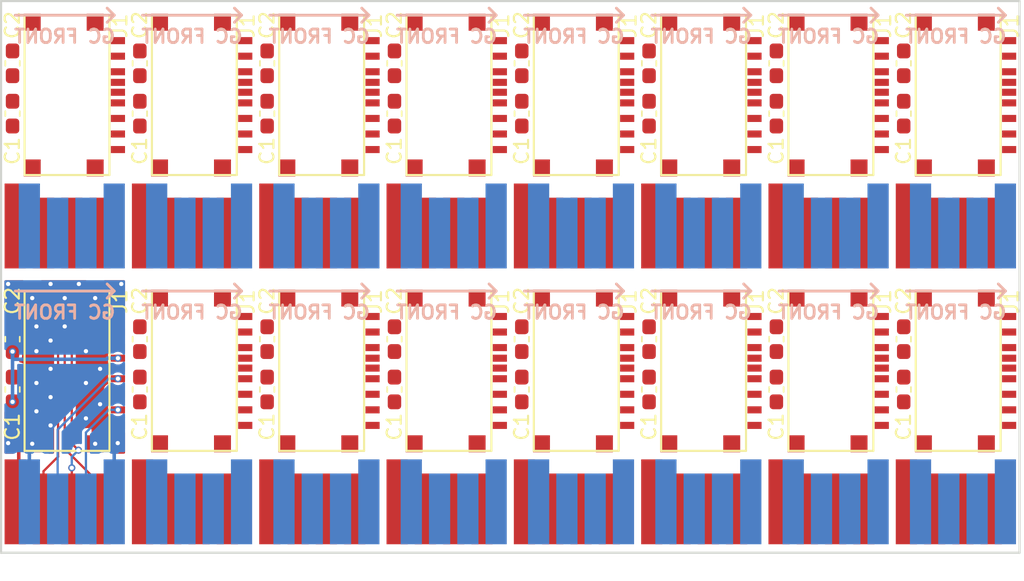
<source format=kicad_pcb>
(kicad_pcb (version 20171130) (host pcbnew "(5.1.5)-3")

  (general
    (thickness 1.2)
    (drawings 90)
    (tracks 91)
    (zones 0)
    (modules 64)
    (nets 8)
  )

  (page A4)
  (layers
    (0 F.Cu signal)
    (31 B.Cu signal)
    (32 B.Adhes user)
    (33 F.Adhes user)
    (34 B.Paste user)
    (35 F.Paste user)
    (36 B.SilkS user)
    (37 F.SilkS user)
    (38 B.Mask user)
    (39 F.Mask user)
    (40 Dwgs.User user)
    (41 Cmts.User user)
    (42 Eco1.User user)
    (43 Eco2.User user)
    (44 Edge.Cuts user)
    (45 Margin user)
    (46 B.CrtYd user)
    (47 F.CrtYd user)
    (48 B.Fab user)
    (49 F.Fab user)
  )

  (setup
    (last_trace_width 0.16)
    (user_trace_width 0.3)
    (user_trace_width 0.4)
    (trace_clearance 0.2)
    (zone_clearance 0.16)
    (zone_45_only no)
    (trace_min 0.16)
    (via_size 0.5)
    (via_drill 0.3)
    (via_min_size 0.5)
    (via_min_drill 0.3)
    (blind_buried_vias_allowed yes)
    (uvia_size 0.3)
    (uvia_drill 0.1)
    (uvias_allowed no)
    (uvia_min_size 0.2)
    (uvia_min_drill 0.1)
    (edge_width 0.15)
    (segment_width 0.2)
    (pcb_text_width 0.3)
    (pcb_text_size 1.5 1.5)
    (mod_edge_width 0.15)
    (mod_text_size 1 1)
    (mod_text_width 0.15)
    (pad_size 1.5 7)
    (pad_drill 0)
    (pad_to_mask_clearance 0.2)
    (aux_axis_origin 0 0)
    (grid_origin 79.5 114)
    (visible_elements 7FFFFFFF)
    (pcbplotparams
      (layerselection 0x010f0_ffffffff)
      (usegerberextensions true)
      (usegerberattributes false)
      (usegerberadvancedattributes false)
      (creategerberjobfile false)
      (excludeedgelayer true)
      (linewidth 0.100000)
      (plotframeref false)
      (viasonmask false)
      (mode 1)
      (useauxorigin false)
      (hpglpennumber 1)
      (hpglpenspeed 20)
      (hpglpendiameter 15.000000)
      (psnegative false)
      (psa4output false)
      (plotreference true)
      (plotvalue true)
      (plotinvisibletext false)
      (padsonsilk false)
      (subtractmaskfromsilk false)
      (outputformat 1)
      (mirror false)
      (drillshape 0)
      (scaleselection 1)
      (outputdirectory "gerberFinalFinal"))
  )

  (net 0 "")
  (net 1 GND)
  (net 2 /INT)
  (net 3 /CLK)
  (net 4 /DO)
  (net 5 /DI)
  (net 6 /CS)
  (net 7 /3V3)

  (net_class Default "This is the default net class."
    (clearance 0.2)
    (trace_width 0.16)
    (via_dia 0.5)
    (via_drill 0.3)
    (uvia_dia 0.3)
    (uvia_drill 0.1)
    (add_net /CLK)
    (add_net /CS)
    (add_net /DI)
    (add_net /DO)
    (add_net /INT)
  )

  (net_class Power ""
    (clearance 0.2)
    (trace_width 0.25)
    (via_dia 0.5)
    (via_drill 0.3)
    (uvia_dia 0.3)
    (uvia_drill 0.1)
    (add_net /3V3)
    (add_net GND)
  )

  (module gc_sp2:1050270001 (layer F.Cu) (tedit 5BB4CF60) (tstamp 5DF48069)
    (at 109.763 91.498 90)
    (path /5BB385EE)
    (attr smd)
    (fp_text reference J1 (at 8.748 0.137 90) (layer F.SilkS)
      (effects (font (size 1 1) (thickness 0.15)))
    )
    (fp_text value Micro_SD_Card (at 4 -3.9 270) (layer F.Fab)
      (effects (font (size 1 1) (thickness 0.15)))
    )
    (fp_line (start -1.8 -0.6) (end -1.8 -6.6) (layer F.SilkS) (width 0.15))
    (fp_line (start 9.5 -0.6) (end -1.8 -0.6) (layer F.SilkS) (width 0.15))
    (fp_line (start 9.5 -6.6) (end 9.5 -0.6) (layer F.SilkS) (width 0.15))
    (fp_line (start -1.8 -6.6) (end 9.5 -6.6) (layer F.SilkS) (width 0.15))
    (pad 9 smd rect (at -1.3 -6.06 90) (size 1.2 1.2) (layers F.Cu F.Paste F.Mask)
      (net 1 GND))
    (pad 9 smd rect (at -1.3 -1.61 90) (size 1.2 1.2) (layers F.Cu F.Paste F.Mask)
      (net 1 GND))
    (pad 9 smd rect (at 9 -6.06 90) (size 1.2 1.2) (layers F.Cu F.Paste F.Mask)
      (net 1 GND))
    (pad 9 smd rect (at 9 -1.61 90) (size 1.2 1.2) (layers F.Cu F.Paste F.Mask)
      (net 1 GND))
    (pad 1 smd rect (at 7.7 0 90) (size 0.5 1) (layers F.Cu F.Paste F.Mask)
      (net 2 /INT))
    (pad 2 smd rect (at 6.6 0 90) (size 0.5 1) (layers F.Cu F.Paste F.Mask)
      (net 6 /CS))
    (pad 3 smd rect (at 5.5 0 90) (size 0.5 1) (layers F.Cu F.Paste F.Mask)
      (net 5 /DI))
    (pad 4 smd rect (at 4.75 0 90) (size 0.5 1) (layers F.Cu F.Paste F.Mask)
      (net 7 /3V3))
    (pad "" smd rect (at 4.05 0 90) (size 0.5 1) (layers F.Cu F.Paste F.Mask))
    (pad 5 smd rect (at 3.3 0 90) (size 0.5 1) (layers F.Cu F.Paste F.Mask)
      (net 3 /CLK))
    (pad 6 smd rect (at 2.2 0 90) (size 0.5 1) (layers F.Cu F.Paste F.Mask)
      (net 1 GND))
    (pad 7 smd rect (at 1.1 0 90) (size 0.5 1) (layers F.Cu F.Paste F.Mask)
      (net 4 /DO))
    (pad 8 smd rect (at 0 0 90) (size 0.5 1) (layers F.Cu F.Paste F.Mask))
  )

  (module Capacitor_SMD:C_0603_1608Metric_Pad1.05x0.95mm_HandSolder (layer F.Cu) (tedit 5B301BBE) (tstamp 5DF48059)
    (at 120.311 88.958 90)
    (descr "Capacitor SMD 0603 (1608 Metric), square (rectangular) end terminal, IPC_7351 nominal with elongated pad for handsoldering. (Body size source: http://www.tortai-tech.com/upload/download/2011102023233369053.pdf), generated with kicad-footprint-generator")
    (tags "capacitor handsolder")
    (path /5BB39511)
    (attr smd)
    (fp_text reference C1 (at -2.642 -0.011 90) (layer F.SilkS)
      (effects (font (size 1 1) (thickness 0.15)))
    )
    (fp_text value 10uF (at 0 1.43 90) (layer F.Fab)
      (effects (font (size 1 1) (thickness 0.15)))
    )
    (fp_line (start -0.8 0.4) (end -0.8 -0.4) (layer F.Fab) (width 0.1))
    (fp_line (start -0.8 -0.4) (end 0.8 -0.4) (layer F.Fab) (width 0.1))
    (fp_line (start 0.8 -0.4) (end 0.8 0.4) (layer F.Fab) (width 0.1))
    (fp_line (start 0.8 0.4) (end -0.8 0.4) (layer F.Fab) (width 0.1))
    (fp_line (start -0.171267 -0.51) (end 0.171267 -0.51) (layer F.SilkS) (width 0.12))
    (fp_line (start -0.171267 0.51) (end 0.171267 0.51) (layer F.SilkS) (width 0.12))
    (fp_line (start -1.65 0.73) (end -1.65 -0.73) (layer F.CrtYd) (width 0.05))
    (fp_line (start -1.65 -0.73) (end 1.65 -0.73) (layer F.CrtYd) (width 0.05))
    (fp_line (start 1.65 -0.73) (end 1.65 0.73) (layer F.CrtYd) (width 0.05))
    (fp_line (start 1.65 0.73) (end -1.65 0.73) (layer F.CrtYd) (width 0.05))
    (fp_text user %R (at 0 0 90) (layer F.Fab)
      (effects (font (size 0.4 0.4) (thickness 0.06)))
    )
    (pad 1 smd roundrect (at -0.875 0 90) (size 1.05 0.95) (layers F.Cu F.Paste F.Mask) (roundrect_rratio 0.25)
      (net 7 /3V3))
    (pad 2 smd roundrect (at 0.875 0 90) (size 1.05 0.95) (layers F.Cu F.Paste F.Mask) (roundrect_rratio 0.25)
      (net 1 GND))
    (model ${KISYS3DMOD}/Capacitor_SMD.3dshapes/C_0603_1608Metric.wrl
      (at (xyz 0 0 0))
      (scale (xyz 1 1 1))
      (rotate (xyz 0 0 0))
    )
  )

  (module gc_sp2:SP2_FootPrint (layer F.Cu) (tedit 5DF3D67E) (tstamp 5DF4804E)
    (at 102.5 96.9)
    (path /5BB384EE)
    (attr smd)
    (fp_text reference P1 (at -0.5 4.75) (layer F.SilkS) hide
      (effects (font (size 1 1) (thickness 0.15)))
    )
    (fp_text value SerialPort (at 4.5 4.75) (layer F.Fab)
      (effects (font (size 1 1) (thickness 0.15)))
    )
    (pad 8 smd rect (at 7 0) (size 1.5 6) (layers B.Cu B.Paste B.Mask)
      (net 1 GND))
    (pad 7 smd rect (at 6 0.5) (size 1.5 5) (layers F.Cu F.Paste F.Mask)
      (net 6 /CS))
    (pad 6 smd rect (at 5 0.5) (size 1.5 5) (layers B.Cu B.Paste B.Mask)
      (net 4 /DO))
    (pad 5 smd rect (at 4 0.5) (size 1.5 5) (layers F.Cu F.Paste F.Mask)
      (net 5 /DI))
    (pad 4 smd rect (at 3 0.5) (size 1.5 5) (layers B.Cu B.Adhes B.Mask)
      (net 3 /CLK))
    (pad 3 smd rect (at 2 0.5) (size 1.5 5) (layers F.Cu F.Paste F.Mask)
      (net 2 /INT))
    (pad 2 smd rect (at 1 0) (size 1.5 6) (layers B.Cu B.Paste B.Mask)
      (net 1 GND))
    (pad 1 smd rect (at 0 0) (size 1.5 6) (layers F.Cu F.Paste F.Mask)
      (net 7 /3V3))
  )

  (module Capacitor_SMD:C_0603_1608Metric_Pad1.05x0.95mm_HandSolder (layer F.Cu) (tedit 5B301BBE) (tstamp 5DF4803E)
    (at 138.311 88.958 90)
    (descr "Capacitor SMD 0603 (1608 Metric), square (rectangular) end terminal, IPC_7351 nominal with elongated pad for handsoldering. (Body size source: http://www.tortai-tech.com/upload/download/2011102023233369053.pdf), generated with kicad-footprint-generator")
    (tags "capacitor handsolder")
    (path /5BB39511)
    (attr smd)
    (fp_text reference C1 (at -2.642 -0.011 90) (layer F.SilkS)
      (effects (font (size 1 1) (thickness 0.15)))
    )
    (fp_text value 10uF (at 0 1.43 90) (layer F.Fab)
      (effects (font (size 1 1) (thickness 0.15)))
    )
    (fp_line (start -0.8 0.4) (end -0.8 -0.4) (layer F.Fab) (width 0.1))
    (fp_line (start -0.8 -0.4) (end 0.8 -0.4) (layer F.Fab) (width 0.1))
    (fp_line (start 0.8 -0.4) (end 0.8 0.4) (layer F.Fab) (width 0.1))
    (fp_line (start 0.8 0.4) (end -0.8 0.4) (layer F.Fab) (width 0.1))
    (fp_line (start -0.171267 -0.51) (end 0.171267 -0.51) (layer F.SilkS) (width 0.12))
    (fp_line (start -0.171267 0.51) (end 0.171267 0.51) (layer F.SilkS) (width 0.12))
    (fp_line (start -1.65 0.73) (end -1.65 -0.73) (layer F.CrtYd) (width 0.05))
    (fp_line (start -1.65 -0.73) (end 1.65 -0.73) (layer F.CrtYd) (width 0.05))
    (fp_line (start 1.65 -0.73) (end 1.65 0.73) (layer F.CrtYd) (width 0.05))
    (fp_line (start 1.65 0.73) (end -1.65 0.73) (layer F.CrtYd) (width 0.05))
    (fp_text user %R (at 0 0 90) (layer F.Fab)
      (effects (font (size 0.4 0.4) (thickness 0.06)))
    )
    (pad 1 smd roundrect (at -0.875 0 90) (size 1.05 0.95) (layers F.Cu F.Paste F.Mask) (roundrect_rratio 0.25)
      (net 7 /3V3))
    (pad 2 smd roundrect (at 0.875 0 90) (size 1.05 0.95) (layers F.Cu F.Paste F.Mask) (roundrect_rratio 0.25)
      (net 1 GND))
    (model ${KISYS3DMOD}/Capacitor_SMD.3dshapes/C_0603_1608Metric.wrl
      (at (xyz 0 0 0))
      (scale (xyz 1 1 1))
      (rotate (xyz 0 0 0))
    )
  )

  (module Capacitor_SMD:C_0603_1608Metric_Pad1.05x0.95mm_HandSolder (layer F.Cu) (tedit 5B301BBE) (tstamp 5DF4802E)
    (at 120.311 85.402 90)
    (descr "Capacitor SMD 0603 (1608 Metric), square (rectangular) end terminal, IPC_7351 nominal with elongated pad for handsoldering. (Body size source: http://www.tortai-tech.com/upload/download/2011102023233369053.pdf), generated with kicad-footprint-generator")
    (tags "capacitor handsolder")
    (path /5DF41C92)
    (attr smd)
    (fp_text reference C2 (at 2.702 -0.011 90) (layer F.SilkS)
      (effects (font (size 1 1) (thickness 0.15)))
    )
    (fp_text value 10uF (at 0 1.43 90) (layer F.Fab)
      (effects (font (size 1 1) (thickness 0.15)))
    )
    (fp_line (start -0.8 0.4) (end -0.8 -0.4) (layer F.Fab) (width 0.1))
    (fp_line (start -0.8 -0.4) (end 0.8 -0.4) (layer F.Fab) (width 0.1))
    (fp_line (start 0.8 -0.4) (end 0.8 0.4) (layer F.Fab) (width 0.1))
    (fp_line (start 0.8 0.4) (end -0.8 0.4) (layer F.Fab) (width 0.1))
    (fp_line (start -0.171267 -0.51) (end 0.171267 -0.51) (layer F.SilkS) (width 0.12))
    (fp_line (start -0.171267 0.51) (end 0.171267 0.51) (layer F.SilkS) (width 0.12))
    (fp_line (start -1.65 0.73) (end -1.65 -0.73) (layer F.CrtYd) (width 0.05))
    (fp_line (start -1.65 -0.73) (end 1.65 -0.73) (layer F.CrtYd) (width 0.05))
    (fp_line (start 1.65 -0.73) (end 1.65 0.73) (layer F.CrtYd) (width 0.05))
    (fp_line (start 1.65 0.73) (end -1.65 0.73) (layer F.CrtYd) (width 0.05))
    (fp_text user %R (at 0 0 90) (layer F.Fab)
      (effects (font (size 0.4 0.4) (thickness 0.06)))
    )
    (pad 1 smd roundrect (at -0.875 0 90) (size 1.05 0.95) (layers F.Cu F.Paste F.Mask) (roundrect_rratio 0.25)
      (net 7 /3V3))
    (pad 2 smd roundrect (at 0.875 0 90) (size 1.05 0.95) (layers F.Cu F.Paste F.Mask) (roundrect_rratio 0.25)
      (net 1 GND))
    (model ${KISYS3DMOD}/Capacitor_SMD.3dshapes/C_0603_1608Metric.wrl
      (at (xyz 0 0 0))
      (scale (xyz 1 1 1))
      (rotate (xyz 0 0 0))
    )
  )

  (module gc_sp2:1050270001 (layer F.Cu) (tedit 5BB4CF60) (tstamp 5DF4801A)
    (at 136.763 91.498 90)
    (path /5BB385EE)
    (attr smd)
    (fp_text reference J1 (at 8.748 0.137 90) (layer F.SilkS)
      (effects (font (size 1 1) (thickness 0.15)))
    )
    (fp_text value Micro_SD_Card (at 4 -3.9 270) (layer F.Fab)
      (effects (font (size 1 1) (thickness 0.15)))
    )
    (fp_line (start -1.8 -6.6) (end 9.5 -6.6) (layer F.SilkS) (width 0.15))
    (fp_line (start 9.5 -6.6) (end 9.5 -0.6) (layer F.SilkS) (width 0.15))
    (fp_line (start 9.5 -0.6) (end -1.8 -0.6) (layer F.SilkS) (width 0.15))
    (fp_line (start -1.8 -0.6) (end -1.8 -6.6) (layer F.SilkS) (width 0.15))
    (pad 8 smd rect (at 0 0 90) (size 0.5 1) (layers F.Cu F.Paste F.Mask))
    (pad 7 smd rect (at 1.1 0 90) (size 0.5 1) (layers F.Cu F.Paste F.Mask)
      (net 4 /DO))
    (pad 6 smd rect (at 2.2 0 90) (size 0.5 1) (layers F.Cu F.Paste F.Mask)
      (net 1 GND))
    (pad 5 smd rect (at 3.3 0 90) (size 0.5 1) (layers F.Cu F.Paste F.Mask)
      (net 3 /CLK))
    (pad "" smd rect (at 4.05 0 90) (size 0.5 1) (layers F.Cu F.Paste F.Mask))
    (pad 4 smd rect (at 4.75 0 90) (size 0.5 1) (layers F.Cu F.Paste F.Mask)
      (net 7 /3V3))
    (pad 3 smd rect (at 5.5 0 90) (size 0.5 1) (layers F.Cu F.Paste F.Mask)
      (net 5 /DI))
    (pad 2 smd rect (at 6.6 0 90) (size 0.5 1) (layers F.Cu F.Paste F.Mask)
      (net 6 /CS))
    (pad 1 smd rect (at 7.7 0 90) (size 0.5 1) (layers F.Cu F.Paste F.Mask)
      (net 2 /INT))
    (pad 9 smd rect (at 9 -1.61 90) (size 1.2 1.2) (layers F.Cu F.Paste F.Mask)
      (net 1 GND))
    (pad 9 smd rect (at 9 -6.06 90) (size 1.2 1.2) (layers F.Cu F.Paste F.Mask)
      (net 1 GND))
    (pad 9 smd rect (at -1.3 -1.61 90) (size 1.2 1.2) (layers F.Cu F.Paste F.Mask)
      (net 1 GND))
    (pad 9 smd rect (at -1.3 -6.06 90) (size 1.2 1.2) (layers F.Cu F.Paste F.Mask)
      (net 1 GND))
  )

  (module gc_sp2:SP2_FootPrint (layer F.Cu) (tedit 5DF3D67E) (tstamp 5DF4800F)
    (at 84.5 96.9)
    (path /5BB384EE)
    (attr smd)
    (fp_text reference P1 (at -0.5 4.75) (layer F.SilkS) hide
      (effects (font (size 1 1) (thickness 0.15)))
    )
    (fp_text value SerialPort (at 4.5 4.75) (layer F.Fab)
      (effects (font (size 1 1) (thickness 0.15)))
    )
    (pad 8 smd rect (at 7 0) (size 1.5 6) (layers B.Cu B.Paste B.Mask)
      (net 1 GND))
    (pad 7 smd rect (at 6 0.5) (size 1.5 5) (layers F.Cu F.Paste F.Mask)
      (net 6 /CS))
    (pad 6 smd rect (at 5 0.5) (size 1.5 5) (layers B.Cu B.Paste B.Mask)
      (net 4 /DO))
    (pad 5 smd rect (at 4 0.5) (size 1.5 5) (layers F.Cu F.Paste F.Mask)
      (net 5 /DI))
    (pad 4 smd rect (at 3 0.5) (size 1.5 5) (layers B.Cu B.Adhes B.Mask)
      (net 3 /CLK))
    (pad 3 smd rect (at 2 0.5) (size 1.5 5) (layers F.Cu F.Paste F.Mask)
      (net 2 /INT))
    (pad 2 smd rect (at 1 0) (size 1.5 6) (layers B.Cu B.Paste B.Mask)
      (net 1 GND))
    (pad 1 smd rect (at 0 0) (size 1.5 6) (layers F.Cu F.Paste F.Mask)
      (net 7 /3V3))
  )

  (module Capacitor_SMD:C_0603_1608Metric_Pad1.05x0.95mm_HandSolder (layer F.Cu) (tedit 5B301BBE) (tstamp 5DF47FFF)
    (at 129.311 88.958 90)
    (descr "Capacitor SMD 0603 (1608 Metric), square (rectangular) end terminal, IPC_7351 nominal with elongated pad for handsoldering. (Body size source: http://www.tortai-tech.com/upload/download/2011102023233369053.pdf), generated with kicad-footprint-generator")
    (tags "capacitor handsolder")
    (path /5BB39511)
    (attr smd)
    (fp_text reference C1 (at -2.642 -0.011 90) (layer F.SilkS)
      (effects (font (size 1 1) (thickness 0.15)))
    )
    (fp_text value 10uF (at 0 1.43 90) (layer F.Fab)
      (effects (font (size 1 1) (thickness 0.15)))
    )
    (fp_text user %R (at 0 0 90) (layer F.Fab)
      (effects (font (size 0.4 0.4) (thickness 0.06)))
    )
    (fp_line (start 1.65 0.73) (end -1.65 0.73) (layer F.CrtYd) (width 0.05))
    (fp_line (start 1.65 -0.73) (end 1.65 0.73) (layer F.CrtYd) (width 0.05))
    (fp_line (start -1.65 -0.73) (end 1.65 -0.73) (layer F.CrtYd) (width 0.05))
    (fp_line (start -1.65 0.73) (end -1.65 -0.73) (layer F.CrtYd) (width 0.05))
    (fp_line (start -0.171267 0.51) (end 0.171267 0.51) (layer F.SilkS) (width 0.12))
    (fp_line (start -0.171267 -0.51) (end 0.171267 -0.51) (layer F.SilkS) (width 0.12))
    (fp_line (start 0.8 0.4) (end -0.8 0.4) (layer F.Fab) (width 0.1))
    (fp_line (start 0.8 -0.4) (end 0.8 0.4) (layer F.Fab) (width 0.1))
    (fp_line (start -0.8 -0.4) (end 0.8 -0.4) (layer F.Fab) (width 0.1))
    (fp_line (start -0.8 0.4) (end -0.8 -0.4) (layer F.Fab) (width 0.1))
    (pad 2 smd roundrect (at 0.875 0 90) (size 1.05 0.95) (layers F.Cu F.Paste F.Mask) (roundrect_rratio 0.25)
      (net 1 GND))
    (pad 1 smd roundrect (at -0.875 0 90) (size 1.05 0.95) (layers F.Cu F.Paste F.Mask) (roundrect_rratio 0.25)
      (net 7 /3V3))
    (model ${KISYS3DMOD}/Capacitor_SMD.3dshapes/C_0603_1608Metric.wrl
      (at (xyz 0 0 0))
      (scale (xyz 1 1 1))
      (rotate (xyz 0 0 0))
    )
  )

  (module Capacitor_SMD:C_0603_1608Metric_Pad1.05x0.95mm_HandSolder (layer F.Cu) (tedit 5B301BBE) (tstamp 5DF47FEF)
    (at 84.311 85.402 90)
    (descr "Capacitor SMD 0603 (1608 Metric), square (rectangular) end terminal, IPC_7351 nominal with elongated pad for handsoldering. (Body size source: http://www.tortai-tech.com/upload/download/2011102023233369053.pdf), generated with kicad-footprint-generator")
    (tags "capacitor handsolder")
    (path /5DF41C92)
    (attr smd)
    (fp_text reference C2 (at 2.702 -0.011 90) (layer F.SilkS)
      (effects (font (size 1 1) (thickness 0.15)))
    )
    (fp_text value 10uF (at 0 1.43 90) (layer F.Fab)
      (effects (font (size 1 1) (thickness 0.15)))
    )
    (fp_line (start -0.8 0.4) (end -0.8 -0.4) (layer F.Fab) (width 0.1))
    (fp_line (start -0.8 -0.4) (end 0.8 -0.4) (layer F.Fab) (width 0.1))
    (fp_line (start 0.8 -0.4) (end 0.8 0.4) (layer F.Fab) (width 0.1))
    (fp_line (start 0.8 0.4) (end -0.8 0.4) (layer F.Fab) (width 0.1))
    (fp_line (start -0.171267 -0.51) (end 0.171267 -0.51) (layer F.SilkS) (width 0.12))
    (fp_line (start -0.171267 0.51) (end 0.171267 0.51) (layer F.SilkS) (width 0.12))
    (fp_line (start -1.65 0.73) (end -1.65 -0.73) (layer F.CrtYd) (width 0.05))
    (fp_line (start -1.65 -0.73) (end 1.65 -0.73) (layer F.CrtYd) (width 0.05))
    (fp_line (start 1.65 -0.73) (end 1.65 0.73) (layer F.CrtYd) (width 0.05))
    (fp_line (start 1.65 0.73) (end -1.65 0.73) (layer F.CrtYd) (width 0.05))
    (fp_text user %R (at 0 0 90) (layer F.Fab)
      (effects (font (size 0.4 0.4) (thickness 0.06)))
    )
    (pad 1 smd roundrect (at -0.875 0 90) (size 1.05 0.95) (layers F.Cu F.Paste F.Mask) (roundrect_rratio 0.25)
      (net 7 /3V3))
    (pad 2 smd roundrect (at 0.875 0 90) (size 1.05 0.95) (layers F.Cu F.Paste F.Mask) (roundrect_rratio 0.25)
      (net 1 GND))
    (model ${KISYS3DMOD}/Capacitor_SMD.3dshapes/C_0603_1608Metric.wrl
      (at (xyz 0 0 0))
      (scale (xyz 1 1 1))
      (rotate (xyz 0 0 0))
    )
  )

  (module gc_sp2:1050270001 (layer F.Cu) (tedit 5BB4CF60) (tstamp 5DF47FDB)
    (at 145.763 91.498 90)
    (path /5BB385EE)
    (attr smd)
    (fp_text reference J1 (at 8.748 0.137 90) (layer F.SilkS)
      (effects (font (size 1 1) (thickness 0.15)))
    )
    (fp_text value Micro_SD_Card (at 4 -3.9 270) (layer F.Fab)
      (effects (font (size 1 1) (thickness 0.15)))
    )
    (fp_line (start -1.8 -0.6) (end -1.8 -6.6) (layer F.SilkS) (width 0.15))
    (fp_line (start 9.5 -0.6) (end -1.8 -0.6) (layer F.SilkS) (width 0.15))
    (fp_line (start 9.5 -6.6) (end 9.5 -0.6) (layer F.SilkS) (width 0.15))
    (fp_line (start -1.8 -6.6) (end 9.5 -6.6) (layer F.SilkS) (width 0.15))
    (pad 9 smd rect (at -1.3 -6.06 90) (size 1.2 1.2) (layers F.Cu F.Paste F.Mask)
      (net 1 GND))
    (pad 9 smd rect (at -1.3 -1.61 90) (size 1.2 1.2) (layers F.Cu F.Paste F.Mask)
      (net 1 GND))
    (pad 9 smd rect (at 9 -6.06 90) (size 1.2 1.2) (layers F.Cu F.Paste F.Mask)
      (net 1 GND))
    (pad 9 smd rect (at 9 -1.61 90) (size 1.2 1.2) (layers F.Cu F.Paste F.Mask)
      (net 1 GND))
    (pad 1 smd rect (at 7.7 0 90) (size 0.5 1) (layers F.Cu F.Paste F.Mask)
      (net 2 /INT))
    (pad 2 smd rect (at 6.6 0 90) (size 0.5 1) (layers F.Cu F.Paste F.Mask)
      (net 6 /CS))
    (pad 3 smd rect (at 5.5 0 90) (size 0.5 1) (layers F.Cu F.Paste F.Mask)
      (net 5 /DI))
    (pad 4 smd rect (at 4.75 0 90) (size 0.5 1) (layers F.Cu F.Paste F.Mask)
      (net 7 /3V3))
    (pad "" smd rect (at 4.05 0 90) (size 0.5 1) (layers F.Cu F.Paste F.Mask))
    (pad 5 smd rect (at 3.3 0 90) (size 0.5 1) (layers F.Cu F.Paste F.Mask)
      (net 3 /CLK))
    (pad 6 smd rect (at 2.2 0 90) (size 0.5 1) (layers F.Cu F.Paste F.Mask)
      (net 1 GND))
    (pad 7 smd rect (at 1.1 0 90) (size 0.5 1) (layers F.Cu F.Paste F.Mask)
      (net 4 /DO))
    (pad 8 smd rect (at 0 0 90) (size 0.5 1) (layers F.Cu F.Paste F.Mask))
  )

  (module Capacitor_SMD:C_0603_1608Metric_Pad1.05x0.95mm_HandSolder (layer F.Cu) (tedit 5B301BBE) (tstamp 5DF47FCB)
    (at 138.311 85.402 90)
    (descr "Capacitor SMD 0603 (1608 Metric), square (rectangular) end terminal, IPC_7351 nominal with elongated pad for handsoldering. (Body size source: http://www.tortai-tech.com/upload/download/2011102023233369053.pdf), generated with kicad-footprint-generator")
    (tags "capacitor handsolder")
    (path /5DF41C92)
    (attr smd)
    (fp_text reference C2 (at 2.702 -0.011 90) (layer F.SilkS)
      (effects (font (size 1 1) (thickness 0.15)))
    )
    (fp_text value 10uF (at 0 1.43 90) (layer F.Fab)
      (effects (font (size 1 1) (thickness 0.15)))
    )
    (fp_line (start -0.8 0.4) (end -0.8 -0.4) (layer F.Fab) (width 0.1))
    (fp_line (start -0.8 -0.4) (end 0.8 -0.4) (layer F.Fab) (width 0.1))
    (fp_line (start 0.8 -0.4) (end 0.8 0.4) (layer F.Fab) (width 0.1))
    (fp_line (start 0.8 0.4) (end -0.8 0.4) (layer F.Fab) (width 0.1))
    (fp_line (start -0.171267 -0.51) (end 0.171267 -0.51) (layer F.SilkS) (width 0.12))
    (fp_line (start -0.171267 0.51) (end 0.171267 0.51) (layer F.SilkS) (width 0.12))
    (fp_line (start -1.65 0.73) (end -1.65 -0.73) (layer F.CrtYd) (width 0.05))
    (fp_line (start -1.65 -0.73) (end 1.65 -0.73) (layer F.CrtYd) (width 0.05))
    (fp_line (start 1.65 -0.73) (end 1.65 0.73) (layer F.CrtYd) (width 0.05))
    (fp_line (start 1.65 0.73) (end -1.65 0.73) (layer F.CrtYd) (width 0.05))
    (fp_text user %R (at 0 0 90) (layer F.Fab)
      (effects (font (size 0.4 0.4) (thickness 0.06)))
    )
    (pad 1 smd roundrect (at -0.875 0 90) (size 1.05 0.95) (layers F.Cu F.Paste F.Mask) (roundrect_rratio 0.25)
      (net 7 /3V3))
    (pad 2 smd roundrect (at 0.875 0 90) (size 1.05 0.95) (layers F.Cu F.Paste F.Mask) (roundrect_rratio 0.25)
      (net 1 GND))
    (model ${KISYS3DMOD}/Capacitor_SMD.3dshapes/C_0603_1608Metric.wrl
      (at (xyz 0 0 0))
      (scale (xyz 1 1 1))
      (rotate (xyz 0 0 0))
    )
  )

  (module gc_sp2:SP2_FootPrint (layer F.Cu) (tedit 5DF3D67E) (tstamp 5DF47FC0)
    (at 138.5 96.9)
    (path /5BB384EE)
    (attr smd)
    (fp_text reference P1 (at -0.5 4.75) (layer F.SilkS) hide
      (effects (font (size 1 1) (thickness 0.15)))
    )
    (fp_text value SerialPort (at 4.5 4.75) (layer F.Fab)
      (effects (font (size 1 1) (thickness 0.15)))
    )
    (pad 8 smd rect (at 7 0) (size 1.5 6) (layers B.Cu B.Paste B.Mask)
      (net 1 GND))
    (pad 7 smd rect (at 6 0.5) (size 1.5 5) (layers F.Cu F.Paste F.Mask)
      (net 6 /CS))
    (pad 6 smd rect (at 5 0.5) (size 1.5 5) (layers B.Cu B.Paste B.Mask)
      (net 4 /DO))
    (pad 5 smd rect (at 4 0.5) (size 1.5 5) (layers F.Cu F.Paste F.Mask)
      (net 5 /DI))
    (pad 4 smd rect (at 3 0.5) (size 1.5 5) (layers B.Cu B.Adhes B.Mask)
      (net 3 /CLK))
    (pad 3 smd rect (at 2 0.5) (size 1.5 5) (layers F.Cu F.Paste F.Mask)
      (net 2 /INT))
    (pad 2 smd rect (at 1 0) (size 1.5 6) (layers B.Cu B.Paste B.Mask)
      (net 1 GND))
    (pad 1 smd rect (at 0 0) (size 1.5 6) (layers F.Cu F.Paste F.Mask)
      (net 7 /3V3))
  )

  (module Capacitor_SMD:C_0603_1608Metric_Pad1.05x0.95mm_HandSolder (layer F.Cu) (tedit 5B301BBE) (tstamp 5DF47FB0)
    (at 129.311 85.402 90)
    (descr "Capacitor SMD 0603 (1608 Metric), square (rectangular) end terminal, IPC_7351 nominal with elongated pad for handsoldering. (Body size source: http://www.tortai-tech.com/upload/download/2011102023233369053.pdf), generated with kicad-footprint-generator")
    (tags "capacitor handsolder")
    (path /5DF41C92)
    (attr smd)
    (fp_text reference C2 (at 2.702 -0.011 90) (layer F.SilkS)
      (effects (font (size 1 1) (thickness 0.15)))
    )
    (fp_text value 10uF (at 0 1.43 90) (layer F.Fab)
      (effects (font (size 1 1) (thickness 0.15)))
    )
    (fp_text user %R (at 0 0 90) (layer F.Fab)
      (effects (font (size 0.4 0.4) (thickness 0.06)))
    )
    (fp_line (start 1.65 0.73) (end -1.65 0.73) (layer F.CrtYd) (width 0.05))
    (fp_line (start 1.65 -0.73) (end 1.65 0.73) (layer F.CrtYd) (width 0.05))
    (fp_line (start -1.65 -0.73) (end 1.65 -0.73) (layer F.CrtYd) (width 0.05))
    (fp_line (start -1.65 0.73) (end -1.65 -0.73) (layer F.CrtYd) (width 0.05))
    (fp_line (start -0.171267 0.51) (end 0.171267 0.51) (layer F.SilkS) (width 0.12))
    (fp_line (start -0.171267 -0.51) (end 0.171267 -0.51) (layer F.SilkS) (width 0.12))
    (fp_line (start 0.8 0.4) (end -0.8 0.4) (layer F.Fab) (width 0.1))
    (fp_line (start 0.8 -0.4) (end 0.8 0.4) (layer F.Fab) (width 0.1))
    (fp_line (start -0.8 -0.4) (end 0.8 -0.4) (layer F.Fab) (width 0.1))
    (fp_line (start -0.8 0.4) (end -0.8 -0.4) (layer F.Fab) (width 0.1))
    (pad 2 smd roundrect (at 0.875 0 90) (size 1.05 0.95) (layers F.Cu F.Paste F.Mask) (roundrect_rratio 0.25)
      (net 1 GND))
    (pad 1 smd roundrect (at -0.875 0 90) (size 1.05 0.95) (layers F.Cu F.Paste F.Mask) (roundrect_rratio 0.25)
      (net 7 /3V3))
    (model ${KISYS3DMOD}/Capacitor_SMD.3dshapes/C_0603_1608Metric.wrl
      (at (xyz 0 0 0))
      (scale (xyz 1 1 1))
      (rotate (xyz 0 0 0))
    )
  )

  (module gc_sp2:SP2_FootPrint (layer F.Cu) (tedit 5DF3D67E) (tstamp 5DF47FA5)
    (at 129.5 96.9)
    (path /5BB384EE)
    (attr smd)
    (fp_text reference P1 (at -0.5 4.75) (layer F.SilkS) hide
      (effects (font (size 1 1) (thickness 0.15)))
    )
    (fp_text value SerialPort (at 4.5 4.75) (layer F.Fab)
      (effects (font (size 1 1) (thickness 0.15)))
    )
    (pad 1 smd rect (at 0 0) (size 1.5 6) (layers F.Cu F.Paste F.Mask)
      (net 7 /3V3))
    (pad 2 smd rect (at 1 0) (size 1.5 6) (layers B.Cu B.Paste B.Mask)
      (net 1 GND))
    (pad 3 smd rect (at 2 0.5) (size 1.5 5) (layers F.Cu F.Paste F.Mask)
      (net 2 /INT))
    (pad 4 smd rect (at 3 0.5) (size 1.5 5) (layers B.Cu B.Adhes B.Mask)
      (net 3 /CLK))
    (pad 5 smd rect (at 4 0.5) (size 1.5 5) (layers F.Cu F.Paste F.Mask)
      (net 5 /DI))
    (pad 6 smd rect (at 5 0.5) (size 1.5 5) (layers B.Cu B.Paste B.Mask)
      (net 4 /DO))
    (pad 7 smd rect (at 6 0.5) (size 1.5 5) (layers F.Cu F.Paste F.Mask)
      (net 6 /CS))
    (pad 8 smd rect (at 7 0) (size 1.5 6) (layers B.Cu B.Paste B.Mask)
      (net 1 GND))
  )

  (module gc_sp2:1050270001 (layer F.Cu) (tedit 5BB4CF60) (tstamp 5DF47F91)
    (at 127.763 91.498 90)
    (path /5BB385EE)
    (attr smd)
    (fp_text reference J1 (at 8.748 0.137 90) (layer F.SilkS)
      (effects (font (size 1 1) (thickness 0.15)))
    )
    (fp_text value Micro_SD_Card (at 4 -3.9 270) (layer F.Fab)
      (effects (font (size 1 1) (thickness 0.15)))
    )
    (fp_line (start -1.8 -0.6) (end -1.8 -6.6) (layer F.SilkS) (width 0.15))
    (fp_line (start 9.5 -0.6) (end -1.8 -0.6) (layer F.SilkS) (width 0.15))
    (fp_line (start 9.5 -6.6) (end 9.5 -0.6) (layer F.SilkS) (width 0.15))
    (fp_line (start -1.8 -6.6) (end 9.5 -6.6) (layer F.SilkS) (width 0.15))
    (pad 9 smd rect (at -1.3 -6.06 90) (size 1.2 1.2) (layers F.Cu F.Paste F.Mask)
      (net 1 GND))
    (pad 9 smd rect (at -1.3 -1.61 90) (size 1.2 1.2) (layers F.Cu F.Paste F.Mask)
      (net 1 GND))
    (pad 9 smd rect (at 9 -6.06 90) (size 1.2 1.2) (layers F.Cu F.Paste F.Mask)
      (net 1 GND))
    (pad 9 smd rect (at 9 -1.61 90) (size 1.2 1.2) (layers F.Cu F.Paste F.Mask)
      (net 1 GND))
    (pad 1 smd rect (at 7.7 0 90) (size 0.5 1) (layers F.Cu F.Paste F.Mask)
      (net 2 /INT))
    (pad 2 smd rect (at 6.6 0 90) (size 0.5 1) (layers F.Cu F.Paste F.Mask)
      (net 6 /CS))
    (pad 3 smd rect (at 5.5 0 90) (size 0.5 1) (layers F.Cu F.Paste F.Mask)
      (net 5 /DI))
    (pad 4 smd rect (at 4.75 0 90) (size 0.5 1) (layers F.Cu F.Paste F.Mask)
      (net 7 /3V3))
    (pad "" smd rect (at 4.05 0 90) (size 0.5 1) (layers F.Cu F.Paste F.Mask))
    (pad 5 smd rect (at 3.3 0 90) (size 0.5 1) (layers F.Cu F.Paste F.Mask)
      (net 3 /CLK))
    (pad 6 smd rect (at 2.2 0 90) (size 0.5 1) (layers F.Cu F.Paste F.Mask)
      (net 1 GND))
    (pad 7 smd rect (at 1.1 0 90) (size 0.5 1) (layers F.Cu F.Paste F.Mask)
      (net 4 /DO))
    (pad 8 smd rect (at 0 0 90) (size 0.5 1) (layers F.Cu F.Paste F.Mask))
  )

  (module gc_sp2:SP2_FootPrint (layer F.Cu) (tedit 5DF3D67E) (tstamp 5DF47F86)
    (at 120.5 96.9)
    (path /5BB384EE)
    (attr smd)
    (fp_text reference P1 (at -0.5 4.75) (layer F.SilkS) hide
      (effects (font (size 1 1) (thickness 0.15)))
    )
    (fp_text value SerialPort (at 4.5 4.75) (layer F.Fab)
      (effects (font (size 1 1) (thickness 0.15)))
    )
    (pad 8 smd rect (at 7 0) (size 1.5 6) (layers B.Cu B.Paste B.Mask)
      (net 1 GND))
    (pad 7 smd rect (at 6 0.5) (size 1.5 5) (layers F.Cu F.Paste F.Mask)
      (net 6 /CS))
    (pad 6 smd rect (at 5 0.5) (size 1.5 5) (layers B.Cu B.Paste B.Mask)
      (net 4 /DO))
    (pad 5 smd rect (at 4 0.5) (size 1.5 5) (layers F.Cu F.Paste F.Mask)
      (net 5 /DI))
    (pad 4 smd rect (at 3 0.5) (size 1.5 5) (layers B.Cu B.Adhes B.Mask)
      (net 3 /CLK))
    (pad 3 smd rect (at 2 0.5) (size 1.5 5) (layers F.Cu F.Paste F.Mask)
      (net 2 /INT))
    (pad 2 smd rect (at 1 0) (size 1.5 6) (layers B.Cu B.Paste B.Mask)
      (net 1 GND))
    (pad 1 smd rect (at 0 0) (size 1.5 6) (layers F.Cu F.Paste F.Mask)
      (net 7 /3V3))
  )

  (module Capacitor_SMD:C_0603_1608Metric_Pad1.05x0.95mm_HandSolder (layer F.Cu) (tedit 5B301BBE) (tstamp 5DF47F76)
    (at 102.311 85.402 90)
    (descr "Capacitor SMD 0603 (1608 Metric), square (rectangular) end terminal, IPC_7351 nominal with elongated pad for handsoldering. (Body size source: http://www.tortai-tech.com/upload/download/2011102023233369053.pdf), generated with kicad-footprint-generator")
    (tags "capacitor handsolder")
    (path /5DF41C92)
    (attr smd)
    (fp_text reference C2 (at 2.702 -0.011 90) (layer F.SilkS)
      (effects (font (size 1 1) (thickness 0.15)))
    )
    (fp_text value 10uF (at 0 1.43 90) (layer F.Fab)
      (effects (font (size 1 1) (thickness 0.15)))
    )
    (fp_line (start -0.8 0.4) (end -0.8 -0.4) (layer F.Fab) (width 0.1))
    (fp_line (start -0.8 -0.4) (end 0.8 -0.4) (layer F.Fab) (width 0.1))
    (fp_line (start 0.8 -0.4) (end 0.8 0.4) (layer F.Fab) (width 0.1))
    (fp_line (start 0.8 0.4) (end -0.8 0.4) (layer F.Fab) (width 0.1))
    (fp_line (start -0.171267 -0.51) (end 0.171267 -0.51) (layer F.SilkS) (width 0.12))
    (fp_line (start -0.171267 0.51) (end 0.171267 0.51) (layer F.SilkS) (width 0.12))
    (fp_line (start -1.65 0.73) (end -1.65 -0.73) (layer F.CrtYd) (width 0.05))
    (fp_line (start -1.65 -0.73) (end 1.65 -0.73) (layer F.CrtYd) (width 0.05))
    (fp_line (start 1.65 -0.73) (end 1.65 0.73) (layer F.CrtYd) (width 0.05))
    (fp_line (start 1.65 0.73) (end -1.65 0.73) (layer F.CrtYd) (width 0.05))
    (fp_text user %R (at 0 0 90) (layer F.Fab)
      (effects (font (size 0.4 0.4) (thickness 0.06)))
    )
    (pad 1 smd roundrect (at -0.875 0 90) (size 1.05 0.95) (layers F.Cu F.Paste F.Mask) (roundrect_rratio 0.25)
      (net 7 /3V3))
    (pad 2 smd roundrect (at 0.875 0 90) (size 1.05 0.95) (layers F.Cu F.Paste F.Mask) (roundrect_rratio 0.25)
      (net 1 GND))
    (model ${KISYS3DMOD}/Capacitor_SMD.3dshapes/C_0603_1608Metric.wrl
      (at (xyz 0 0 0))
      (scale (xyz 1 1 1))
      (rotate (xyz 0 0 0))
    )
  )

  (module Capacitor_SMD:C_0603_1608Metric_Pad1.05x0.95mm_HandSolder (layer F.Cu) (tedit 5B301BBE) (tstamp 5DF47F66)
    (at 102.311 88.958 90)
    (descr "Capacitor SMD 0603 (1608 Metric), square (rectangular) end terminal, IPC_7351 nominal with elongated pad for handsoldering. (Body size source: http://www.tortai-tech.com/upload/download/2011102023233369053.pdf), generated with kicad-footprint-generator")
    (tags "capacitor handsolder")
    (path /5BB39511)
    (attr smd)
    (fp_text reference C1 (at -2.642 -0.011 90) (layer F.SilkS)
      (effects (font (size 1 1) (thickness 0.15)))
    )
    (fp_text value 10uF (at 0 1.43 90) (layer F.Fab)
      (effects (font (size 1 1) (thickness 0.15)))
    )
    (fp_line (start -0.8 0.4) (end -0.8 -0.4) (layer F.Fab) (width 0.1))
    (fp_line (start -0.8 -0.4) (end 0.8 -0.4) (layer F.Fab) (width 0.1))
    (fp_line (start 0.8 -0.4) (end 0.8 0.4) (layer F.Fab) (width 0.1))
    (fp_line (start 0.8 0.4) (end -0.8 0.4) (layer F.Fab) (width 0.1))
    (fp_line (start -0.171267 -0.51) (end 0.171267 -0.51) (layer F.SilkS) (width 0.12))
    (fp_line (start -0.171267 0.51) (end 0.171267 0.51) (layer F.SilkS) (width 0.12))
    (fp_line (start -1.65 0.73) (end -1.65 -0.73) (layer F.CrtYd) (width 0.05))
    (fp_line (start -1.65 -0.73) (end 1.65 -0.73) (layer F.CrtYd) (width 0.05))
    (fp_line (start 1.65 -0.73) (end 1.65 0.73) (layer F.CrtYd) (width 0.05))
    (fp_line (start 1.65 0.73) (end -1.65 0.73) (layer F.CrtYd) (width 0.05))
    (fp_text user %R (at 0 0 90) (layer F.Fab)
      (effects (font (size 0.4 0.4) (thickness 0.06)))
    )
    (pad 1 smd roundrect (at -0.875 0 90) (size 1.05 0.95) (layers F.Cu F.Paste F.Mask) (roundrect_rratio 0.25)
      (net 7 /3V3))
    (pad 2 smd roundrect (at 0.875 0 90) (size 1.05 0.95) (layers F.Cu F.Paste F.Mask) (roundrect_rratio 0.25)
      (net 1 GND))
    (model ${KISYS3DMOD}/Capacitor_SMD.3dshapes/C_0603_1608Metric.wrl
      (at (xyz 0 0 0))
      (scale (xyz 1 1 1))
      (rotate (xyz 0 0 0))
    )
  )

  (module Capacitor_SMD:C_0603_1608Metric_Pad1.05x0.95mm_HandSolder (layer F.Cu) (tedit 5B301BBE) (tstamp 5DF47F56)
    (at 84.311 88.958 90)
    (descr "Capacitor SMD 0603 (1608 Metric), square (rectangular) end terminal, IPC_7351 nominal with elongated pad for handsoldering. (Body size source: http://www.tortai-tech.com/upload/download/2011102023233369053.pdf), generated with kicad-footprint-generator")
    (tags "capacitor handsolder")
    (path /5BB39511)
    (attr smd)
    (fp_text reference C1 (at -2.642 -0.011 90) (layer F.SilkS)
      (effects (font (size 1 1) (thickness 0.15)))
    )
    (fp_text value 10uF (at 0 1.43 90) (layer F.Fab)
      (effects (font (size 1 1) (thickness 0.15)))
    )
    (fp_line (start -0.8 0.4) (end -0.8 -0.4) (layer F.Fab) (width 0.1))
    (fp_line (start -0.8 -0.4) (end 0.8 -0.4) (layer F.Fab) (width 0.1))
    (fp_line (start 0.8 -0.4) (end 0.8 0.4) (layer F.Fab) (width 0.1))
    (fp_line (start 0.8 0.4) (end -0.8 0.4) (layer F.Fab) (width 0.1))
    (fp_line (start -0.171267 -0.51) (end 0.171267 -0.51) (layer F.SilkS) (width 0.12))
    (fp_line (start -0.171267 0.51) (end 0.171267 0.51) (layer F.SilkS) (width 0.12))
    (fp_line (start -1.65 0.73) (end -1.65 -0.73) (layer F.CrtYd) (width 0.05))
    (fp_line (start -1.65 -0.73) (end 1.65 -0.73) (layer F.CrtYd) (width 0.05))
    (fp_line (start 1.65 -0.73) (end 1.65 0.73) (layer F.CrtYd) (width 0.05))
    (fp_line (start 1.65 0.73) (end -1.65 0.73) (layer F.CrtYd) (width 0.05))
    (fp_text user %R (at 0 0 90) (layer F.Fab)
      (effects (font (size 0.4 0.4) (thickness 0.06)))
    )
    (pad 1 smd roundrect (at -0.875 0 90) (size 1.05 0.95) (layers F.Cu F.Paste F.Mask) (roundrect_rratio 0.25)
      (net 7 /3V3))
    (pad 2 smd roundrect (at 0.875 0 90) (size 1.05 0.95) (layers F.Cu F.Paste F.Mask) (roundrect_rratio 0.25)
      (net 1 GND))
    (model ${KISYS3DMOD}/Capacitor_SMD.3dshapes/C_0603_1608Metric.wrl
      (at (xyz 0 0 0))
      (scale (xyz 1 1 1))
      (rotate (xyz 0 0 0))
    )
  )

  (module gc_sp2:1050270001 (layer F.Cu) (tedit 5BB4CF60) (tstamp 5DF47F42)
    (at 91.763 91.498 90)
    (path /5BB385EE)
    (attr smd)
    (fp_text reference J1 (at 8.748 0.137 90) (layer F.SilkS)
      (effects (font (size 1 1) (thickness 0.15)))
    )
    (fp_text value Micro_SD_Card (at 4 -3.9 270) (layer F.Fab)
      (effects (font (size 1 1) (thickness 0.15)))
    )
    (fp_line (start -1.8 -0.6) (end -1.8 -6.6) (layer F.SilkS) (width 0.15))
    (fp_line (start 9.5 -0.6) (end -1.8 -0.6) (layer F.SilkS) (width 0.15))
    (fp_line (start 9.5 -6.6) (end 9.5 -0.6) (layer F.SilkS) (width 0.15))
    (fp_line (start -1.8 -6.6) (end 9.5 -6.6) (layer F.SilkS) (width 0.15))
    (pad 9 smd rect (at -1.3 -6.06 90) (size 1.2 1.2) (layers F.Cu F.Paste F.Mask)
      (net 1 GND))
    (pad 9 smd rect (at -1.3 -1.61 90) (size 1.2 1.2) (layers F.Cu F.Paste F.Mask)
      (net 1 GND))
    (pad 9 smd rect (at 9 -6.06 90) (size 1.2 1.2) (layers F.Cu F.Paste F.Mask)
      (net 1 GND))
    (pad 9 smd rect (at 9 -1.61 90) (size 1.2 1.2) (layers F.Cu F.Paste F.Mask)
      (net 1 GND))
    (pad 1 smd rect (at 7.7 0 90) (size 0.5 1) (layers F.Cu F.Paste F.Mask)
      (net 2 /INT))
    (pad 2 smd rect (at 6.6 0 90) (size 0.5 1) (layers F.Cu F.Paste F.Mask)
      (net 6 /CS))
    (pad 3 smd rect (at 5.5 0 90) (size 0.5 1) (layers F.Cu F.Paste F.Mask)
      (net 5 /DI))
    (pad 4 smd rect (at 4.75 0 90) (size 0.5 1) (layers F.Cu F.Paste F.Mask)
      (net 7 /3V3))
    (pad "" smd rect (at 4.05 0 90) (size 0.5 1) (layers F.Cu F.Paste F.Mask))
    (pad 5 smd rect (at 3.3 0 90) (size 0.5 1) (layers F.Cu F.Paste F.Mask)
      (net 3 /CLK))
    (pad 6 smd rect (at 2.2 0 90) (size 0.5 1) (layers F.Cu F.Paste F.Mask)
      (net 1 GND))
    (pad 7 smd rect (at 1.1 0 90) (size 0.5 1) (layers F.Cu F.Paste F.Mask)
      (net 4 /DO))
    (pad 8 smd rect (at 0 0 90) (size 0.5 1) (layers F.Cu F.Paste F.Mask))
  )

  (module Capacitor_SMD:C_0603_1608Metric_Pad1.05x0.95mm_HandSolder (layer F.Cu) (tedit 5B301BBE) (tstamp 5DF47F32)
    (at 75.311 85.402 90)
    (descr "Capacitor SMD 0603 (1608 Metric), square (rectangular) end terminal, IPC_7351 nominal with elongated pad for handsoldering. (Body size source: http://www.tortai-tech.com/upload/download/2011102023233369053.pdf), generated with kicad-footprint-generator")
    (tags "capacitor handsolder")
    (path /5DF41C92)
    (attr smd)
    (fp_text reference C2 (at 2.702 -0.011 90) (layer F.SilkS)
      (effects (font (size 1 1) (thickness 0.15)))
    )
    (fp_text value 10uF (at 0 1.43 90) (layer F.Fab)
      (effects (font (size 1 1) (thickness 0.15)))
    )
    (fp_text user %R (at 0 0 90) (layer F.Fab)
      (effects (font (size 0.4 0.4) (thickness 0.06)))
    )
    (fp_line (start 1.65 0.73) (end -1.65 0.73) (layer F.CrtYd) (width 0.05))
    (fp_line (start 1.65 -0.73) (end 1.65 0.73) (layer F.CrtYd) (width 0.05))
    (fp_line (start -1.65 -0.73) (end 1.65 -0.73) (layer F.CrtYd) (width 0.05))
    (fp_line (start -1.65 0.73) (end -1.65 -0.73) (layer F.CrtYd) (width 0.05))
    (fp_line (start -0.171267 0.51) (end 0.171267 0.51) (layer F.SilkS) (width 0.12))
    (fp_line (start -0.171267 -0.51) (end 0.171267 -0.51) (layer F.SilkS) (width 0.12))
    (fp_line (start 0.8 0.4) (end -0.8 0.4) (layer F.Fab) (width 0.1))
    (fp_line (start 0.8 -0.4) (end 0.8 0.4) (layer F.Fab) (width 0.1))
    (fp_line (start -0.8 -0.4) (end 0.8 -0.4) (layer F.Fab) (width 0.1))
    (fp_line (start -0.8 0.4) (end -0.8 -0.4) (layer F.Fab) (width 0.1))
    (pad 2 smd roundrect (at 0.875 0 90) (size 1.05 0.95) (layers F.Cu F.Paste F.Mask) (roundrect_rratio 0.25)
      (net 1 GND))
    (pad 1 smd roundrect (at -0.875 0 90) (size 1.05 0.95) (layers F.Cu F.Paste F.Mask) (roundrect_rratio 0.25)
      (net 7 /3V3))
    (model ${KISYS3DMOD}/Capacitor_SMD.3dshapes/C_0603_1608Metric.wrl
      (at (xyz 0 0 0))
      (scale (xyz 1 1 1))
      (rotate (xyz 0 0 0))
    )
  )

  (module Capacitor_SMD:C_0603_1608Metric_Pad1.05x0.95mm_HandSolder (layer F.Cu) (tedit 5B301BBE) (tstamp 5DF47F22)
    (at 75.311 88.958 90)
    (descr "Capacitor SMD 0603 (1608 Metric), square (rectangular) end terminal, IPC_7351 nominal with elongated pad for handsoldering. (Body size source: http://www.tortai-tech.com/upload/download/2011102023233369053.pdf), generated with kicad-footprint-generator")
    (tags "capacitor handsolder")
    (path /5BB39511)
    (attr smd)
    (fp_text reference C1 (at -2.642 -0.011 90) (layer F.SilkS)
      (effects (font (size 1 1) (thickness 0.15)))
    )
    (fp_text value 10uF (at 0 1.43 90) (layer F.Fab)
      (effects (font (size 1 1) (thickness 0.15)))
    )
    (fp_text user %R (at 0 0 90) (layer F.Fab)
      (effects (font (size 0.4 0.4) (thickness 0.06)))
    )
    (fp_line (start 1.65 0.73) (end -1.65 0.73) (layer F.CrtYd) (width 0.05))
    (fp_line (start 1.65 -0.73) (end 1.65 0.73) (layer F.CrtYd) (width 0.05))
    (fp_line (start -1.65 -0.73) (end 1.65 -0.73) (layer F.CrtYd) (width 0.05))
    (fp_line (start -1.65 0.73) (end -1.65 -0.73) (layer F.CrtYd) (width 0.05))
    (fp_line (start -0.171267 0.51) (end 0.171267 0.51) (layer F.SilkS) (width 0.12))
    (fp_line (start -0.171267 -0.51) (end 0.171267 -0.51) (layer F.SilkS) (width 0.12))
    (fp_line (start 0.8 0.4) (end -0.8 0.4) (layer F.Fab) (width 0.1))
    (fp_line (start 0.8 -0.4) (end 0.8 0.4) (layer F.Fab) (width 0.1))
    (fp_line (start -0.8 -0.4) (end 0.8 -0.4) (layer F.Fab) (width 0.1))
    (fp_line (start -0.8 0.4) (end -0.8 -0.4) (layer F.Fab) (width 0.1))
    (pad 2 smd roundrect (at 0.875 0 90) (size 1.05 0.95) (layers F.Cu F.Paste F.Mask) (roundrect_rratio 0.25)
      (net 1 GND))
    (pad 1 smd roundrect (at -0.875 0 90) (size 1.05 0.95) (layers F.Cu F.Paste F.Mask) (roundrect_rratio 0.25)
      (net 7 /3V3))
    (model ${KISYS3DMOD}/Capacitor_SMD.3dshapes/C_0603_1608Metric.wrl
      (at (xyz 0 0 0))
      (scale (xyz 1 1 1))
      (rotate (xyz 0 0 0))
    )
  )

  (module gc_sp2:1050270001 (layer F.Cu) (tedit 5BB4CF60) (tstamp 5DF47F0E)
    (at 118.763 91.498 90)
    (path /5BB385EE)
    (attr smd)
    (fp_text reference J1 (at 8.748 0.137 90) (layer F.SilkS)
      (effects (font (size 1 1) (thickness 0.15)))
    )
    (fp_text value Micro_SD_Card (at 4 -3.9 270) (layer F.Fab)
      (effects (font (size 1 1) (thickness 0.15)))
    )
    (fp_line (start -1.8 -6.6) (end 9.5 -6.6) (layer F.SilkS) (width 0.15))
    (fp_line (start 9.5 -6.6) (end 9.5 -0.6) (layer F.SilkS) (width 0.15))
    (fp_line (start 9.5 -0.6) (end -1.8 -0.6) (layer F.SilkS) (width 0.15))
    (fp_line (start -1.8 -0.6) (end -1.8 -6.6) (layer F.SilkS) (width 0.15))
    (pad 8 smd rect (at 0 0 90) (size 0.5 1) (layers F.Cu F.Paste F.Mask))
    (pad 7 smd rect (at 1.1 0 90) (size 0.5 1) (layers F.Cu F.Paste F.Mask)
      (net 4 /DO))
    (pad 6 smd rect (at 2.2 0 90) (size 0.5 1) (layers F.Cu F.Paste F.Mask)
      (net 1 GND))
    (pad 5 smd rect (at 3.3 0 90) (size 0.5 1) (layers F.Cu F.Paste F.Mask)
      (net 3 /CLK))
    (pad "" smd rect (at 4.05 0 90) (size 0.5 1) (layers F.Cu F.Paste F.Mask))
    (pad 4 smd rect (at 4.75 0 90) (size 0.5 1) (layers F.Cu F.Paste F.Mask)
      (net 7 /3V3))
    (pad 3 smd rect (at 5.5 0 90) (size 0.5 1) (layers F.Cu F.Paste F.Mask)
      (net 5 /DI))
    (pad 2 smd rect (at 6.6 0 90) (size 0.5 1) (layers F.Cu F.Paste F.Mask)
      (net 6 /CS))
    (pad 1 smd rect (at 7.7 0 90) (size 0.5 1) (layers F.Cu F.Paste F.Mask)
      (net 2 /INT))
    (pad 9 smd rect (at 9 -1.61 90) (size 1.2 1.2) (layers F.Cu F.Paste F.Mask)
      (net 1 GND))
    (pad 9 smd rect (at 9 -6.06 90) (size 1.2 1.2) (layers F.Cu F.Paste F.Mask)
      (net 1 GND))
    (pad 9 smd rect (at -1.3 -1.61 90) (size 1.2 1.2) (layers F.Cu F.Paste F.Mask)
      (net 1 GND))
    (pad 9 smd rect (at -1.3 -6.06 90) (size 1.2 1.2) (layers F.Cu F.Paste F.Mask)
      (net 1 GND))
  )

  (module gc_sp2:SP2_FootPrint (layer F.Cu) (tedit 5DF3D67E) (tstamp 5DF47F03)
    (at 111.5 96.9)
    (path /5BB384EE)
    (attr smd)
    (fp_text reference P1 (at -0.5 4.75) (layer F.SilkS) hide
      (effects (font (size 1 1) (thickness 0.15)))
    )
    (fp_text value SerialPort (at 4.5 4.75) (layer F.Fab)
      (effects (font (size 1 1) (thickness 0.15)))
    )
    (pad 1 smd rect (at 0 0) (size 1.5 6) (layers F.Cu F.Paste F.Mask)
      (net 7 /3V3))
    (pad 2 smd rect (at 1 0) (size 1.5 6) (layers B.Cu B.Paste B.Mask)
      (net 1 GND))
    (pad 3 smd rect (at 2 0.5) (size 1.5 5) (layers F.Cu F.Paste F.Mask)
      (net 2 /INT))
    (pad 4 smd rect (at 3 0.5) (size 1.5 5) (layers B.Cu B.Adhes B.Mask)
      (net 3 /CLK))
    (pad 5 smd rect (at 4 0.5) (size 1.5 5) (layers F.Cu F.Paste F.Mask)
      (net 5 /DI))
    (pad 6 smd rect (at 5 0.5) (size 1.5 5) (layers B.Cu B.Paste B.Mask)
      (net 4 /DO))
    (pad 7 smd rect (at 6 0.5) (size 1.5 5) (layers F.Cu F.Paste F.Mask)
      (net 6 /CS))
    (pad 8 smd rect (at 7 0) (size 1.5 6) (layers B.Cu B.Paste B.Mask)
      (net 1 GND))
  )

  (module gc_sp2:SP2_FootPrint (layer F.Cu) (tedit 5DF3D67E) (tstamp 5DF47EF8)
    (at 93.5 96.9)
    (path /5BB384EE)
    (attr smd)
    (fp_text reference P1 (at -0.5 4.75) (layer F.SilkS) hide
      (effects (font (size 1 1) (thickness 0.15)))
    )
    (fp_text value SerialPort (at 4.5 4.75) (layer F.Fab)
      (effects (font (size 1 1) (thickness 0.15)))
    )
    (pad 1 smd rect (at 0 0) (size 1.5 6) (layers F.Cu F.Paste F.Mask)
      (net 7 /3V3))
    (pad 2 smd rect (at 1 0) (size 1.5 6) (layers B.Cu B.Paste B.Mask)
      (net 1 GND))
    (pad 3 smd rect (at 2 0.5) (size 1.5 5) (layers F.Cu F.Paste F.Mask)
      (net 2 /INT))
    (pad 4 smd rect (at 3 0.5) (size 1.5 5) (layers B.Cu B.Adhes B.Mask)
      (net 3 /CLK))
    (pad 5 smd rect (at 4 0.5) (size 1.5 5) (layers F.Cu F.Paste F.Mask)
      (net 5 /DI))
    (pad 6 smd rect (at 5 0.5) (size 1.5 5) (layers B.Cu B.Paste B.Mask)
      (net 4 /DO))
    (pad 7 smd rect (at 6 0.5) (size 1.5 5) (layers F.Cu F.Paste F.Mask)
      (net 6 /CS))
    (pad 8 smd rect (at 7 0) (size 1.5 6) (layers B.Cu B.Paste B.Mask)
      (net 1 GND))
  )

  (module Capacitor_SMD:C_0603_1608Metric_Pad1.05x0.95mm_HandSolder (layer F.Cu) (tedit 5B301BBE) (tstamp 5DF47EE8)
    (at 111.311 85.402 90)
    (descr "Capacitor SMD 0603 (1608 Metric), square (rectangular) end terminal, IPC_7351 nominal with elongated pad for handsoldering. (Body size source: http://www.tortai-tech.com/upload/download/2011102023233369053.pdf), generated with kicad-footprint-generator")
    (tags "capacitor handsolder")
    (path /5DF41C92)
    (attr smd)
    (fp_text reference C2 (at 2.702 -0.011 90) (layer F.SilkS)
      (effects (font (size 1 1) (thickness 0.15)))
    )
    (fp_text value 10uF (at 0 1.43 90) (layer F.Fab)
      (effects (font (size 1 1) (thickness 0.15)))
    )
    (fp_text user %R (at 0 0 90) (layer F.Fab)
      (effects (font (size 0.4 0.4) (thickness 0.06)))
    )
    (fp_line (start 1.65 0.73) (end -1.65 0.73) (layer F.CrtYd) (width 0.05))
    (fp_line (start 1.65 -0.73) (end 1.65 0.73) (layer F.CrtYd) (width 0.05))
    (fp_line (start -1.65 -0.73) (end 1.65 -0.73) (layer F.CrtYd) (width 0.05))
    (fp_line (start -1.65 0.73) (end -1.65 -0.73) (layer F.CrtYd) (width 0.05))
    (fp_line (start -0.171267 0.51) (end 0.171267 0.51) (layer F.SilkS) (width 0.12))
    (fp_line (start -0.171267 -0.51) (end 0.171267 -0.51) (layer F.SilkS) (width 0.12))
    (fp_line (start 0.8 0.4) (end -0.8 0.4) (layer F.Fab) (width 0.1))
    (fp_line (start 0.8 -0.4) (end 0.8 0.4) (layer F.Fab) (width 0.1))
    (fp_line (start -0.8 -0.4) (end 0.8 -0.4) (layer F.Fab) (width 0.1))
    (fp_line (start -0.8 0.4) (end -0.8 -0.4) (layer F.Fab) (width 0.1))
    (pad 2 smd roundrect (at 0.875 0 90) (size 1.05 0.95) (layers F.Cu F.Paste F.Mask) (roundrect_rratio 0.25)
      (net 1 GND))
    (pad 1 smd roundrect (at -0.875 0 90) (size 1.05 0.95) (layers F.Cu F.Paste F.Mask) (roundrect_rratio 0.25)
      (net 7 /3V3))
    (model ${KISYS3DMOD}/Capacitor_SMD.3dshapes/C_0603_1608Metric.wrl
      (at (xyz 0 0 0))
      (scale (xyz 1 1 1))
      (rotate (xyz 0 0 0))
    )
  )

  (module Capacitor_SMD:C_0603_1608Metric_Pad1.05x0.95mm_HandSolder (layer F.Cu) (tedit 5B301BBE) (tstamp 5DF47ED8)
    (at 93.311 85.402 90)
    (descr "Capacitor SMD 0603 (1608 Metric), square (rectangular) end terminal, IPC_7351 nominal with elongated pad for handsoldering. (Body size source: http://www.tortai-tech.com/upload/download/2011102023233369053.pdf), generated with kicad-footprint-generator")
    (tags "capacitor handsolder")
    (path /5DF41C92)
    (attr smd)
    (fp_text reference C2 (at 2.702 -0.011 90) (layer F.SilkS)
      (effects (font (size 1 1) (thickness 0.15)))
    )
    (fp_text value 10uF (at 0 1.43 90) (layer F.Fab)
      (effects (font (size 1 1) (thickness 0.15)))
    )
    (fp_text user %R (at 0 0 90) (layer F.Fab)
      (effects (font (size 0.4 0.4) (thickness 0.06)))
    )
    (fp_line (start 1.65 0.73) (end -1.65 0.73) (layer F.CrtYd) (width 0.05))
    (fp_line (start 1.65 -0.73) (end 1.65 0.73) (layer F.CrtYd) (width 0.05))
    (fp_line (start -1.65 -0.73) (end 1.65 -0.73) (layer F.CrtYd) (width 0.05))
    (fp_line (start -1.65 0.73) (end -1.65 -0.73) (layer F.CrtYd) (width 0.05))
    (fp_line (start -0.171267 0.51) (end 0.171267 0.51) (layer F.SilkS) (width 0.12))
    (fp_line (start -0.171267 -0.51) (end 0.171267 -0.51) (layer F.SilkS) (width 0.12))
    (fp_line (start 0.8 0.4) (end -0.8 0.4) (layer F.Fab) (width 0.1))
    (fp_line (start 0.8 -0.4) (end 0.8 0.4) (layer F.Fab) (width 0.1))
    (fp_line (start -0.8 -0.4) (end 0.8 -0.4) (layer F.Fab) (width 0.1))
    (fp_line (start -0.8 0.4) (end -0.8 -0.4) (layer F.Fab) (width 0.1))
    (pad 2 smd roundrect (at 0.875 0 90) (size 1.05 0.95) (layers F.Cu F.Paste F.Mask) (roundrect_rratio 0.25)
      (net 1 GND))
    (pad 1 smd roundrect (at -0.875 0 90) (size 1.05 0.95) (layers F.Cu F.Paste F.Mask) (roundrect_rratio 0.25)
      (net 7 /3V3))
    (model ${KISYS3DMOD}/Capacitor_SMD.3dshapes/C_0603_1608Metric.wrl
      (at (xyz 0 0 0))
      (scale (xyz 1 1 1))
      (rotate (xyz 0 0 0))
    )
  )

  (module Capacitor_SMD:C_0603_1608Metric_Pad1.05x0.95mm_HandSolder (layer F.Cu) (tedit 5B301BBE) (tstamp 5DF47EC8)
    (at 93.311 88.958 90)
    (descr "Capacitor SMD 0603 (1608 Metric), square (rectangular) end terminal, IPC_7351 nominal with elongated pad for handsoldering. (Body size source: http://www.tortai-tech.com/upload/download/2011102023233369053.pdf), generated with kicad-footprint-generator")
    (tags "capacitor handsolder")
    (path /5BB39511)
    (attr smd)
    (fp_text reference C1 (at -2.642 -0.011 90) (layer F.SilkS)
      (effects (font (size 1 1) (thickness 0.15)))
    )
    (fp_text value 10uF (at 0 1.43 90) (layer F.Fab)
      (effects (font (size 1 1) (thickness 0.15)))
    )
    (fp_text user %R (at 0 0 90) (layer F.Fab)
      (effects (font (size 0.4 0.4) (thickness 0.06)))
    )
    (fp_line (start 1.65 0.73) (end -1.65 0.73) (layer F.CrtYd) (width 0.05))
    (fp_line (start 1.65 -0.73) (end 1.65 0.73) (layer F.CrtYd) (width 0.05))
    (fp_line (start -1.65 -0.73) (end 1.65 -0.73) (layer F.CrtYd) (width 0.05))
    (fp_line (start -1.65 0.73) (end -1.65 -0.73) (layer F.CrtYd) (width 0.05))
    (fp_line (start -0.171267 0.51) (end 0.171267 0.51) (layer F.SilkS) (width 0.12))
    (fp_line (start -0.171267 -0.51) (end 0.171267 -0.51) (layer F.SilkS) (width 0.12))
    (fp_line (start 0.8 0.4) (end -0.8 0.4) (layer F.Fab) (width 0.1))
    (fp_line (start 0.8 -0.4) (end 0.8 0.4) (layer F.Fab) (width 0.1))
    (fp_line (start -0.8 -0.4) (end 0.8 -0.4) (layer F.Fab) (width 0.1))
    (fp_line (start -0.8 0.4) (end -0.8 -0.4) (layer F.Fab) (width 0.1))
    (pad 2 smd roundrect (at 0.875 0 90) (size 1.05 0.95) (layers F.Cu F.Paste F.Mask) (roundrect_rratio 0.25)
      (net 1 GND))
    (pad 1 smd roundrect (at -0.875 0 90) (size 1.05 0.95) (layers F.Cu F.Paste F.Mask) (roundrect_rratio 0.25)
      (net 7 /3V3))
    (model ${KISYS3DMOD}/Capacitor_SMD.3dshapes/C_0603_1608Metric.wrl
      (at (xyz 0 0 0))
      (scale (xyz 1 1 1))
      (rotate (xyz 0 0 0))
    )
  )

  (module Capacitor_SMD:C_0603_1608Metric_Pad1.05x0.95mm_HandSolder (layer F.Cu) (tedit 5B301BBE) (tstamp 5DF47EB8)
    (at 111.311 88.958 90)
    (descr "Capacitor SMD 0603 (1608 Metric), square (rectangular) end terminal, IPC_7351 nominal with elongated pad for handsoldering. (Body size source: http://www.tortai-tech.com/upload/download/2011102023233369053.pdf), generated with kicad-footprint-generator")
    (tags "capacitor handsolder")
    (path /5BB39511)
    (attr smd)
    (fp_text reference C1 (at -2.642 -0.011 90) (layer F.SilkS)
      (effects (font (size 1 1) (thickness 0.15)))
    )
    (fp_text value 10uF (at 0 1.43 90) (layer F.Fab)
      (effects (font (size 1 1) (thickness 0.15)))
    )
    (fp_text user %R (at 0 0 90) (layer F.Fab)
      (effects (font (size 0.4 0.4) (thickness 0.06)))
    )
    (fp_line (start 1.65 0.73) (end -1.65 0.73) (layer F.CrtYd) (width 0.05))
    (fp_line (start 1.65 -0.73) (end 1.65 0.73) (layer F.CrtYd) (width 0.05))
    (fp_line (start -1.65 -0.73) (end 1.65 -0.73) (layer F.CrtYd) (width 0.05))
    (fp_line (start -1.65 0.73) (end -1.65 -0.73) (layer F.CrtYd) (width 0.05))
    (fp_line (start -0.171267 0.51) (end 0.171267 0.51) (layer F.SilkS) (width 0.12))
    (fp_line (start -0.171267 -0.51) (end 0.171267 -0.51) (layer F.SilkS) (width 0.12))
    (fp_line (start 0.8 0.4) (end -0.8 0.4) (layer F.Fab) (width 0.1))
    (fp_line (start 0.8 -0.4) (end 0.8 0.4) (layer F.Fab) (width 0.1))
    (fp_line (start -0.8 -0.4) (end 0.8 -0.4) (layer F.Fab) (width 0.1))
    (fp_line (start -0.8 0.4) (end -0.8 -0.4) (layer F.Fab) (width 0.1))
    (pad 2 smd roundrect (at 0.875 0 90) (size 1.05 0.95) (layers F.Cu F.Paste F.Mask) (roundrect_rratio 0.25)
      (net 1 GND))
    (pad 1 smd roundrect (at -0.875 0 90) (size 1.05 0.95) (layers F.Cu F.Paste F.Mask) (roundrect_rratio 0.25)
      (net 7 /3V3))
    (model ${KISYS3DMOD}/Capacitor_SMD.3dshapes/C_0603_1608Metric.wrl
      (at (xyz 0 0 0))
      (scale (xyz 1 1 1))
      (rotate (xyz 0 0 0))
    )
  )

  (module gc_sp2:1050270001 (layer F.Cu) (tedit 5BB4CF60) (tstamp 5DF47EA4)
    (at 100.763 91.498 90)
    (path /5BB385EE)
    (attr smd)
    (fp_text reference J1 (at 8.748 0.137 90) (layer F.SilkS)
      (effects (font (size 1 1) (thickness 0.15)))
    )
    (fp_text value Micro_SD_Card (at 4 -3.9 270) (layer F.Fab)
      (effects (font (size 1 1) (thickness 0.15)))
    )
    (fp_line (start -1.8 -6.6) (end 9.5 -6.6) (layer F.SilkS) (width 0.15))
    (fp_line (start 9.5 -6.6) (end 9.5 -0.6) (layer F.SilkS) (width 0.15))
    (fp_line (start 9.5 -0.6) (end -1.8 -0.6) (layer F.SilkS) (width 0.15))
    (fp_line (start -1.8 -0.6) (end -1.8 -6.6) (layer F.SilkS) (width 0.15))
    (pad 8 smd rect (at 0 0 90) (size 0.5 1) (layers F.Cu F.Paste F.Mask))
    (pad 7 smd rect (at 1.1 0 90) (size 0.5 1) (layers F.Cu F.Paste F.Mask)
      (net 4 /DO))
    (pad 6 smd rect (at 2.2 0 90) (size 0.5 1) (layers F.Cu F.Paste F.Mask)
      (net 1 GND))
    (pad 5 smd rect (at 3.3 0 90) (size 0.5 1) (layers F.Cu F.Paste F.Mask)
      (net 3 /CLK))
    (pad "" smd rect (at 4.05 0 90) (size 0.5 1) (layers F.Cu F.Paste F.Mask))
    (pad 4 smd rect (at 4.75 0 90) (size 0.5 1) (layers F.Cu F.Paste F.Mask)
      (net 7 /3V3))
    (pad 3 smd rect (at 5.5 0 90) (size 0.5 1) (layers F.Cu F.Paste F.Mask)
      (net 5 /DI))
    (pad 2 smd rect (at 6.6 0 90) (size 0.5 1) (layers F.Cu F.Paste F.Mask)
      (net 6 /CS))
    (pad 1 smd rect (at 7.7 0 90) (size 0.5 1) (layers F.Cu F.Paste F.Mask)
      (net 2 /INT))
    (pad 9 smd rect (at 9 -1.61 90) (size 1.2 1.2) (layers F.Cu F.Paste F.Mask)
      (net 1 GND))
    (pad 9 smd rect (at 9 -6.06 90) (size 1.2 1.2) (layers F.Cu F.Paste F.Mask)
      (net 1 GND))
    (pad 9 smd rect (at -1.3 -1.61 90) (size 1.2 1.2) (layers F.Cu F.Paste F.Mask)
      (net 1 GND))
    (pad 9 smd rect (at -1.3 -6.06 90) (size 1.2 1.2) (layers F.Cu F.Paste F.Mask)
      (net 1 GND))
  )

  (module gc_sp2:SP2_FootPrint (layer F.Cu) (tedit 5DF3D67E) (tstamp 5DF47E98)
    (at 75.5 96.9)
    (path /5BB384EE)
    (attr smd)
    (fp_text reference P1 (at -0.5 4.75) (layer F.SilkS) hide
      (effects (font (size 1 1) (thickness 0.15)))
    )
    (fp_text value SerialPort (at 4.5 4.75) (layer F.Fab)
      (effects (font (size 1 1) (thickness 0.15)))
    )
    (pad 1 smd rect (at 0 0) (size 1.5 6) (layers F.Cu F.Paste F.Mask)
      (net 7 /3V3))
    (pad 2 smd rect (at 1 0) (size 1.5 6) (layers B.Cu B.Paste B.Mask)
      (net 1 GND))
    (pad 3 smd rect (at 2 0.5) (size 1.5 5) (layers F.Cu F.Paste F.Mask)
      (net 2 /INT))
    (pad 4 smd rect (at 3 0.5) (size 1.5 5) (layers B.Cu B.Adhes B.Mask)
      (net 3 /CLK))
    (pad 5 smd rect (at 4 0.5) (size 1.5 5) (layers F.Cu F.Paste F.Mask)
      (net 5 /DI))
    (pad 6 smd rect (at 5 0.5) (size 1.5 5) (layers B.Cu B.Paste B.Mask)
      (net 4 /DO))
    (pad 7 smd rect (at 6 0.5) (size 1.5 5) (layers F.Cu F.Paste F.Mask)
      (net 6 /CS))
    (pad 8 smd rect (at 7 0) (size 1.5 6) (layers B.Cu B.Paste B.Mask)
      (net 1 GND))
  )

  (module gc_sp2:1050270001 (layer F.Cu) (tedit 5BB4CF60) (tstamp 5DF47E84)
    (at 82.763 91.498 90)
    (path /5BB385EE)
    (attr smd)
    (fp_text reference J1 (at 8.748 0.137 90) (layer F.SilkS)
      (effects (font (size 1 1) (thickness 0.15)))
    )
    (fp_text value Micro_SD_Card (at 4 -3.9 270) (layer F.Fab)
      (effects (font (size 1 1) (thickness 0.15)))
    )
    (fp_line (start -1.8 -6.6) (end 9.5 -6.6) (layer F.SilkS) (width 0.15))
    (fp_line (start 9.5 -6.6) (end 9.5 -0.6) (layer F.SilkS) (width 0.15))
    (fp_line (start 9.5 -0.6) (end -1.8 -0.6) (layer F.SilkS) (width 0.15))
    (fp_line (start -1.8 -0.6) (end -1.8 -6.6) (layer F.SilkS) (width 0.15))
    (pad 8 smd rect (at 0 0 90) (size 0.5 1) (layers F.Cu F.Paste F.Mask))
    (pad 7 smd rect (at 1.1 0 90) (size 0.5 1) (layers F.Cu F.Paste F.Mask)
      (net 4 /DO))
    (pad 6 smd rect (at 2.2 0 90) (size 0.5 1) (layers F.Cu F.Paste F.Mask)
      (net 1 GND))
    (pad 5 smd rect (at 3.3 0 90) (size 0.5 1) (layers F.Cu F.Paste F.Mask)
      (net 3 /CLK))
    (pad "" smd rect (at 4.05 0 90) (size 0.5 1) (layers F.Cu F.Paste F.Mask))
    (pad 4 smd rect (at 4.75 0 90) (size 0.5 1) (layers F.Cu F.Paste F.Mask)
      (net 7 /3V3))
    (pad 3 smd rect (at 5.5 0 90) (size 0.5 1) (layers F.Cu F.Paste F.Mask)
      (net 5 /DI))
    (pad 2 smd rect (at 6.6 0 90) (size 0.5 1) (layers F.Cu F.Paste F.Mask)
      (net 6 /CS))
    (pad 1 smd rect (at 7.7 0 90) (size 0.5 1) (layers F.Cu F.Paste F.Mask)
      (net 2 /INT))
    (pad 9 smd rect (at 9 -1.61 90) (size 1.2 1.2) (layers F.Cu F.Paste F.Mask)
      (net 1 GND))
    (pad 9 smd rect (at 9 -6.06 90) (size 1.2 1.2) (layers F.Cu F.Paste F.Mask)
      (net 1 GND))
    (pad 9 smd rect (at -1.3 -1.61 90) (size 1.2 1.2) (layers F.Cu F.Paste F.Mask)
      (net 1 GND))
    (pad 9 smd rect (at -1.3 -6.06 90) (size 1.2 1.2) (layers F.Cu F.Paste F.Mask)
      (net 1 GND))
  )

  (module gc_sp2:1050270001 (layer F.Cu) (tedit 5BB4CF60) (tstamp 5DF4878F)
    (at 145.763 110.998 90)
    (path /5BB385EE)
    (attr smd)
    (fp_text reference J1 (at 8.748 0.137 90) (layer F.SilkS)
      (effects (font (size 1 1) (thickness 0.15)))
    )
    (fp_text value Micro_SD_Card (at 4 -3.9 270) (layer F.Fab)
      (effects (font (size 1 1) (thickness 0.15)))
    )
    (fp_line (start -1.8 -6.6) (end 9.5 -6.6) (layer F.SilkS) (width 0.15))
    (fp_line (start 9.5 -6.6) (end 9.5 -0.6) (layer F.SilkS) (width 0.15))
    (fp_line (start 9.5 -0.6) (end -1.8 -0.6) (layer F.SilkS) (width 0.15))
    (fp_line (start -1.8 -0.6) (end -1.8 -6.6) (layer F.SilkS) (width 0.15))
    (pad 8 smd rect (at 0 0 90) (size 0.5 1) (layers F.Cu F.Paste F.Mask))
    (pad 7 smd rect (at 1.1 0 90) (size 0.5 1) (layers F.Cu F.Paste F.Mask)
      (net 4 /DO))
    (pad 6 smd rect (at 2.2 0 90) (size 0.5 1) (layers F.Cu F.Paste F.Mask)
      (net 1 GND))
    (pad 5 smd rect (at 3.3 0 90) (size 0.5 1) (layers F.Cu F.Paste F.Mask)
      (net 3 /CLK))
    (pad "" smd rect (at 4.05 0 90) (size 0.5 1) (layers F.Cu F.Paste F.Mask))
    (pad 4 smd rect (at 4.75 0 90) (size 0.5 1) (layers F.Cu F.Paste F.Mask)
      (net 7 /3V3))
    (pad 3 smd rect (at 5.5 0 90) (size 0.5 1) (layers F.Cu F.Paste F.Mask)
      (net 5 /DI))
    (pad 2 smd rect (at 6.6 0 90) (size 0.5 1) (layers F.Cu F.Paste F.Mask)
      (net 6 /CS))
    (pad 1 smd rect (at 7.7 0 90) (size 0.5 1) (layers F.Cu F.Paste F.Mask)
      (net 2 /INT))
    (pad 9 smd rect (at 9 -1.61 90) (size 1.2 1.2) (layers F.Cu F.Paste F.Mask)
      (net 1 GND))
    (pad 9 smd rect (at 9 -6.06 90) (size 1.2 1.2) (layers F.Cu F.Paste F.Mask)
      (net 1 GND))
    (pad 9 smd rect (at -1.3 -1.61 90) (size 1.2 1.2) (layers F.Cu F.Paste F.Mask)
      (net 1 GND))
    (pad 9 smd rect (at -1.3 -6.06 90) (size 1.2 1.2) (layers F.Cu F.Paste F.Mask)
      (net 1 GND))
  )

  (module Capacitor_SMD:C_0603_1608Metric_Pad1.05x0.95mm_HandSolder (layer F.Cu) (tedit 5B301BBE) (tstamp 5DF4866E)
    (at 138.311 108.458 90)
    (descr "Capacitor SMD 0603 (1608 Metric), square (rectangular) end terminal, IPC_7351 nominal with elongated pad for handsoldering. (Body size source: http://www.tortai-tech.com/upload/download/2011102023233369053.pdf), generated with kicad-footprint-generator")
    (tags "capacitor handsolder")
    (path /5BB39511)
    (attr smd)
    (fp_text reference C1 (at -2.642 -0.011 90) (layer F.SilkS)
      (effects (font (size 1 1) (thickness 0.15)))
    )
    (fp_text value 10uF (at 0 1.43 90) (layer F.Fab)
      (effects (font (size 1 1) (thickness 0.15)))
    )
    (fp_text user %R (at 0 0 90) (layer F.Fab)
      (effects (font (size 0.4 0.4) (thickness 0.06)))
    )
    (fp_line (start 1.65 0.73) (end -1.65 0.73) (layer F.CrtYd) (width 0.05))
    (fp_line (start 1.65 -0.73) (end 1.65 0.73) (layer F.CrtYd) (width 0.05))
    (fp_line (start -1.65 -0.73) (end 1.65 -0.73) (layer F.CrtYd) (width 0.05))
    (fp_line (start -1.65 0.73) (end -1.65 -0.73) (layer F.CrtYd) (width 0.05))
    (fp_line (start -0.171267 0.51) (end 0.171267 0.51) (layer F.SilkS) (width 0.12))
    (fp_line (start -0.171267 -0.51) (end 0.171267 -0.51) (layer F.SilkS) (width 0.12))
    (fp_line (start 0.8 0.4) (end -0.8 0.4) (layer F.Fab) (width 0.1))
    (fp_line (start 0.8 -0.4) (end 0.8 0.4) (layer F.Fab) (width 0.1))
    (fp_line (start -0.8 -0.4) (end 0.8 -0.4) (layer F.Fab) (width 0.1))
    (fp_line (start -0.8 0.4) (end -0.8 -0.4) (layer F.Fab) (width 0.1))
    (pad 2 smd roundrect (at 0.875 0 90) (size 1.05 0.95) (layers F.Cu F.Paste F.Mask) (roundrect_rratio 0.25)
      (net 1 GND))
    (pad 1 smd roundrect (at -0.875 0 90) (size 1.05 0.95) (layers F.Cu F.Paste F.Mask) (roundrect_rratio 0.25)
      (net 7 /3V3))
    (model ${KISYS3DMOD}/Capacitor_SMD.3dshapes/C_0603_1608Metric.wrl
      (at (xyz 0 0 0))
      (scale (xyz 1 1 1))
      (rotate (xyz 0 0 0))
    )
  )

  (module Capacitor_SMD:C_0603_1608Metric_Pad1.05x0.95mm_HandSolder (layer F.Cu) (tedit 5B301BBE) (tstamp 5DF487C7)
    (at 138.311 104.902 90)
    (descr "Capacitor SMD 0603 (1608 Metric), square (rectangular) end terminal, IPC_7351 nominal with elongated pad for handsoldering. (Body size source: http://www.tortai-tech.com/upload/download/2011102023233369053.pdf), generated with kicad-footprint-generator")
    (tags "capacitor handsolder")
    (path /5DF41C92)
    (attr smd)
    (fp_text reference C2 (at 2.702 -0.011 90) (layer F.SilkS)
      (effects (font (size 1 1) (thickness 0.15)))
    )
    (fp_text value 10uF (at 0 1.43 90) (layer F.Fab)
      (effects (font (size 1 1) (thickness 0.15)))
    )
    (fp_text user %R (at 0 0 90) (layer F.Fab)
      (effects (font (size 0.4 0.4) (thickness 0.06)))
    )
    (fp_line (start 1.65 0.73) (end -1.65 0.73) (layer F.CrtYd) (width 0.05))
    (fp_line (start 1.65 -0.73) (end 1.65 0.73) (layer F.CrtYd) (width 0.05))
    (fp_line (start -1.65 -0.73) (end 1.65 -0.73) (layer F.CrtYd) (width 0.05))
    (fp_line (start -1.65 0.73) (end -1.65 -0.73) (layer F.CrtYd) (width 0.05))
    (fp_line (start -0.171267 0.51) (end 0.171267 0.51) (layer F.SilkS) (width 0.12))
    (fp_line (start -0.171267 -0.51) (end 0.171267 -0.51) (layer F.SilkS) (width 0.12))
    (fp_line (start 0.8 0.4) (end -0.8 0.4) (layer F.Fab) (width 0.1))
    (fp_line (start 0.8 -0.4) (end 0.8 0.4) (layer F.Fab) (width 0.1))
    (fp_line (start -0.8 -0.4) (end 0.8 -0.4) (layer F.Fab) (width 0.1))
    (fp_line (start -0.8 0.4) (end -0.8 -0.4) (layer F.Fab) (width 0.1))
    (pad 2 smd roundrect (at 0.875 0 90) (size 1.05 0.95) (layers F.Cu F.Paste F.Mask) (roundrect_rratio 0.25)
      (net 1 GND))
    (pad 1 smd roundrect (at -0.875 0 90) (size 1.05 0.95) (layers F.Cu F.Paste F.Mask) (roundrect_rratio 0.25)
      (net 7 /3V3))
    (model ${KISYS3DMOD}/Capacitor_SMD.3dshapes/C_0603_1608Metric.wrl
      (at (xyz 0 0 0))
      (scale (xyz 1 1 1))
      (rotate (xyz 0 0 0))
    )
  )

  (module gc_sp2:SP2_FootPrint (layer F.Cu) (tedit 5DF3D67E) (tstamp 5DF487F2)
    (at 138.5 116.4)
    (path /5BB384EE)
    (attr smd)
    (fp_text reference P1 (at -0.5 4.75) (layer F.SilkS) hide
      (effects (font (size 1 1) (thickness 0.15)))
    )
    (fp_text value SerialPort (at 4.5 4.75) (layer F.Fab)
      (effects (font (size 1 1) (thickness 0.15)))
    )
    (pad 1 smd rect (at 0 0) (size 1.5 6) (layers F.Cu F.Paste F.Mask)
      (net 7 /3V3))
    (pad 2 smd rect (at 1 0) (size 1.5 6) (layers B.Cu B.Paste B.Mask)
      (net 1 GND))
    (pad 3 smd rect (at 2 0.5) (size 1.5 5) (layers F.Cu F.Paste F.Mask)
      (net 2 /INT))
    (pad 4 smd rect (at 3 0.5) (size 1.5 5) (layers B.Cu B.Adhes B.Mask)
      (net 3 /CLK))
    (pad 5 smd rect (at 4 0.5) (size 1.5 5) (layers F.Cu F.Paste F.Mask)
      (net 5 /DI))
    (pad 6 smd rect (at 5 0.5) (size 1.5 5) (layers B.Cu B.Paste B.Mask)
      (net 4 /DO))
    (pad 7 smd rect (at 6 0.5) (size 1.5 5) (layers F.Cu F.Paste F.Mask)
      (net 6 /CS))
    (pad 8 smd rect (at 7 0) (size 1.5 6) (layers B.Cu B.Paste B.Mask)
      (net 1 GND))
  )

  (module Capacitor_SMD:C_0603_1608Metric_Pad1.05x0.95mm_HandSolder (layer F.Cu) (tedit 5B301BBE) (tstamp 5DF4872B)
    (at 129.311 108.458 90)
    (descr "Capacitor SMD 0603 (1608 Metric), square (rectangular) end terminal, IPC_7351 nominal with elongated pad for handsoldering. (Body size source: http://www.tortai-tech.com/upload/download/2011102023233369053.pdf), generated with kicad-footprint-generator")
    (tags "capacitor handsolder")
    (path /5BB39511)
    (attr smd)
    (fp_text reference C1 (at -2.642 -0.011 90) (layer F.SilkS)
      (effects (font (size 1 1) (thickness 0.15)))
    )
    (fp_text value 10uF (at 0 1.43 90) (layer F.Fab)
      (effects (font (size 1 1) (thickness 0.15)))
    )
    (fp_line (start -0.8 0.4) (end -0.8 -0.4) (layer F.Fab) (width 0.1))
    (fp_line (start -0.8 -0.4) (end 0.8 -0.4) (layer F.Fab) (width 0.1))
    (fp_line (start 0.8 -0.4) (end 0.8 0.4) (layer F.Fab) (width 0.1))
    (fp_line (start 0.8 0.4) (end -0.8 0.4) (layer F.Fab) (width 0.1))
    (fp_line (start -0.171267 -0.51) (end 0.171267 -0.51) (layer F.SilkS) (width 0.12))
    (fp_line (start -0.171267 0.51) (end 0.171267 0.51) (layer F.SilkS) (width 0.12))
    (fp_line (start -1.65 0.73) (end -1.65 -0.73) (layer F.CrtYd) (width 0.05))
    (fp_line (start -1.65 -0.73) (end 1.65 -0.73) (layer F.CrtYd) (width 0.05))
    (fp_line (start 1.65 -0.73) (end 1.65 0.73) (layer F.CrtYd) (width 0.05))
    (fp_line (start 1.65 0.73) (end -1.65 0.73) (layer F.CrtYd) (width 0.05))
    (fp_text user %R (at 0 0 90) (layer F.Fab)
      (effects (font (size 0.4 0.4) (thickness 0.06)))
    )
    (pad 1 smd roundrect (at -0.875 0 90) (size 1.05 0.95) (layers F.Cu F.Paste F.Mask) (roundrect_rratio 0.25)
      (net 7 /3V3))
    (pad 2 smd roundrect (at 0.875 0 90) (size 1.05 0.95) (layers F.Cu F.Paste F.Mask) (roundrect_rratio 0.25)
      (net 1 GND))
    (model ${KISYS3DMOD}/Capacitor_SMD.3dshapes/C_0603_1608Metric.wrl
      (at (xyz 0 0 0))
      (scale (xyz 1 1 1))
      (rotate (xyz 0 0 0))
    )
  )

  (module Capacitor_SMD:C_0603_1608Metric_Pad1.05x0.95mm_HandSolder (layer F.Cu) (tedit 5B301BBE) (tstamp 5DF48818)
    (at 129.311 104.902 90)
    (descr "Capacitor SMD 0603 (1608 Metric), square (rectangular) end terminal, IPC_7351 nominal with elongated pad for handsoldering. (Body size source: http://www.tortai-tech.com/upload/download/2011102023233369053.pdf), generated with kicad-footprint-generator")
    (tags "capacitor handsolder")
    (path /5DF41C92)
    (attr smd)
    (fp_text reference C2 (at 2.702 -0.011 90) (layer F.SilkS)
      (effects (font (size 1 1) (thickness 0.15)))
    )
    (fp_text value 10uF (at 0 1.43 90) (layer F.Fab)
      (effects (font (size 1 1) (thickness 0.15)))
    )
    (fp_line (start -0.8 0.4) (end -0.8 -0.4) (layer F.Fab) (width 0.1))
    (fp_line (start -0.8 -0.4) (end 0.8 -0.4) (layer F.Fab) (width 0.1))
    (fp_line (start 0.8 -0.4) (end 0.8 0.4) (layer F.Fab) (width 0.1))
    (fp_line (start 0.8 0.4) (end -0.8 0.4) (layer F.Fab) (width 0.1))
    (fp_line (start -0.171267 -0.51) (end 0.171267 -0.51) (layer F.SilkS) (width 0.12))
    (fp_line (start -0.171267 0.51) (end 0.171267 0.51) (layer F.SilkS) (width 0.12))
    (fp_line (start -1.65 0.73) (end -1.65 -0.73) (layer F.CrtYd) (width 0.05))
    (fp_line (start -1.65 -0.73) (end 1.65 -0.73) (layer F.CrtYd) (width 0.05))
    (fp_line (start 1.65 -0.73) (end 1.65 0.73) (layer F.CrtYd) (width 0.05))
    (fp_line (start 1.65 0.73) (end -1.65 0.73) (layer F.CrtYd) (width 0.05))
    (fp_text user %R (at 0 0 90) (layer F.Fab)
      (effects (font (size 0.4 0.4) (thickness 0.06)))
    )
    (pad 1 smd roundrect (at -0.875 0 90) (size 1.05 0.95) (layers F.Cu F.Paste F.Mask) (roundrect_rratio 0.25)
      (net 7 /3V3))
    (pad 2 smd roundrect (at 0.875 0 90) (size 1.05 0.95) (layers F.Cu F.Paste F.Mask) (roundrect_rratio 0.25)
      (net 1 GND))
    (model ${KISYS3DMOD}/Capacitor_SMD.3dshapes/C_0603_1608Metric.wrl
      (at (xyz 0 0 0))
      (scale (xyz 1 1 1))
      (rotate (xyz 0 0 0))
    )
  )

  (module gc_sp2:1050270001 (layer F.Cu) (tedit 5BB4CF60) (tstamp 5DF486D2)
    (at 136.763 110.998 90)
    (path /5BB385EE)
    (attr smd)
    (fp_text reference J1 (at 8.748 0.137 90) (layer F.SilkS)
      (effects (font (size 1 1) (thickness 0.15)))
    )
    (fp_text value Micro_SD_Card (at 4 -3.9 270) (layer F.Fab)
      (effects (font (size 1 1) (thickness 0.15)))
    )
    (fp_line (start -1.8 -0.6) (end -1.8 -6.6) (layer F.SilkS) (width 0.15))
    (fp_line (start 9.5 -0.6) (end -1.8 -0.6) (layer F.SilkS) (width 0.15))
    (fp_line (start 9.5 -6.6) (end 9.5 -0.6) (layer F.SilkS) (width 0.15))
    (fp_line (start -1.8 -6.6) (end 9.5 -6.6) (layer F.SilkS) (width 0.15))
    (pad 9 smd rect (at -1.3 -6.06 90) (size 1.2 1.2) (layers F.Cu F.Paste F.Mask)
      (net 1 GND))
    (pad 9 smd rect (at -1.3 -1.61 90) (size 1.2 1.2) (layers F.Cu F.Paste F.Mask)
      (net 1 GND))
    (pad 9 smd rect (at 9 -6.06 90) (size 1.2 1.2) (layers F.Cu F.Paste F.Mask)
      (net 1 GND))
    (pad 9 smd rect (at 9 -1.61 90) (size 1.2 1.2) (layers F.Cu F.Paste F.Mask)
      (net 1 GND))
    (pad 1 smd rect (at 7.7 0 90) (size 0.5 1) (layers F.Cu F.Paste F.Mask)
      (net 2 /INT))
    (pad 2 smd rect (at 6.6 0 90) (size 0.5 1) (layers F.Cu F.Paste F.Mask)
      (net 6 /CS))
    (pad 3 smd rect (at 5.5 0 90) (size 0.5 1) (layers F.Cu F.Paste F.Mask)
      (net 5 /DI))
    (pad 4 smd rect (at 4.75 0 90) (size 0.5 1) (layers F.Cu F.Paste F.Mask)
      (net 7 /3V3))
    (pad "" smd rect (at 4.05 0 90) (size 0.5 1) (layers F.Cu F.Paste F.Mask))
    (pad 5 smd rect (at 3.3 0 90) (size 0.5 1) (layers F.Cu F.Paste F.Mask)
      (net 3 /CLK))
    (pad 6 smd rect (at 2.2 0 90) (size 0.5 1) (layers F.Cu F.Paste F.Mask)
      (net 1 GND))
    (pad 7 smd rect (at 1.1 0 90) (size 0.5 1) (layers F.Cu F.Paste F.Mask)
      (net 4 /DO))
    (pad 8 smd rect (at 0 0 90) (size 0.5 1) (layers F.Cu F.Paste F.Mask))
  )

  (module gc_sp2:SP2_FootPrint (layer F.Cu) (tedit 5DF3D67E) (tstamp 5DF48843)
    (at 129.5 116.4)
    (path /5BB384EE)
    (attr smd)
    (fp_text reference P1 (at -0.5 4.75) (layer F.SilkS) hide
      (effects (font (size 1 1) (thickness 0.15)))
    )
    (fp_text value SerialPort (at 4.5 4.75) (layer F.Fab)
      (effects (font (size 1 1) (thickness 0.15)))
    )
    (pad 8 smd rect (at 7 0) (size 1.5 6) (layers B.Cu B.Paste B.Mask)
      (net 1 GND))
    (pad 7 smd rect (at 6 0.5) (size 1.5 5) (layers F.Cu F.Paste F.Mask)
      (net 6 /CS))
    (pad 6 smd rect (at 5 0.5) (size 1.5 5) (layers B.Cu B.Paste B.Mask)
      (net 4 /DO))
    (pad 5 smd rect (at 4 0.5) (size 1.5 5) (layers F.Cu F.Paste F.Mask)
      (net 5 /DI))
    (pad 4 smd rect (at 3 0.5) (size 1.5 5) (layers B.Cu B.Adhes B.Mask)
      (net 3 /CLK))
    (pad 3 smd rect (at 2 0.5) (size 1.5 5) (layers F.Cu F.Paste F.Mask)
      (net 2 /INT))
    (pad 2 smd rect (at 1 0) (size 1.5 6) (layers B.Cu B.Paste B.Mask)
      (net 1 GND))
    (pad 1 smd rect (at 0 0) (size 1.5 6) (layers F.Cu F.Paste F.Mask)
      (net 7 /3V3))
  )

  (module gc_sp2:1050270001 (layer F.Cu) (tedit 5BB4CF60) (tstamp 5DF4886D)
    (at 127.763 110.998 90)
    (path /5BB385EE)
    (attr smd)
    (fp_text reference J1 (at 8.748 0.137 90) (layer F.SilkS)
      (effects (font (size 1 1) (thickness 0.15)))
    )
    (fp_text value Micro_SD_Card (at 4 -3.9 270) (layer F.Fab)
      (effects (font (size 1 1) (thickness 0.15)))
    )
    (fp_line (start -1.8 -6.6) (end 9.5 -6.6) (layer F.SilkS) (width 0.15))
    (fp_line (start 9.5 -6.6) (end 9.5 -0.6) (layer F.SilkS) (width 0.15))
    (fp_line (start 9.5 -0.6) (end -1.8 -0.6) (layer F.SilkS) (width 0.15))
    (fp_line (start -1.8 -0.6) (end -1.8 -6.6) (layer F.SilkS) (width 0.15))
    (pad 8 smd rect (at 0 0 90) (size 0.5 1) (layers F.Cu F.Paste F.Mask))
    (pad 7 smd rect (at 1.1 0 90) (size 0.5 1) (layers F.Cu F.Paste F.Mask)
      (net 4 /DO))
    (pad 6 smd rect (at 2.2 0 90) (size 0.5 1) (layers F.Cu F.Paste F.Mask)
      (net 1 GND))
    (pad 5 smd rect (at 3.3 0 90) (size 0.5 1) (layers F.Cu F.Paste F.Mask)
      (net 3 /CLK))
    (pad "" smd rect (at 4.05 0 90) (size 0.5 1) (layers F.Cu F.Paste F.Mask))
    (pad 4 smd rect (at 4.75 0 90) (size 0.5 1) (layers F.Cu F.Paste F.Mask)
      (net 7 /3V3))
    (pad 3 smd rect (at 5.5 0 90) (size 0.5 1) (layers F.Cu F.Paste F.Mask)
      (net 5 /DI))
    (pad 2 smd rect (at 6.6 0 90) (size 0.5 1) (layers F.Cu F.Paste F.Mask)
      (net 6 /CS))
    (pad 1 smd rect (at 7.7 0 90) (size 0.5 1) (layers F.Cu F.Paste F.Mask)
      (net 2 /INT))
    (pad 9 smd rect (at 9 -1.61 90) (size 1.2 1.2) (layers F.Cu F.Paste F.Mask)
      (net 1 GND))
    (pad 9 smd rect (at 9 -6.06 90) (size 1.2 1.2) (layers F.Cu F.Paste F.Mask)
      (net 1 GND))
    (pad 9 smd rect (at -1.3 -1.61 90) (size 1.2 1.2) (layers F.Cu F.Paste F.Mask)
      (net 1 GND))
    (pad 9 smd rect (at -1.3 -6.06 90) (size 1.2 1.2) (layers F.Cu F.Paste F.Mask)
      (net 1 GND))
  )

  (module gc_sp2:SP2_FootPrint (layer F.Cu) (tedit 5DF3D67E) (tstamp 5DF488A0)
    (at 120.5 116.4)
    (path /5BB384EE)
    (attr smd)
    (fp_text reference P1 (at -0.5 4.75) (layer F.SilkS) hide
      (effects (font (size 1 1) (thickness 0.15)))
    )
    (fp_text value SerialPort (at 4.5 4.75) (layer F.Fab)
      (effects (font (size 1 1) (thickness 0.15)))
    )
    (pad 1 smd rect (at 0 0) (size 1.5 6) (layers F.Cu F.Paste F.Mask)
      (net 7 /3V3))
    (pad 2 smd rect (at 1 0) (size 1.5 6) (layers B.Cu B.Paste B.Mask)
      (net 1 GND))
    (pad 3 smd rect (at 2 0.5) (size 1.5 5) (layers F.Cu F.Paste F.Mask)
      (net 2 /INT))
    (pad 4 smd rect (at 3 0.5) (size 1.5 5) (layers B.Cu B.Adhes B.Mask)
      (net 3 /CLK))
    (pad 5 smd rect (at 4 0.5) (size 1.5 5) (layers F.Cu F.Paste F.Mask)
      (net 5 /DI))
    (pad 6 smd rect (at 5 0.5) (size 1.5 5) (layers B.Cu B.Paste B.Mask)
      (net 4 /DO))
    (pad 7 smd rect (at 6 0.5) (size 1.5 5) (layers F.Cu F.Paste F.Mask)
      (net 6 /CS))
    (pad 8 smd rect (at 7 0) (size 1.5 6) (layers B.Cu B.Paste B.Mask)
      (net 1 GND))
  )

  (module Capacitor_SMD:C_0603_1608Metric_Pad1.05x0.95mm_HandSolder (layer F.Cu) (tedit 5B301BBE) (tstamp 5DF4869E)
    (at 120.311 104.902 90)
    (descr "Capacitor SMD 0603 (1608 Metric), square (rectangular) end terminal, IPC_7351 nominal with elongated pad for handsoldering. (Body size source: http://www.tortai-tech.com/upload/download/2011102023233369053.pdf), generated with kicad-footprint-generator")
    (tags "capacitor handsolder")
    (path /5DF41C92)
    (attr smd)
    (fp_text reference C2 (at 2.702 -0.011 90) (layer F.SilkS)
      (effects (font (size 1 1) (thickness 0.15)))
    )
    (fp_text value 10uF (at 0 1.43 90) (layer F.Fab)
      (effects (font (size 1 1) (thickness 0.15)))
    )
    (fp_text user %R (at 0 0 90) (layer F.Fab)
      (effects (font (size 0.4 0.4) (thickness 0.06)))
    )
    (fp_line (start 1.65 0.73) (end -1.65 0.73) (layer F.CrtYd) (width 0.05))
    (fp_line (start 1.65 -0.73) (end 1.65 0.73) (layer F.CrtYd) (width 0.05))
    (fp_line (start -1.65 -0.73) (end 1.65 -0.73) (layer F.CrtYd) (width 0.05))
    (fp_line (start -1.65 0.73) (end -1.65 -0.73) (layer F.CrtYd) (width 0.05))
    (fp_line (start -0.171267 0.51) (end 0.171267 0.51) (layer F.SilkS) (width 0.12))
    (fp_line (start -0.171267 -0.51) (end 0.171267 -0.51) (layer F.SilkS) (width 0.12))
    (fp_line (start 0.8 0.4) (end -0.8 0.4) (layer F.Fab) (width 0.1))
    (fp_line (start 0.8 -0.4) (end 0.8 0.4) (layer F.Fab) (width 0.1))
    (fp_line (start -0.8 -0.4) (end 0.8 -0.4) (layer F.Fab) (width 0.1))
    (fp_line (start -0.8 0.4) (end -0.8 -0.4) (layer F.Fab) (width 0.1))
    (pad 2 smd roundrect (at 0.875 0 90) (size 1.05 0.95) (layers F.Cu F.Paste F.Mask) (roundrect_rratio 0.25)
      (net 1 GND))
    (pad 1 smd roundrect (at -0.875 0 90) (size 1.05 0.95) (layers F.Cu F.Paste F.Mask) (roundrect_rratio 0.25)
      (net 7 /3V3))
    (model ${KISYS3DMOD}/Capacitor_SMD.3dshapes/C_0603_1608Metric.wrl
      (at (xyz 0 0 0))
      (scale (xyz 1 1 1))
      (rotate (xyz 0 0 0))
    )
  )

  (module Capacitor_SMD:C_0603_1608Metric_Pad1.05x0.95mm_HandSolder (layer F.Cu) (tedit 5B301BBE) (tstamp 5DF4861D)
    (at 120.311 108.458 90)
    (descr "Capacitor SMD 0603 (1608 Metric), square (rectangular) end terminal, IPC_7351 nominal with elongated pad for handsoldering. (Body size source: http://www.tortai-tech.com/upload/download/2011102023233369053.pdf), generated with kicad-footprint-generator")
    (tags "capacitor handsolder")
    (path /5BB39511)
    (attr smd)
    (fp_text reference C1 (at -2.642 -0.011 90) (layer F.SilkS)
      (effects (font (size 1 1) (thickness 0.15)))
    )
    (fp_text value 10uF (at 0 1.43 90) (layer F.Fab)
      (effects (font (size 1 1) (thickness 0.15)))
    )
    (fp_text user %R (at 0 0 90) (layer F.Fab)
      (effects (font (size 0.4 0.4) (thickness 0.06)))
    )
    (fp_line (start 1.65 0.73) (end -1.65 0.73) (layer F.CrtYd) (width 0.05))
    (fp_line (start 1.65 -0.73) (end 1.65 0.73) (layer F.CrtYd) (width 0.05))
    (fp_line (start -1.65 -0.73) (end 1.65 -0.73) (layer F.CrtYd) (width 0.05))
    (fp_line (start -1.65 0.73) (end -1.65 -0.73) (layer F.CrtYd) (width 0.05))
    (fp_line (start -0.171267 0.51) (end 0.171267 0.51) (layer F.SilkS) (width 0.12))
    (fp_line (start -0.171267 -0.51) (end 0.171267 -0.51) (layer F.SilkS) (width 0.12))
    (fp_line (start 0.8 0.4) (end -0.8 0.4) (layer F.Fab) (width 0.1))
    (fp_line (start 0.8 -0.4) (end 0.8 0.4) (layer F.Fab) (width 0.1))
    (fp_line (start -0.8 -0.4) (end 0.8 -0.4) (layer F.Fab) (width 0.1))
    (fp_line (start -0.8 0.4) (end -0.8 -0.4) (layer F.Fab) (width 0.1))
    (pad 2 smd roundrect (at 0.875 0 90) (size 1.05 0.95) (layers F.Cu F.Paste F.Mask) (roundrect_rratio 0.25)
      (net 1 GND))
    (pad 1 smd roundrect (at -0.875 0 90) (size 1.05 0.95) (layers F.Cu F.Paste F.Mask) (roundrect_rratio 0.25)
      (net 7 /3V3))
    (model ${KISYS3DMOD}/Capacitor_SMD.3dshapes/C_0603_1608Metric.wrl
      (at (xyz 0 0 0))
      (scale (xyz 1 1 1))
      (rotate (xyz 0 0 0))
    )
  )

  (module gc_sp2:1050270001 (layer F.Cu) (tedit 5BB4CF60) (tstamp 5DF489F6)
    (at 118.763 110.998 90)
    (path /5BB385EE)
    (attr smd)
    (fp_text reference J1 (at 8.748 0.137 90) (layer F.SilkS)
      (effects (font (size 1 1) (thickness 0.15)))
    )
    (fp_text value Micro_SD_Card (at 4 -3.9 270) (layer F.Fab)
      (effects (font (size 1 1) (thickness 0.15)))
    )
    (fp_line (start -1.8 -0.6) (end -1.8 -6.6) (layer F.SilkS) (width 0.15))
    (fp_line (start 9.5 -0.6) (end -1.8 -0.6) (layer F.SilkS) (width 0.15))
    (fp_line (start 9.5 -6.6) (end 9.5 -0.6) (layer F.SilkS) (width 0.15))
    (fp_line (start -1.8 -6.6) (end 9.5 -6.6) (layer F.SilkS) (width 0.15))
    (pad 9 smd rect (at -1.3 -6.06 90) (size 1.2 1.2) (layers F.Cu F.Paste F.Mask)
      (net 1 GND))
    (pad 9 smd rect (at -1.3 -1.61 90) (size 1.2 1.2) (layers F.Cu F.Paste F.Mask)
      (net 1 GND))
    (pad 9 smd rect (at 9 -6.06 90) (size 1.2 1.2) (layers F.Cu F.Paste F.Mask)
      (net 1 GND))
    (pad 9 smd rect (at 9 -1.61 90) (size 1.2 1.2) (layers F.Cu F.Paste F.Mask)
      (net 1 GND))
    (pad 1 smd rect (at 7.7 0 90) (size 0.5 1) (layers F.Cu F.Paste F.Mask)
      (net 2 /INT))
    (pad 2 smd rect (at 6.6 0 90) (size 0.5 1) (layers F.Cu F.Paste F.Mask)
      (net 6 /CS))
    (pad 3 smd rect (at 5.5 0 90) (size 0.5 1) (layers F.Cu F.Paste F.Mask)
      (net 5 /DI))
    (pad 4 smd rect (at 4.75 0 90) (size 0.5 1) (layers F.Cu F.Paste F.Mask)
      (net 7 /3V3))
    (pad "" smd rect (at 4.05 0 90) (size 0.5 1) (layers F.Cu F.Paste F.Mask))
    (pad 5 smd rect (at 3.3 0 90) (size 0.5 1) (layers F.Cu F.Paste F.Mask)
      (net 3 /CLK))
    (pad 6 smd rect (at 2.2 0 90) (size 0.5 1) (layers F.Cu F.Paste F.Mask)
      (net 1 GND))
    (pad 7 smd rect (at 1.1 0 90) (size 0.5 1) (layers F.Cu F.Paste F.Mask)
      (net 4 /DO))
    (pad 8 smd rect (at 0 0 90) (size 0.5 1) (layers F.Cu F.Paste F.Mask))
  )

  (module gc_sp2:SP2_FootPrint (layer F.Cu) (tedit 5DF3D67E) (tstamp 5DF48A29)
    (at 111.5 116.4)
    (path /5BB384EE)
    (attr smd)
    (fp_text reference P1 (at -0.5 4.75) (layer F.SilkS) hide
      (effects (font (size 1 1) (thickness 0.15)))
    )
    (fp_text value SerialPort (at 4.5 4.75) (layer F.Fab)
      (effects (font (size 1 1) (thickness 0.15)))
    )
    (pad 8 smd rect (at 7 0) (size 1.5 6) (layers B.Cu B.Paste B.Mask)
      (net 1 GND))
    (pad 7 smd rect (at 6 0.5) (size 1.5 5) (layers F.Cu F.Paste F.Mask)
      (net 6 /CS))
    (pad 6 smd rect (at 5 0.5) (size 1.5 5) (layers B.Cu B.Paste B.Mask)
      (net 4 /DO))
    (pad 5 smd rect (at 4 0.5) (size 1.5 5) (layers F.Cu F.Paste F.Mask)
      (net 5 /DI))
    (pad 4 smd rect (at 3 0.5) (size 1.5 5) (layers B.Cu B.Adhes B.Mask)
      (net 3 /CLK))
    (pad 3 smd rect (at 2 0.5) (size 1.5 5) (layers F.Cu F.Paste F.Mask)
      (net 2 /INT))
    (pad 2 smd rect (at 1 0) (size 1.5 6) (layers B.Cu B.Paste B.Mask)
      (net 1 GND))
    (pad 1 smd rect (at 0 0) (size 1.5 6) (layers F.Cu F.Paste F.Mask)
      (net 7 /3V3))
  )

  (module Capacitor_SMD:C_0603_1608Metric_Pad1.05x0.95mm_HandSolder (layer F.Cu) (tedit 5B301BBE) (tstamp 5DF48A70)
    (at 111.311 104.902 90)
    (descr "Capacitor SMD 0603 (1608 Metric), square (rectangular) end terminal, IPC_7351 nominal with elongated pad for handsoldering. (Body size source: http://www.tortai-tech.com/upload/download/2011102023233369053.pdf), generated with kicad-footprint-generator")
    (tags "capacitor handsolder")
    (path /5DF41C92)
    (attr smd)
    (fp_text reference C2 (at 2.702 -0.011 90) (layer F.SilkS)
      (effects (font (size 1 1) (thickness 0.15)))
    )
    (fp_text value 10uF (at 0 1.43 90) (layer F.Fab)
      (effects (font (size 1 1) (thickness 0.15)))
    )
    (fp_line (start -0.8 0.4) (end -0.8 -0.4) (layer F.Fab) (width 0.1))
    (fp_line (start -0.8 -0.4) (end 0.8 -0.4) (layer F.Fab) (width 0.1))
    (fp_line (start 0.8 -0.4) (end 0.8 0.4) (layer F.Fab) (width 0.1))
    (fp_line (start 0.8 0.4) (end -0.8 0.4) (layer F.Fab) (width 0.1))
    (fp_line (start -0.171267 -0.51) (end 0.171267 -0.51) (layer F.SilkS) (width 0.12))
    (fp_line (start -0.171267 0.51) (end 0.171267 0.51) (layer F.SilkS) (width 0.12))
    (fp_line (start -1.65 0.73) (end -1.65 -0.73) (layer F.CrtYd) (width 0.05))
    (fp_line (start -1.65 -0.73) (end 1.65 -0.73) (layer F.CrtYd) (width 0.05))
    (fp_line (start 1.65 -0.73) (end 1.65 0.73) (layer F.CrtYd) (width 0.05))
    (fp_line (start 1.65 0.73) (end -1.65 0.73) (layer F.CrtYd) (width 0.05))
    (fp_text user %R (at 0 0 90) (layer F.Fab)
      (effects (font (size 0.4 0.4) (thickness 0.06)))
    )
    (pad 1 smd roundrect (at -0.875 0 90) (size 1.05 0.95) (layers F.Cu F.Paste F.Mask) (roundrect_rratio 0.25)
      (net 7 /3V3))
    (pad 2 smd roundrect (at 0.875 0 90) (size 1.05 0.95) (layers F.Cu F.Paste F.Mask) (roundrect_rratio 0.25)
      (net 1 GND))
    (model ${KISYS3DMOD}/Capacitor_SMD.3dshapes/C_0603_1608Metric.wrl
      (at (xyz 0 0 0))
      (scale (xyz 1 1 1))
      (rotate (xyz 0 0 0))
    )
  )

  (module Capacitor_SMD:C_0603_1608Metric_Pad1.05x0.95mm_HandSolder (layer F.Cu) (tedit 5B301BBE) (tstamp 5DF48B00)
    (at 111.311 108.458 90)
    (descr "Capacitor SMD 0603 (1608 Metric), square (rectangular) end terminal, IPC_7351 nominal with elongated pad for handsoldering. (Body size source: http://www.tortai-tech.com/upload/download/2011102023233369053.pdf), generated with kicad-footprint-generator")
    (tags "capacitor handsolder")
    (path /5BB39511)
    (attr smd)
    (fp_text reference C1 (at -2.642 -0.011 90) (layer F.SilkS)
      (effects (font (size 1 1) (thickness 0.15)))
    )
    (fp_text value 10uF (at 0 1.43 90) (layer F.Fab)
      (effects (font (size 1 1) (thickness 0.15)))
    )
    (fp_line (start -0.8 0.4) (end -0.8 -0.4) (layer F.Fab) (width 0.1))
    (fp_line (start -0.8 -0.4) (end 0.8 -0.4) (layer F.Fab) (width 0.1))
    (fp_line (start 0.8 -0.4) (end 0.8 0.4) (layer F.Fab) (width 0.1))
    (fp_line (start 0.8 0.4) (end -0.8 0.4) (layer F.Fab) (width 0.1))
    (fp_line (start -0.171267 -0.51) (end 0.171267 -0.51) (layer F.SilkS) (width 0.12))
    (fp_line (start -0.171267 0.51) (end 0.171267 0.51) (layer F.SilkS) (width 0.12))
    (fp_line (start -1.65 0.73) (end -1.65 -0.73) (layer F.CrtYd) (width 0.05))
    (fp_line (start -1.65 -0.73) (end 1.65 -0.73) (layer F.CrtYd) (width 0.05))
    (fp_line (start 1.65 -0.73) (end 1.65 0.73) (layer F.CrtYd) (width 0.05))
    (fp_line (start 1.65 0.73) (end -1.65 0.73) (layer F.CrtYd) (width 0.05))
    (fp_text user %R (at 0 0 90) (layer F.Fab)
      (effects (font (size 0.4 0.4) (thickness 0.06)))
    )
    (pad 1 smd roundrect (at -0.875 0 90) (size 1.05 0.95) (layers F.Cu F.Paste F.Mask) (roundrect_rratio 0.25)
      (net 7 /3V3))
    (pad 2 smd roundrect (at 0.875 0 90) (size 1.05 0.95) (layers F.Cu F.Paste F.Mask) (roundrect_rratio 0.25)
      (net 1 GND))
    (model ${KISYS3DMOD}/Capacitor_SMD.3dshapes/C_0603_1608Metric.wrl
      (at (xyz 0 0 0))
      (scale (xyz 1 1 1))
      (rotate (xyz 0 0 0))
    )
  )

  (module gc_sp2:SP2_FootPrint (layer F.Cu) (tedit 5DF3D67E) (tstamp 5DF48648)
    (at 102.5 116.4)
    (path /5BB384EE)
    (attr smd)
    (fp_text reference P1 (at -0.5 4.75) (layer F.SilkS) hide
      (effects (font (size 1 1) (thickness 0.15)))
    )
    (fp_text value SerialPort (at 4.5 4.75) (layer F.Fab)
      (effects (font (size 1 1) (thickness 0.15)))
    )
    (pad 1 smd rect (at 0 0) (size 1.5 6) (layers F.Cu F.Paste F.Mask)
      (net 7 /3V3))
    (pad 2 smd rect (at 1 0) (size 1.5 6) (layers B.Cu B.Paste B.Mask)
      (net 1 GND))
    (pad 3 smd rect (at 2 0.5) (size 1.5 5) (layers F.Cu F.Paste F.Mask)
      (net 2 /INT))
    (pad 4 smd rect (at 3 0.5) (size 1.5 5) (layers B.Cu B.Adhes B.Mask)
      (net 3 /CLK))
    (pad 5 smd rect (at 4 0.5) (size 1.5 5) (layers F.Cu F.Paste F.Mask)
      (net 5 /DI))
    (pad 6 smd rect (at 5 0.5) (size 1.5 5) (layers B.Cu B.Paste B.Mask)
      (net 4 /DO))
    (pad 7 smd rect (at 6 0.5) (size 1.5 5) (layers F.Cu F.Paste F.Mask)
      (net 6 /CS))
    (pad 8 smd rect (at 7 0) (size 1.5 6) (layers B.Cu B.Paste B.Mask)
      (net 1 GND))
  )

  (module Capacitor_SMD:C_0603_1608Metric_Pad1.05x0.95mm_HandSolder (layer F.Cu) (tedit 5B301BBE) (tstamp 5DF488C6)
    (at 102.311 104.902 90)
    (descr "Capacitor SMD 0603 (1608 Metric), square (rectangular) end terminal, IPC_7351 nominal with elongated pad for handsoldering. (Body size source: http://www.tortai-tech.com/upload/download/2011102023233369053.pdf), generated with kicad-footprint-generator")
    (tags "capacitor handsolder")
    (path /5DF41C92)
    (attr smd)
    (fp_text reference C2 (at 2.702 -0.011 90) (layer F.SilkS)
      (effects (font (size 1 1) (thickness 0.15)))
    )
    (fp_text value 10uF (at 0 1.43 90) (layer F.Fab)
      (effects (font (size 1 1) (thickness 0.15)))
    )
    (fp_text user %R (at 0 0 90) (layer F.Fab)
      (effects (font (size 0.4 0.4) (thickness 0.06)))
    )
    (fp_line (start 1.65 0.73) (end -1.65 0.73) (layer F.CrtYd) (width 0.05))
    (fp_line (start 1.65 -0.73) (end 1.65 0.73) (layer F.CrtYd) (width 0.05))
    (fp_line (start -1.65 -0.73) (end 1.65 -0.73) (layer F.CrtYd) (width 0.05))
    (fp_line (start -1.65 0.73) (end -1.65 -0.73) (layer F.CrtYd) (width 0.05))
    (fp_line (start -0.171267 0.51) (end 0.171267 0.51) (layer F.SilkS) (width 0.12))
    (fp_line (start -0.171267 -0.51) (end 0.171267 -0.51) (layer F.SilkS) (width 0.12))
    (fp_line (start 0.8 0.4) (end -0.8 0.4) (layer F.Fab) (width 0.1))
    (fp_line (start 0.8 -0.4) (end 0.8 0.4) (layer F.Fab) (width 0.1))
    (fp_line (start -0.8 -0.4) (end 0.8 -0.4) (layer F.Fab) (width 0.1))
    (fp_line (start -0.8 0.4) (end -0.8 -0.4) (layer F.Fab) (width 0.1))
    (pad 2 smd roundrect (at 0.875 0 90) (size 1.05 0.95) (layers F.Cu F.Paste F.Mask) (roundrect_rratio 0.25)
      (net 1 GND))
    (pad 1 smd roundrect (at -0.875 0 90) (size 1.05 0.95) (layers F.Cu F.Paste F.Mask) (roundrect_rratio 0.25)
      (net 7 /3V3))
    (model ${KISYS3DMOD}/Capacitor_SMD.3dshapes/C_0603_1608Metric.wrl
      (at (xyz 0 0 0))
      (scale (xyz 1 1 1))
      (rotate (xyz 0 0 0))
    )
  )

  (module Capacitor_SMD:C_0603_1608Metric_Pad1.05x0.95mm_HandSolder (layer F.Cu) (tedit 5B301BBE) (tstamp 5DF488F6)
    (at 102.311 108.458 90)
    (descr "Capacitor SMD 0603 (1608 Metric), square (rectangular) end terminal, IPC_7351 nominal with elongated pad for handsoldering. (Body size source: http://www.tortai-tech.com/upload/download/2011102023233369053.pdf), generated with kicad-footprint-generator")
    (tags "capacitor handsolder")
    (path /5BB39511)
    (attr smd)
    (fp_text reference C1 (at -2.642 -0.011 90) (layer F.SilkS)
      (effects (font (size 1 1) (thickness 0.15)))
    )
    (fp_text value 10uF (at 0 1.43 90) (layer F.Fab)
      (effects (font (size 1 1) (thickness 0.15)))
    )
    (fp_text user %R (at 0 0 90) (layer F.Fab)
      (effects (font (size 0.4 0.4) (thickness 0.06)))
    )
    (fp_line (start 1.65 0.73) (end -1.65 0.73) (layer F.CrtYd) (width 0.05))
    (fp_line (start 1.65 -0.73) (end 1.65 0.73) (layer F.CrtYd) (width 0.05))
    (fp_line (start -1.65 -0.73) (end 1.65 -0.73) (layer F.CrtYd) (width 0.05))
    (fp_line (start -1.65 0.73) (end -1.65 -0.73) (layer F.CrtYd) (width 0.05))
    (fp_line (start -0.171267 0.51) (end 0.171267 0.51) (layer F.SilkS) (width 0.12))
    (fp_line (start -0.171267 -0.51) (end 0.171267 -0.51) (layer F.SilkS) (width 0.12))
    (fp_line (start 0.8 0.4) (end -0.8 0.4) (layer F.Fab) (width 0.1))
    (fp_line (start 0.8 -0.4) (end 0.8 0.4) (layer F.Fab) (width 0.1))
    (fp_line (start -0.8 -0.4) (end 0.8 -0.4) (layer F.Fab) (width 0.1))
    (fp_line (start -0.8 0.4) (end -0.8 -0.4) (layer F.Fab) (width 0.1))
    (pad 2 smd roundrect (at 0.875 0 90) (size 1.05 0.95) (layers F.Cu F.Paste F.Mask) (roundrect_rratio 0.25)
      (net 1 GND))
    (pad 1 smd roundrect (at -0.875 0 90) (size 1.05 0.95) (layers F.Cu F.Paste F.Mask) (roundrect_rratio 0.25)
      (net 7 /3V3))
    (model ${KISYS3DMOD}/Capacitor_SMD.3dshapes/C_0603_1608Metric.wrl
      (at (xyz 0 0 0))
      (scale (xyz 1 1 1))
      (rotate (xyz 0 0 0))
    )
  )

  (module gc_sp2:1050270001 (layer F.Cu) (tedit 5BB4CF60) (tstamp 5DF485E5)
    (at 109.763 110.998 90)
    (path /5BB385EE)
    (attr smd)
    (fp_text reference J1 (at 8.748 0.137 90) (layer F.SilkS)
      (effects (font (size 1 1) (thickness 0.15)))
    )
    (fp_text value Micro_SD_Card (at 4 -3.9 270) (layer F.Fab)
      (effects (font (size 1 1) (thickness 0.15)))
    )
    (fp_line (start -1.8 -6.6) (end 9.5 -6.6) (layer F.SilkS) (width 0.15))
    (fp_line (start 9.5 -6.6) (end 9.5 -0.6) (layer F.SilkS) (width 0.15))
    (fp_line (start 9.5 -0.6) (end -1.8 -0.6) (layer F.SilkS) (width 0.15))
    (fp_line (start -1.8 -0.6) (end -1.8 -6.6) (layer F.SilkS) (width 0.15))
    (pad 8 smd rect (at 0 0 90) (size 0.5 1) (layers F.Cu F.Paste F.Mask))
    (pad 7 smd rect (at 1.1 0 90) (size 0.5 1) (layers F.Cu F.Paste F.Mask)
      (net 4 /DO))
    (pad 6 smd rect (at 2.2 0 90) (size 0.5 1) (layers F.Cu F.Paste F.Mask)
      (net 1 GND))
    (pad 5 smd rect (at 3.3 0 90) (size 0.5 1) (layers F.Cu F.Paste F.Mask)
      (net 3 /CLK))
    (pad "" smd rect (at 4.05 0 90) (size 0.5 1) (layers F.Cu F.Paste F.Mask))
    (pad 4 smd rect (at 4.75 0 90) (size 0.5 1) (layers F.Cu F.Paste F.Mask)
      (net 7 /3V3))
    (pad 3 smd rect (at 5.5 0 90) (size 0.5 1) (layers F.Cu F.Paste F.Mask)
      (net 5 /DI))
    (pad 2 smd rect (at 6.6 0 90) (size 0.5 1) (layers F.Cu F.Paste F.Mask)
      (net 6 /CS))
    (pad 1 smd rect (at 7.7 0 90) (size 0.5 1) (layers F.Cu F.Paste F.Mask)
      (net 2 /INT))
    (pad 9 smd rect (at 9 -1.61 90) (size 1.2 1.2) (layers F.Cu F.Paste F.Mask)
      (net 1 GND))
    (pad 9 smd rect (at 9 -6.06 90) (size 1.2 1.2) (layers F.Cu F.Paste F.Mask)
      (net 1 GND))
    (pad 9 smd rect (at -1.3 -1.61 90) (size 1.2 1.2) (layers F.Cu F.Paste F.Mask)
      (net 1 GND))
    (pad 9 smd rect (at -1.3 -6.06 90) (size 1.2 1.2) (layers F.Cu F.Paste F.Mask)
      (net 1 GND))
  )

  (module gc_sp2:SP2_FootPrint (layer F.Cu) (tedit 5DF3D67E) (tstamp 5DF48A4A)
    (at 93.5 116.4)
    (path /5BB384EE)
    (attr smd)
    (fp_text reference P1 (at -0.5 4.75) (layer F.SilkS) hide
      (effects (font (size 1 1) (thickness 0.15)))
    )
    (fp_text value SerialPort (at 4.5 4.75) (layer F.Fab)
      (effects (font (size 1 1) (thickness 0.15)))
    )
    (pad 8 smd rect (at 7 0) (size 1.5 6) (layers B.Cu B.Paste B.Mask)
      (net 1 GND))
    (pad 7 smd rect (at 6 0.5) (size 1.5 5) (layers F.Cu F.Paste F.Mask)
      (net 6 /CS))
    (pad 6 smd rect (at 5 0.5) (size 1.5 5) (layers B.Cu B.Paste B.Mask)
      (net 4 /DO))
    (pad 5 smd rect (at 4 0.5) (size 1.5 5) (layers F.Cu F.Paste F.Mask)
      (net 5 /DI))
    (pad 4 smd rect (at 3 0.5) (size 1.5 5) (layers B.Cu B.Adhes B.Mask)
      (net 3 /CLK))
    (pad 3 smd rect (at 2 0.5) (size 1.5 5) (layers F.Cu F.Paste F.Mask)
      (net 2 /INT))
    (pad 2 smd rect (at 1 0) (size 1.5 6) (layers B.Cu B.Paste B.Mask)
      (net 1 GND))
    (pad 1 smd rect (at 0 0) (size 1.5 6) (layers F.Cu F.Paste F.Mask)
      (net 7 /3V3))
  )

  (module Capacitor_SMD:C_0603_1608Metric_Pad1.05x0.95mm_HandSolder (layer F.Cu) (tedit 5B301BBE) (tstamp 5DF48AA0)
    (at 93.311 104.902 90)
    (descr "Capacitor SMD 0603 (1608 Metric), square (rectangular) end terminal, IPC_7351 nominal with elongated pad for handsoldering. (Body size source: http://www.tortai-tech.com/upload/download/2011102023233369053.pdf), generated with kicad-footprint-generator")
    (tags "capacitor handsolder")
    (path /5DF41C92)
    (attr smd)
    (fp_text reference C2 (at 2.702 -0.011 90) (layer F.SilkS)
      (effects (font (size 1 1) (thickness 0.15)))
    )
    (fp_text value 10uF (at 0 1.43 90) (layer F.Fab)
      (effects (font (size 1 1) (thickness 0.15)))
    )
    (fp_line (start -0.8 0.4) (end -0.8 -0.4) (layer F.Fab) (width 0.1))
    (fp_line (start -0.8 -0.4) (end 0.8 -0.4) (layer F.Fab) (width 0.1))
    (fp_line (start 0.8 -0.4) (end 0.8 0.4) (layer F.Fab) (width 0.1))
    (fp_line (start 0.8 0.4) (end -0.8 0.4) (layer F.Fab) (width 0.1))
    (fp_line (start -0.171267 -0.51) (end 0.171267 -0.51) (layer F.SilkS) (width 0.12))
    (fp_line (start -0.171267 0.51) (end 0.171267 0.51) (layer F.SilkS) (width 0.12))
    (fp_line (start -1.65 0.73) (end -1.65 -0.73) (layer F.CrtYd) (width 0.05))
    (fp_line (start -1.65 -0.73) (end 1.65 -0.73) (layer F.CrtYd) (width 0.05))
    (fp_line (start 1.65 -0.73) (end 1.65 0.73) (layer F.CrtYd) (width 0.05))
    (fp_line (start 1.65 0.73) (end -1.65 0.73) (layer F.CrtYd) (width 0.05))
    (fp_text user %R (at 0 0 90) (layer F.Fab)
      (effects (font (size 0.4 0.4) (thickness 0.06)))
    )
    (pad 1 smd roundrect (at -0.875 0 90) (size 1.05 0.95) (layers F.Cu F.Paste F.Mask) (roundrect_rratio 0.25)
      (net 7 /3V3))
    (pad 2 smd roundrect (at 0.875 0 90) (size 1.05 0.95) (layers F.Cu F.Paste F.Mask) (roundrect_rratio 0.25)
      (net 1 GND))
    (model ${KISYS3DMOD}/Capacitor_SMD.3dshapes/C_0603_1608Metric.wrl
      (at (xyz 0 0 0))
      (scale (xyz 1 1 1))
      (rotate (xyz 0 0 0))
    )
  )

  (module Capacitor_SMD:C_0603_1608Metric_Pad1.05x0.95mm_HandSolder (layer F.Cu) (tedit 5B301BBE) (tstamp 5DF48AD0)
    (at 93.311 108.458 90)
    (descr "Capacitor SMD 0603 (1608 Metric), square (rectangular) end terminal, IPC_7351 nominal with elongated pad for handsoldering. (Body size source: http://www.tortai-tech.com/upload/download/2011102023233369053.pdf), generated with kicad-footprint-generator")
    (tags "capacitor handsolder")
    (path /5BB39511)
    (attr smd)
    (fp_text reference C1 (at -2.642 -0.011 90) (layer F.SilkS)
      (effects (font (size 1 1) (thickness 0.15)))
    )
    (fp_text value 10uF (at 0 1.43 90) (layer F.Fab)
      (effects (font (size 1 1) (thickness 0.15)))
    )
    (fp_line (start -0.8 0.4) (end -0.8 -0.4) (layer F.Fab) (width 0.1))
    (fp_line (start -0.8 -0.4) (end 0.8 -0.4) (layer F.Fab) (width 0.1))
    (fp_line (start 0.8 -0.4) (end 0.8 0.4) (layer F.Fab) (width 0.1))
    (fp_line (start 0.8 0.4) (end -0.8 0.4) (layer F.Fab) (width 0.1))
    (fp_line (start -0.171267 -0.51) (end 0.171267 -0.51) (layer F.SilkS) (width 0.12))
    (fp_line (start -0.171267 0.51) (end 0.171267 0.51) (layer F.SilkS) (width 0.12))
    (fp_line (start -1.65 0.73) (end -1.65 -0.73) (layer F.CrtYd) (width 0.05))
    (fp_line (start -1.65 -0.73) (end 1.65 -0.73) (layer F.CrtYd) (width 0.05))
    (fp_line (start 1.65 -0.73) (end 1.65 0.73) (layer F.CrtYd) (width 0.05))
    (fp_line (start 1.65 0.73) (end -1.65 0.73) (layer F.CrtYd) (width 0.05))
    (fp_text user %R (at 0 0 90) (layer F.Fab)
      (effects (font (size 0.4 0.4) (thickness 0.06)))
    )
    (pad 1 smd roundrect (at -0.875 0 90) (size 1.05 0.95) (layers F.Cu F.Paste F.Mask) (roundrect_rratio 0.25)
      (net 7 /3V3))
    (pad 2 smd roundrect (at 0.875 0 90) (size 1.05 0.95) (layers F.Cu F.Paste F.Mask) (roundrect_rratio 0.25)
      (net 1 GND))
    (model ${KISYS3DMOD}/Capacitor_SMD.3dshapes/C_0603_1608Metric.wrl
      (at (xyz 0 0 0))
      (scale (xyz 1 1 1))
      (rotate (xyz 0 0 0))
    )
  )

  (module gc_sp2:1050270001 (layer F.Cu) (tedit 5BB4CF60) (tstamp 5DF48B34)
    (at 100.763 110.998 90)
    (path /5BB385EE)
    (attr smd)
    (fp_text reference J1 (at 8.748 0.137 90) (layer F.SilkS)
      (effects (font (size 1 1) (thickness 0.15)))
    )
    (fp_text value Micro_SD_Card (at 4 -3.9 270) (layer F.Fab)
      (effects (font (size 1 1) (thickness 0.15)))
    )
    (fp_line (start -1.8 -0.6) (end -1.8 -6.6) (layer F.SilkS) (width 0.15))
    (fp_line (start 9.5 -0.6) (end -1.8 -0.6) (layer F.SilkS) (width 0.15))
    (fp_line (start 9.5 -6.6) (end 9.5 -0.6) (layer F.SilkS) (width 0.15))
    (fp_line (start -1.8 -6.6) (end 9.5 -6.6) (layer F.SilkS) (width 0.15))
    (pad 9 smd rect (at -1.3 -6.06 90) (size 1.2 1.2) (layers F.Cu F.Paste F.Mask)
      (net 1 GND))
    (pad 9 smd rect (at -1.3 -1.61 90) (size 1.2 1.2) (layers F.Cu F.Paste F.Mask)
      (net 1 GND))
    (pad 9 smd rect (at 9 -6.06 90) (size 1.2 1.2) (layers F.Cu F.Paste F.Mask)
      (net 1 GND))
    (pad 9 smd rect (at 9 -1.61 90) (size 1.2 1.2) (layers F.Cu F.Paste F.Mask)
      (net 1 GND))
    (pad 1 smd rect (at 7.7 0 90) (size 0.5 1) (layers F.Cu F.Paste F.Mask)
      (net 2 /INT))
    (pad 2 smd rect (at 6.6 0 90) (size 0.5 1) (layers F.Cu F.Paste F.Mask)
      (net 6 /CS))
    (pad 3 smd rect (at 5.5 0 90) (size 0.5 1) (layers F.Cu F.Paste F.Mask)
      (net 5 /DI))
    (pad 4 smd rect (at 4.75 0 90) (size 0.5 1) (layers F.Cu F.Paste F.Mask)
      (net 7 /3V3))
    (pad "" smd rect (at 4.05 0 90) (size 0.5 1) (layers F.Cu F.Paste F.Mask))
    (pad 5 smd rect (at 3.3 0 90) (size 0.5 1) (layers F.Cu F.Paste F.Mask)
      (net 3 /CLK))
    (pad 6 smd rect (at 2.2 0 90) (size 0.5 1) (layers F.Cu F.Paste F.Mask)
      (net 1 GND))
    (pad 7 smd rect (at 1.1 0 90) (size 0.5 1) (layers F.Cu F.Paste F.Mask)
      (net 4 /DO))
    (pad 8 smd rect (at 0 0 90) (size 0.5 1) (layers F.Cu F.Paste F.Mask))
  )

  (module Capacitor_SMD:C_0603_1608Metric_Pad1.05x0.95mm_HandSolder (layer F.Cu) (tedit 5B301BBE) (tstamp 5DF4875B)
    (at 84.311 104.902 90)
    (descr "Capacitor SMD 0603 (1608 Metric), square (rectangular) end terminal, IPC_7351 nominal with elongated pad for handsoldering. (Body size source: http://www.tortai-tech.com/upload/download/2011102023233369053.pdf), generated with kicad-footprint-generator")
    (tags "capacitor handsolder")
    (path /5DF41C92)
    (attr smd)
    (fp_text reference C2 (at 2.702 -0.011 90) (layer F.SilkS)
      (effects (font (size 1 1) (thickness 0.15)))
    )
    (fp_text value 10uF (at 0 1.43 90) (layer F.Fab)
      (effects (font (size 1 1) (thickness 0.15)))
    )
    (fp_text user %R (at 0 0 90) (layer F.Fab)
      (effects (font (size 0.4 0.4) (thickness 0.06)))
    )
    (fp_line (start 1.65 0.73) (end -1.65 0.73) (layer F.CrtYd) (width 0.05))
    (fp_line (start 1.65 -0.73) (end 1.65 0.73) (layer F.CrtYd) (width 0.05))
    (fp_line (start -1.65 -0.73) (end 1.65 -0.73) (layer F.CrtYd) (width 0.05))
    (fp_line (start -1.65 0.73) (end -1.65 -0.73) (layer F.CrtYd) (width 0.05))
    (fp_line (start -0.171267 0.51) (end 0.171267 0.51) (layer F.SilkS) (width 0.12))
    (fp_line (start -0.171267 -0.51) (end 0.171267 -0.51) (layer F.SilkS) (width 0.12))
    (fp_line (start 0.8 0.4) (end -0.8 0.4) (layer F.Fab) (width 0.1))
    (fp_line (start 0.8 -0.4) (end 0.8 0.4) (layer F.Fab) (width 0.1))
    (fp_line (start -0.8 -0.4) (end 0.8 -0.4) (layer F.Fab) (width 0.1))
    (fp_line (start -0.8 0.4) (end -0.8 -0.4) (layer F.Fab) (width 0.1))
    (pad 2 smd roundrect (at 0.875 0 90) (size 1.05 0.95) (layers F.Cu F.Paste F.Mask) (roundrect_rratio 0.25)
      (net 1 GND))
    (pad 1 smd roundrect (at -0.875 0 90) (size 1.05 0.95) (layers F.Cu F.Paste F.Mask) (roundrect_rratio 0.25)
      (net 7 /3V3))
    (model ${KISYS3DMOD}/Capacitor_SMD.3dshapes/C_0603_1608Metric.wrl
      (at (xyz 0 0 0))
      (scale (xyz 1 1 1))
      (rotate (xyz 0 0 0))
    )
  )

  (module Capacitor_SMD:C_0603_1608Metric_Pad1.05x0.95mm_HandSolder (layer F.Cu) (tedit 5B301BBE) (tstamp 5DF48926)
    (at 84.311 108.458 90)
    (descr "Capacitor SMD 0603 (1608 Metric), square (rectangular) end terminal, IPC_7351 nominal with elongated pad for handsoldering. (Body size source: http://www.tortai-tech.com/upload/download/2011102023233369053.pdf), generated with kicad-footprint-generator")
    (tags "capacitor handsolder")
    (path /5BB39511)
    (attr smd)
    (fp_text reference C1 (at -2.642 -0.011 90) (layer F.SilkS)
      (effects (font (size 1 1) (thickness 0.15)))
    )
    (fp_text value 10uF (at 0 1.43 90) (layer F.Fab)
      (effects (font (size 1 1) (thickness 0.15)))
    )
    (fp_text user %R (at 0 0 90) (layer F.Fab)
      (effects (font (size 0.4 0.4) (thickness 0.06)))
    )
    (fp_line (start 1.65 0.73) (end -1.65 0.73) (layer F.CrtYd) (width 0.05))
    (fp_line (start 1.65 -0.73) (end 1.65 0.73) (layer F.CrtYd) (width 0.05))
    (fp_line (start -1.65 -0.73) (end 1.65 -0.73) (layer F.CrtYd) (width 0.05))
    (fp_line (start -1.65 0.73) (end -1.65 -0.73) (layer F.CrtYd) (width 0.05))
    (fp_line (start -0.171267 0.51) (end 0.171267 0.51) (layer F.SilkS) (width 0.12))
    (fp_line (start -0.171267 -0.51) (end 0.171267 -0.51) (layer F.SilkS) (width 0.12))
    (fp_line (start 0.8 0.4) (end -0.8 0.4) (layer F.Fab) (width 0.1))
    (fp_line (start 0.8 -0.4) (end 0.8 0.4) (layer F.Fab) (width 0.1))
    (fp_line (start -0.8 -0.4) (end 0.8 -0.4) (layer F.Fab) (width 0.1))
    (fp_line (start -0.8 0.4) (end -0.8 -0.4) (layer F.Fab) (width 0.1))
    (pad 2 smd roundrect (at 0.875 0 90) (size 1.05 0.95) (layers F.Cu F.Paste F.Mask) (roundrect_rratio 0.25)
      (net 1 GND))
    (pad 1 smd roundrect (at -0.875 0 90) (size 1.05 0.95) (layers F.Cu F.Paste F.Mask) (roundrect_rratio 0.25)
      (net 7 /3V3))
    (model ${KISYS3DMOD}/Capacitor_SMD.3dshapes/C_0603_1608Metric.wrl
      (at (xyz 0 0 0))
      (scale (xyz 1 1 1))
      (rotate (xyz 0 0 0))
    )
  )

  (module gc_sp2:SP2_FootPrint (layer F.Cu) (tedit 5DF3D67E) (tstamp 5DF48705)
    (at 84.5 116.4)
    (path /5BB384EE)
    (attr smd)
    (fp_text reference P1 (at -0.5 4.75) (layer F.SilkS) hide
      (effects (font (size 1 1) (thickness 0.15)))
    )
    (fp_text value SerialPort (at 4.5 4.75) (layer F.Fab)
      (effects (font (size 1 1) (thickness 0.15)))
    )
    (pad 1 smd rect (at 0 0) (size 1.5 6) (layers F.Cu F.Paste F.Mask)
      (net 7 /3V3))
    (pad 2 smd rect (at 1 0) (size 1.5 6) (layers B.Cu B.Paste B.Mask)
      (net 1 GND))
    (pad 3 smd rect (at 2 0.5) (size 1.5 5) (layers F.Cu F.Paste F.Mask)
      (net 2 /INT))
    (pad 4 smd rect (at 3 0.5) (size 1.5 5) (layers B.Cu B.Adhes B.Mask)
      (net 3 /CLK))
    (pad 5 smd rect (at 4 0.5) (size 1.5 5) (layers F.Cu F.Paste F.Mask)
      (net 5 /DI))
    (pad 6 smd rect (at 5 0.5) (size 1.5 5) (layers B.Cu B.Paste B.Mask)
      (net 4 /DO))
    (pad 7 smd rect (at 6 0.5) (size 1.5 5) (layers F.Cu F.Paste F.Mask)
      (net 6 /CS))
    (pad 8 smd rect (at 7 0) (size 1.5 6) (layers B.Cu B.Paste B.Mask)
      (net 1 GND))
  )

  (module gc_sp2:1050270001 (layer F.Cu) (tedit 5BB4CF60) (tstamp 5DF4895A)
    (at 91.763 110.998 90)
    (path /5BB385EE)
    (attr smd)
    (fp_text reference J1 (at 8.748 0.137 90) (layer F.SilkS)
      (effects (font (size 1 1) (thickness 0.15)))
    )
    (fp_text value Micro_SD_Card (at 4 -3.9 270) (layer F.Fab)
      (effects (font (size 1 1) (thickness 0.15)))
    )
    (fp_line (start -1.8 -6.6) (end 9.5 -6.6) (layer F.SilkS) (width 0.15))
    (fp_line (start 9.5 -6.6) (end 9.5 -0.6) (layer F.SilkS) (width 0.15))
    (fp_line (start 9.5 -0.6) (end -1.8 -0.6) (layer F.SilkS) (width 0.15))
    (fp_line (start -1.8 -0.6) (end -1.8 -6.6) (layer F.SilkS) (width 0.15))
    (pad 8 smd rect (at 0 0 90) (size 0.5 1) (layers F.Cu F.Paste F.Mask))
    (pad 7 smd rect (at 1.1 0 90) (size 0.5 1) (layers F.Cu F.Paste F.Mask)
      (net 4 /DO))
    (pad 6 smd rect (at 2.2 0 90) (size 0.5 1) (layers F.Cu F.Paste F.Mask)
      (net 1 GND))
    (pad 5 smd rect (at 3.3 0 90) (size 0.5 1) (layers F.Cu F.Paste F.Mask)
      (net 3 /CLK))
    (pad "" smd rect (at 4.05 0 90) (size 0.5 1) (layers F.Cu F.Paste F.Mask))
    (pad 4 smd rect (at 4.75 0 90) (size 0.5 1) (layers F.Cu F.Paste F.Mask)
      (net 7 /3V3))
    (pad 3 smd rect (at 5.5 0 90) (size 0.5 1) (layers F.Cu F.Paste F.Mask)
      (net 5 /DI))
    (pad 2 smd rect (at 6.6 0 90) (size 0.5 1) (layers F.Cu F.Paste F.Mask)
      (net 6 /CS))
    (pad 1 smd rect (at 7.7 0 90) (size 0.5 1) (layers F.Cu F.Paste F.Mask)
      (net 2 /INT))
    (pad 9 smd rect (at 9 -1.61 90) (size 1.2 1.2) (layers F.Cu F.Paste F.Mask)
      (net 1 GND))
    (pad 9 smd rect (at 9 -6.06 90) (size 1.2 1.2) (layers F.Cu F.Paste F.Mask)
      (net 1 GND))
    (pad 9 smd rect (at -1.3 -1.61 90) (size 1.2 1.2) (layers F.Cu F.Paste F.Mask)
      (net 1 GND))
    (pad 9 smd rect (at -1.3 -6.06 90) (size 1.2 1.2) (layers F.Cu F.Paste F.Mask)
      (net 1 GND))
  )

  (module Capacitor_SMD:C_0603_1608Metric_Pad1.05x0.95mm_HandSolder (layer F.Cu) (tedit 5B301BBE) (tstamp 5DF48992)
    (at 75.311 104.902 90)
    (descr "Capacitor SMD 0603 (1608 Metric), square (rectangular) end terminal, IPC_7351 nominal with elongated pad for handsoldering. (Body size source: http://www.tortai-tech.com/upload/download/2011102023233369053.pdf), generated with kicad-footprint-generator")
    (tags "capacitor handsolder")
    (path /5DF41C92)
    (attr smd)
    (fp_text reference C2 (at 2.702 -0.011 90) (layer F.SilkS)
      (effects (font (size 1 1) (thickness 0.15)))
    )
    (fp_text value 10uF (at 0 1.43 90) (layer F.Fab)
      (effects (font (size 1 1) (thickness 0.15)))
    )
    (fp_line (start -0.8 0.4) (end -0.8 -0.4) (layer F.Fab) (width 0.1))
    (fp_line (start -0.8 -0.4) (end 0.8 -0.4) (layer F.Fab) (width 0.1))
    (fp_line (start 0.8 -0.4) (end 0.8 0.4) (layer F.Fab) (width 0.1))
    (fp_line (start 0.8 0.4) (end -0.8 0.4) (layer F.Fab) (width 0.1))
    (fp_line (start -0.171267 -0.51) (end 0.171267 -0.51) (layer F.SilkS) (width 0.12))
    (fp_line (start -0.171267 0.51) (end 0.171267 0.51) (layer F.SilkS) (width 0.12))
    (fp_line (start -1.65 0.73) (end -1.65 -0.73) (layer F.CrtYd) (width 0.05))
    (fp_line (start -1.65 -0.73) (end 1.65 -0.73) (layer F.CrtYd) (width 0.05))
    (fp_line (start 1.65 -0.73) (end 1.65 0.73) (layer F.CrtYd) (width 0.05))
    (fp_line (start 1.65 0.73) (end -1.65 0.73) (layer F.CrtYd) (width 0.05))
    (fp_text user %R (at 0 0 90) (layer F.Fab)
      (effects (font (size 0.4 0.4) (thickness 0.06)))
    )
    (pad 1 smd roundrect (at -0.875 0 90) (size 1.05 0.95) (layers F.Cu F.Paste F.Mask) (roundrect_rratio 0.25)
      (net 7 /3V3))
    (pad 2 smd roundrect (at 0.875 0 90) (size 1.05 0.95) (layers F.Cu F.Paste F.Mask) (roundrect_rratio 0.25)
      (net 1 GND))
    (model ${KISYS3DMOD}/Capacitor_SMD.3dshapes/C_0603_1608Metric.wrl
      (at (xyz 0 0 0))
      (scale (xyz 1 1 1))
      (rotate (xyz 0 0 0))
    )
  )

  (module Capacitor_SMD:C_0603_1608Metric_Pad1.05x0.95mm_HandSolder (layer F.Cu) (tedit 5B301BBE) (tstamp 5DF489C2)
    (at 75.311 108.458 90)
    (descr "Capacitor SMD 0603 (1608 Metric), square (rectangular) end terminal, IPC_7351 nominal with elongated pad for handsoldering. (Body size source: http://www.tortai-tech.com/upload/download/2011102023233369053.pdf), generated with kicad-footprint-generator")
    (tags "capacitor handsolder")
    (path /5BB39511)
    (attr smd)
    (fp_text reference C1 (at -2.642 -0.011 90) (layer F.SilkS)
      (effects (font (size 1 1) (thickness 0.15)))
    )
    (fp_text value 10uF (at 0 1.43 90) (layer F.Fab)
      (effects (font (size 1 1) (thickness 0.15)))
    )
    (fp_line (start -0.8 0.4) (end -0.8 -0.4) (layer F.Fab) (width 0.1))
    (fp_line (start -0.8 -0.4) (end 0.8 -0.4) (layer F.Fab) (width 0.1))
    (fp_line (start 0.8 -0.4) (end 0.8 0.4) (layer F.Fab) (width 0.1))
    (fp_line (start 0.8 0.4) (end -0.8 0.4) (layer F.Fab) (width 0.1))
    (fp_line (start -0.171267 -0.51) (end 0.171267 -0.51) (layer F.SilkS) (width 0.12))
    (fp_line (start -0.171267 0.51) (end 0.171267 0.51) (layer F.SilkS) (width 0.12))
    (fp_line (start -1.65 0.73) (end -1.65 -0.73) (layer F.CrtYd) (width 0.05))
    (fp_line (start -1.65 -0.73) (end 1.65 -0.73) (layer F.CrtYd) (width 0.05))
    (fp_line (start 1.65 -0.73) (end 1.65 0.73) (layer F.CrtYd) (width 0.05))
    (fp_line (start 1.65 0.73) (end -1.65 0.73) (layer F.CrtYd) (width 0.05))
    (fp_text user %R (at 0 0 90) (layer F.Fab)
      (effects (font (size 0.4 0.4) (thickness 0.06)))
    )
    (pad 1 smd roundrect (at -0.875 0 90) (size 1.05 0.95) (layers F.Cu F.Paste F.Mask) (roundrect_rratio 0.25)
      (net 7 /3V3))
    (pad 2 smd roundrect (at 0.875 0 90) (size 1.05 0.95) (layers F.Cu F.Paste F.Mask) (roundrect_rratio 0.25)
      (net 1 GND))
    (model ${KISYS3DMOD}/Capacitor_SMD.3dshapes/C_0603_1608Metric.wrl
      (at (xyz 0 0 0))
      (scale (xyz 1 1 1))
      (rotate (xyz 0 0 0))
    )
  )

  (module gc_sp2:1050270001 (layer F.Cu) (tedit 5BB4CF60) (tstamp 5DF48B94)
    (at 82.763 110.998 90)
    (path /5BB385EE)
    (attr smd)
    (fp_text reference J1 (at 8.748 0.137 90) (layer F.SilkS)
      (effects (font (size 1 1) (thickness 0.15)))
    )
    (fp_text value Micro_SD_Card (at 4 -3.9 270) (layer F.Fab)
      (effects (font (size 1 1) (thickness 0.15)))
    )
    (fp_line (start -1.8 -0.6) (end -1.8 -6.6) (layer F.SilkS) (width 0.15))
    (fp_line (start 9.5 -0.6) (end -1.8 -0.6) (layer F.SilkS) (width 0.15))
    (fp_line (start 9.5 -6.6) (end 9.5 -0.6) (layer F.SilkS) (width 0.15))
    (fp_line (start -1.8 -6.6) (end 9.5 -6.6) (layer F.SilkS) (width 0.15))
    (pad 9 smd rect (at -1.3 -6.06 90) (size 1.2 1.2) (layers F.Cu F.Paste F.Mask)
      (net 1 GND))
    (pad 9 smd rect (at -1.3 -1.61 90) (size 1.2 1.2) (layers F.Cu F.Paste F.Mask)
      (net 1 GND))
    (pad 9 smd rect (at 9 -6.06 90) (size 1.2 1.2) (layers F.Cu F.Paste F.Mask)
      (net 1 GND))
    (pad 9 smd rect (at 9 -1.61 90) (size 1.2 1.2) (layers F.Cu F.Paste F.Mask)
      (net 1 GND))
    (pad 1 smd rect (at 7.7 0 90) (size 0.5 1) (layers F.Cu F.Paste F.Mask)
      (net 2 /INT))
    (pad 2 smd rect (at 6.6 0 90) (size 0.5 1) (layers F.Cu F.Paste F.Mask)
      (net 6 /CS))
    (pad 3 smd rect (at 5.5 0 90) (size 0.5 1) (layers F.Cu F.Paste F.Mask)
      (net 5 /DI))
    (pad 4 smd rect (at 4.75 0 90) (size 0.5 1) (layers F.Cu F.Paste F.Mask)
      (net 7 /3V3))
    (pad "" smd rect (at 4.05 0 90) (size 0.5 1) (layers F.Cu F.Paste F.Mask))
    (pad 5 smd rect (at 3.3 0 90) (size 0.5 1) (layers F.Cu F.Paste F.Mask)
      (net 3 /CLK))
    (pad 6 smd rect (at 2.2 0 90) (size 0.5 1) (layers F.Cu F.Paste F.Mask)
      (net 1 GND))
    (pad 7 smd rect (at 1.1 0 90) (size 0.5 1) (layers F.Cu F.Paste F.Mask)
      (net 4 /DO))
    (pad 8 smd rect (at 0 0 90) (size 0.5 1) (layers F.Cu F.Paste F.Mask))
  )

  (module gc_sp2:SP2_FootPrint (layer F.Cu) (tedit 5DF3D67E) (tstamp 5DF48B6A)
    (at 75.5 116.4)
    (path /5BB384EE)
    (attr smd)
    (fp_text reference P1 (at -0.5 4.75) (layer F.SilkS) hide
      (effects (font (size 1 1) (thickness 0.15)))
    )
    (fp_text value SerialPort (at 4.5 4.75) (layer F.Fab)
      (effects (font (size 1 1) (thickness 0.15)))
    )
    (pad 8 smd rect (at 7 0) (size 1.5 6) (layers B.Cu B.Paste B.Mask)
      (net 1 GND))
    (pad 7 smd rect (at 6 0.5) (size 1.5 5) (layers F.Cu F.Paste F.Mask)
      (net 6 /CS))
    (pad 6 smd rect (at 5 0.5) (size 1.5 5) (layers B.Cu B.Paste B.Mask)
      (net 4 /DO))
    (pad 5 smd rect (at 4 0.5) (size 1.5 5) (layers F.Cu F.Paste F.Mask)
      (net 5 /DI))
    (pad 4 smd rect (at 3 0.5) (size 1.5 5) (layers B.Cu B.Adhes B.Mask)
      (net 3 /CLK))
    (pad 3 smd rect (at 2 0.5) (size 1.5 5) (layers F.Cu F.Paste F.Mask)
      (net 2 /INT))
    (pad 2 smd rect (at 1 0) (size 1.5 6) (layers B.Cu B.Paste B.Mask)
      (net 1 GND))
    (pad 1 smd rect (at 0 0) (size 1.5 6) (layers F.Cu F.Paste F.Mask)
      (net 7 /3V3))
  )

  (gr_text "GC FRONT" (at 79 83.5) (layer B.SilkS) (tstamp 5DF480A9)
    (effects (font (size 0.95 0.95) (thickness 0.2)) (justify mirror))
  )
  (gr_line (start 74.5 81) (end 146.5 81) (layer Edge.Cuts) (width 0.15) (tstamp 5DF480A8))
  (gr_line (start 137.5 81) (end 137.5 100.5) (layer Eco2.User) (width 0.15) (tstamp 5DF480A7))
  (gr_line (start 129.5 82) (end 136.5 82) (layer B.SilkS) (width 0.2) (tstamp 5DF480A3))
  (gr_line (start 120.5 82) (end 127.5 82) (layer B.SilkS) (width 0.2) (tstamp 5DF480A2))
  (gr_line (start 136.5 82) (end 136 82.5) (layer B.SilkS) (width 0.2) (tstamp 5DF480A1))
  (gr_line (start 136 81.5) (end 136.5 82) (layer B.SilkS) (width 0.2) (tstamp 5DF480A0))
  (gr_line (start 127.5 82) (end 127 82.5) (layer B.SilkS) (width 0.2) (tstamp 5DF4809F))
  (gr_line (start 127 81.5) (end 127.5 82) (layer B.SilkS) (width 0.2) (tstamp 5DF4809E))
  (gr_line (start 118 81.5) (end 118.5 82) (layer B.SilkS) (width 0.2) (tstamp 5DF4809C))
  (gr_line (start 145.5 82) (end 145 82.5) (layer B.SilkS) (width 0.2) (tstamp 5DF4809B))
  (gr_line (start 128.5 81) (end 128.5 100.5) (layer Eco2.User) (width 0.15) (tstamp 5DF4809A))
  (gr_line (start 102.5 82) (end 109.5 82) (layer B.SilkS) (width 0.2) (tstamp 5DF48099))
  (gr_line (start 145 81.5) (end 145.5 82) (layer B.SilkS) (width 0.2) (tstamp 5DF48098))
  (gr_line (start 138.5 82) (end 145.5 82) (layer B.SilkS) (width 0.2) (tstamp 5DF48097))
  (gr_line (start 111.5 82) (end 118.5 82) (layer B.SilkS) (width 0.2) (tstamp 5DF48096))
  (gr_line (start 119.5 81) (end 119.5 100.5) (layer Eco2.User) (width 0.15) (tstamp 5DF48095))
  (gr_line (start 118.5 82) (end 118 82.5) (layer B.SilkS) (width 0.2) (tstamp 5DF48094))
  (gr_line (start 93.5 82) (end 100.5 82) (layer B.SilkS) (width 0.2) (tstamp 5DF48093))
  (gr_line (start 91 81.5) (end 91.5 82) (layer B.SilkS) (width 0.2) (tstamp 5DF48091))
  (gr_line (start 92.5 81) (end 92.5 100.5) (layer Eco2.User) (width 0.15) (tstamp 5DF48090))
  (gr_line (start 109 81.5) (end 109.5 82) (layer B.SilkS) (width 0.2) (tstamp 5DF4808E))
  (gr_line (start 110.5 81) (end 110.5 100.5) (layer Eco2.User) (width 0.15) (tstamp 5DF4808D))
  (gr_line (start 109.5 82) (end 109 82.5) (layer B.SilkS) (width 0.2) (tstamp 5DF4808C))
  (gr_line (start 100 81.5) (end 100.5 82) (layer B.SilkS) (width 0.2) (tstamp 5DF4808B))
  (gr_line (start 82 81.5) (end 82.5 82) (layer B.SilkS) (width 0.2) (tstamp 5DF4808A))
  (gr_line (start 101.5 81) (end 101.5 100.5) (layer Eco2.User) (width 0.15) (tstamp 5DF48089))
  (gr_line (start 100.5 82) (end 100 82.5) (layer B.SilkS) (width 0.2) (tstamp 5DF48088))
  (gr_line (start 82.5 82) (end 82 82.5) (layer B.SilkS) (width 0.2) (tstamp 5DF48087))
  (gr_line (start 91.5 82) (end 91 82.5) (layer B.SilkS) (width 0.2) (tstamp 5DF48086))
  (gr_line (start 84.5 82) (end 91.5 82) (layer B.SilkS) (width 0.2) (tstamp 5DF48085))
  (gr_line (start 75.5 82) (end 82.5 82) (layer B.SilkS) (width 0.2) (tstamp 5DF48083))
  (gr_text "GC FRONT" (at 142 83.5) (layer B.SilkS) (tstamp 5DF48082)
    (effects (font (size 0.95 0.95) (thickness 0.2)) (justify mirror))
  )
  (gr_text "GC FRONT" (at 133 83.5) (layer B.SilkS) (tstamp 5DF48081)
    (effects (font (size 0.95 0.95) (thickness 0.2)) (justify mirror))
  )
  (gr_text "GC FRONT" (at 124 83.5) (layer B.SilkS) (tstamp 5DF48080)
    (effects (font (size 0.95 0.95) (thickness 0.2)) (justify mirror))
  )
  (gr_text "GC FRONT" (at 106 83.5) (layer B.SilkS) (tstamp 5DF4807F)
    (effects (font (size 0.95 0.95) (thickness 0.2)) (justify mirror))
  )
  (gr_text "GC FRONT" (at 88 83.5) (layer B.SilkS) (tstamp 5DF4807E)
    (effects (font (size 0.95 0.95) (thickness 0.2)) (justify mirror))
  )
  (gr_text "GC FRONT" (at 115 83.5) (layer B.SilkS) (tstamp 5DF4807D)
    (effects (font (size 0.95 0.95) (thickness 0.2)) (justify mirror))
  )
  (gr_text "GC FRONT" (at 97 83.5) (layer B.SilkS) (tstamp 5DF47EA3)
    (effects (font (size 0.95 0.95) (thickness 0.2)) (justify mirror))
  )
  (gr_line (start 83.5 81) (end 83.5 100.5) (layer Eco2.User) (width 0.15) (tstamp 5DF47E82))
  (gr_line (start 146.5 81) (end 146.5 120) (layer Edge.Cuts) (width 0.15) (tstamp 5DF47E39))
  (gr_line (start 137.5 100.5) (end 146.5 100.5) (layer Eco2.User) (width 0.15) (tstamp 5DF48551))
  (gr_line (start 138.5 101.5) (end 145.5 101.5) (layer B.SilkS) (width 0.2) (tstamp 5DF48581))
  (gr_line (start 145.5 101.5) (end 145 102) (layer B.SilkS) (width 0.2) (tstamp 5DF48575))
  (gr_line (start 145 101) (end 145.5 101.5) (layer B.SilkS) (width 0.2) (tstamp 5DF4857E))
  (gr_text "GC FRONT" (at 142 103) (layer B.SilkS) (tstamp 5DF485C0)
    (effects (font (size 0.95 0.95) (thickness 0.2)) (justify mirror))
  )
  (gr_line (start 128.5 100.5) (end 137.5 100.5) (layer Eco2.User) (width 0.15) (tstamp 5DF4855A))
  (gr_line (start 129.5 101.5) (end 136.5 101.5) (layer B.SilkS) (width 0.2) (tstamp 5DF4855D))
  (gr_line (start 136.5 101.5) (end 136 102) (layer B.SilkS) (width 0.2) (tstamp 5DF48563))
  (gr_line (start 136 101) (end 136.5 101.5) (layer B.SilkS) (width 0.2) (tstamp 5DF48566))
  (gr_line (start 137.5 100.5) (end 137.5 120) (layer Eco2.User) (width 0.15) (tstamp 5DF48554))
  (gr_text "GC FRONT" (at 133 103) (layer B.SilkS) (tstamp 5DF485C3)
    (effects (font (size 0.95 0.95) (thickness 0.2)) (justify mirror))
  )
  (gr_line (start 119.5 100.5) (end 128.5 100.5) (layer Eco2.User) (width 0.15) (tstamp 5DF48557))
  (gr_line (start 127 101) (end 127.5 101.5) (layer B.SilkS) (width 0.2) (tstamp 5DF4856C))
  (gr_line (start 120.5 101.5) (end 127.5 101.5) (layer B.SilkS) (width 0.2) (tstamp 5DF48560))
  (gr_line (start 128.5 100.5) (end 128.5 120) (layer Eco2.User) (width 0.15) (tstamp 5DF48578))
  (gr_line (start 127.5 101.5) (end 127 102) (layer B.SilkS) (width 0.2) (tstamp 5DF48569))
  (gr_text "GC FRONT" (at 124 103) (layer B.SilkS) (tstamp 5DF485C6)
    (effects (font (size 0.95 0.95) (thickness 0.2)) (justify mirror))
  )
  (gr_line (start 111.5 101.5) (end 118.5 101.5) (layer B.SilkS) (width 0.2) (tstamp 5DF48584))
  (gr_line (start 110.5 100.5) (end 119.5 100.5) (layer Eco2.User) (width 0.15) (tstamp 5DF4856F))
  (gr_line (start 118 101) (end 118.5 101.5) (layer B.SilkS) (width 0.2) (tstamp 5DF48572))
  (gr_line (start 119.5 100.5) (end 119.5 120) (layer Eco2.User) (width 0.15) (tstamp 5DF48587))
  (gr_line (start 118.5 101.5) (end 118 102) (layer B.SilkS) (width 0.2) (tstamp 5DF4858A))
  (gr_text "GC FRONT" (at 115 103) (layer B.SilkS) (tstamp 5DF485CF)
    (effects (font (size 0.95 0.95) (thickness 0.2)) (justify mirror))
  )
  (gr_line (start 102.5 101.5) (end 109.5 101.5) (layer B.SilkS) (width 0.2) (tstamp 5DF4857B))
  (gr_line (start 101.5 100.5) (end 110.5 100.5) (layer Eco2.User) (width 0.15) (tstamp 5DF48599))
  (gr_line (start 109 101) (end 109.5 101.5) (layer B.SilkS) (width 0.2) (tstamp 5DF4859C))
  (gr_line (start 110.5 100.5) (end 110.5 120) (layer Eco2.User) (width 0.15) (tstamp 5DF4859F))
  (gr_line (start 109.5 101.5) (end 109 102) (layer B.SilkS) (width 0.2) (tstamp 5DF485A2))
  (gr_text "GC FRONT" (at 106 103) (layer B.SilkS) (tstamp 5DF485C9)
    (effects (font (size 0.95 0.95) (thickness 0.2)) (justify mirror))
  )
  (gr_line (start 100 101) (end 100.5 101.5) (layer B.SilkS) (width 0.2) (tstamp 5DF485A5))
  (gr_line (start 101.5 100.5) (end 101.5 120) (layer Eco2.User) (width 0.15) (tstamp 5DF485AB))
  (gr_line (start 100.5 101.5) (end 100 102) (layer B.SilkS) (width 0.2) (tstamp 5DF485AE))
  (gr_line (start 93.5 101.5) (end 100.5 101.5) (layer B.SilkS) (width 0.2) (tstamp 5DF4858D))
  (gr_line (start 92.5 100.5) (end 101.5 100.5) (layer Eco2.User) (width 0.15) (tstamp 5DF48590))
  (gr_text "GC FRONT" (at 97 103) (layer B.SilkS) (tstamp 5DF48B5D)
    (effects (font (size 0.95 0.95) (thickness 0.2)) (justify mirror))
  )
  (gr_text "GC FRONT" (at 88 103) (layer B.SilkS) (tstamp 5DF485CC)
    (effects (font (size 0.95 0.95) (thickness 0.2)) (justify mirror))
  )
  (gr_line (start 91 101) (end 91.5 101.5) (layer B.SilkS) (width 0.2) (tstamp 5DF48593))
  (gr_line (start 91.5 101.5) (end 91 102) (layer B.SilkS) (width 0.2) (tstamp 5DF485B4))
  (gr_line (start 84.5 101.5) (end 91.5 101.5) (layer B.SilkS) (width 0.2) (tstamp 5DF485B7))
  (gr_line (start 83.5 100.5) (end 92.5 100.5) (layer Eco2.User) (width 0.15) (tstamp 5DF485BA))
  (gr_line (start 92.5 100.5) (end 92.5 120) (layer Eco2.User) (width 0.15) (tstamp 5DF48596))
  (gr_line (start 83.5 100.5) (end 83.5 120) (layer Eco2.User) (width 0.15) (tstamp 5DF48BC0))
  (gr_line (start 74.5 100.5) (end 83.5 100.5) (layer Eco2.User) (width 0.15) (tstamp 5DF48BBD))
  (gr_text "GC FRONT" (at 79 103) (layer B.SilkS) (tstamp 5DF4854E)
    (effects (font (size 0.95 0.95) (thickness 0.2)) (justify mirror))
  )
  (gr_line (start 82.5 101.5) (end 82 102) (layer B.SilkS) (width 0.2) (tstamp 5DF485B1))
  (gr_line (start 82 101) (end 82.5 101.5) (layer B.SilkS) (width 0.2) (tstamp 5DF485A8))
  (gr_line (start 75.5 101.5) (end 82.5 101.5) (layer B.SilkS) (width 0.2) (tstamp 5DF485BD))
  (gr_line (start 74.5 120) (end 146.5 120) (layer Edge.Cuts) (width 0.15) (tstamp 5DF425B4))
  (gr_line (start 74.5 81) (end 74.5 120) (layer Edge.Cuts) (width 0.15) (tstamp 5DF425AE))

  (via (at 75.311 105.777) (size 0.5) (drill 0.3) (layers F.Cu B.Cu) (net 7))
  (via (at 82.763 109.898) (size 0.5) (drill 0.3) (layers F.Cu B.Cu) (net 4))
  (via (at 82.763 107.698) (size 0.5) (drill 0.3) (layers F.Cu B.Cu) (net 3))
  (via (at 81.153 101.998) (size 0.5) (drill 0.3) (layers F.Cu B.Cu) (net 1))
  (via (at 76.703 101.998) (size 0.5) (drill 0.3) (layers F.Cu B.Cu) (net 1))
  (segment (start 76.5 116.4) (end 76.5 113.15) (width 0.25) (layer B.Cu) (net 1) (tstamp 5DF43E85))
  (segment (start 76.5 113.15) (end 76.5 112) (width 0.25) (layer B.Cu) (net 1))
  (segment (start 82.5 116.4) (end 82.5 112.5) (width 0.25) (layer B.Cu) (net 1))
  (segment (start 82.5 112.5) (end 82.5 112) (width 0.25) (layer B.Cu) (net 1))
  (via (at 77 110) (size 0.5) (drill 0.3) (layers F.Cu B.Cu) (net 1))
  (via (at 78 109) (size 0.5) (drill 0.3) (layers F.Cu B.Cu) (net 1))
  (via (at 77 108) (size 0.5) (drill 0.3) (layers F.Cu B.Cu) (net 1))
  (via (at 78 107) (size 0.5) (drill 0.3) (layers F.Cu B.Cu) (net 1))
  (via (at 78 105) (size 0.5) (drill 0.3) (layers F.Cu B.Cu) (net 1) (tstamp 5DF44FD4))
  (via (at 77 104) (size 0.5) (drill 0.3) (layers F.Cu B.Cu) (net 1))
  (via (at 80 101) (size 0.5) (drill 0.3) (layers F.Cu B.Cu) (net 1) (tstamp 5DF44FED))
  (via (at 75 101) (size 0.5) (drill 0.3) (layers F.Cu B.Cu) (net 1))
  (via (at 78 101) (size 0.5) (drill 0.3) (layers F.Cu B.Cu) (net 1))
  (via (at 79 102) (size 0.5) (drill 0.3) (layers F.Cu B.Cu) (net 1))
  (via (at 83 101) (size 0.5) (drill 0.3) (layers F.Cu B.Cu) (net 1))
  (via (at 81.153 112.298) (size 0.5) (drill 0.3) (layers F.Cu B.Cu) (net 1))
  (via (at 78 111) (size 0.5) (drill 0.3) (layers F.Cu B.Cu) (net 1))
  (via (at 81.5 109.5) (size 0.5) (drill 0.3) (layers F.Cu B.Cu) (net 1))
  (via (at 80.5 110.5) (size 0.5) (drill 0.3) (layers F.Cu B.Cu) (net 1))
  (via (at 75 112.25) (size 0.5) (drill 0.3) (layers F.Cu B.Cu) (net 1))
  (via (at 82.75 112.25) (size 0.5) (drill 0.3) (layers F.Cu B.Cu) (net 1))
  (via (at 79 104) (size 0.5) (drill 0.3) (layers F.Cu B.Cu) (net 1))
  (via (at 81.5 107) (size 0.5) (drill 0.3) (layers F.Cu B.Cu) (net 1))
  (via (at 80.5 108) (size 0.5) (drill 0.3) (layers F.Cu B.Cu) (net 1))
  (via (at 77 105.75) (size 0.5) (drill 0.3) (layers F.Cu B.Cu) (net 1))
  (via (at 80.5 105.75) (size 0.5) (drill 0.3) (layers F.Cu B.Cu) (net 1))
  (via (at 76.703 112.298) (size 0.5) (drill 0.3) (layers F.Cu B.Cu) (net 1) (tstamp 5DF45581))
  (segment (start 77.5 114.24) (end 77.5 116.9) (width 0.16) (layer F.Cu) (net 2))
  (segment (start 78.530001 113.209999) (end 77.5 114.24) (width 0.16) (layer F.Cu) (net 2))
  (segment (start 78.530001 106.969999) (end 78.530001 105.254401) (width 0.16) (layer F.Cu) (net 2))
  (segment (start 78.530001 106.969999) (end 78.530001 113.209999) (width 0.16) (layer F.Cu) (net 2))
  (segment (start 78.530001 106.745599) (end 78.530001 106.969999) (width 0.16) (layer F.Cu) (net 2))
  (segment (start 78.530001 105.254401) (end 80.034402 103.75) (width 0.16) (layer F.Cu) (net 2))
  (segment (start 81.651 103.75) (end 81.5 103.75) (width 0.16) (layer F.Cu) (net 2))
  (segment (start 82.103 103.298) (end 81.651 103.75) (width 0.16) (layer F.Cu) (net 2))
  (segment (start 82.763 103.298) (end 82.103 103.298) (width 0.16) (layer F.Cu) (net 2))
  (segment (start 80.034402 103.75) (end 81.5 103.75) (width 0.16) (layer F.Cu) (net 2))
  (via (at 82.763 106.248) (size 0.5) (drill 0.3) (layers F.Cu B.Cu) (net 7))
  (segment (start 82.103 107.698) (end 82.763 107.698) (width 0.16) (layer B.Cu) (net 3))
  (segment (start 78.5 111.301) (end 78.5 116.9) (width 0.16) (layer B.Cu) (net 3))
  (segment (start 82.103 107.698) (end 78.5 111.301) (width 0.16) (layer B.Cu) (net 3))
  (segment (start 80.5 111.501) (end 82.103 109.898) (width 0.16) (layer B.Cu) (net 4))
  (segment (start 82.103 109.898) (end 82.763 109.898) (width 0.16) (layer B.Cu) (net 4))
  (segment (start 80.5 116.9) (end 80.5 111.501) (width 0.16) (layer B.Cu) (net 4))
  (segment (start 79.25 116.65) (end 79.5 116.9) (width 0.16) (layer F.Cu) (net 5))
  (via (at 79.5 114) (size 0.5) (drill 0.3) (layers F.Cu B.Cu) (net 5))
  (segment (start 79.5 116.9) (end 79.5 114.24) (width 0.16) (layer F.Cu) (net 5))
  (segment (start 79.5 114.24) (end 79.5 114) (width 0.16) (layer F.Cu) (net 5))
  (via (at 79.97 112.75) (size 0.5) (drill 0.3) (layers F.Cu B.Cu) (net 5))
  (segment (start 79.5 112.28) (end 79.97 112.75) (width 0.16) (layer F.Cu) (net 5))
  (segment (start 79.97 112.75) (end 79.5 113.22) (width 0.16) (layer B.Cu) (net 5))
  (segment (start 79.5 113.22) (end 79.5 114) (width 0.16) (layer B.Cu) (net 5))
  (segment (start 79.5 108) (end 79.5 108.5) (width 0.16) (layer F.Cu) (net 5))
  (segment (start 79.5 108.5) (end 79.5 112.28) (width 0.16) (layer F.Cu) (net 5))
  (segment (start 79.5 105.75) (end 80.25 105) (width 0.16) (layer F.Cu) (net 5))
  (segment (start 79.5 108.5) (end 79.5 105.75) (width 0.16) (layer F.Cu) (net 5))
  (segment (start 80.25 105) (end 81.75 105) (width 0.16) (layer F.Cu) (net 5))
  (segment (start 82.252 105.498) (end 82.763 105.498) (width 0.16) (layer F.Cu) (net 5))
  (segment (start 82.25 105.5) (end 82.252 105.498) (width 0.16) (layer F.Cu) (net 5))
  (segment (start 81.75 105) (end 82.25 105.5) (width 0.16) (layer F.Cu) (net 5))
  (segment (start 79 112.65) (end 81.5 115.15) (width 0.16) (layer F.Cu) (net 6))
  (segment (start 81.5 115.15) (end 81.5 116.9) (width 0.16) (layer F.Cu) (net 6))
  (segment (start 82.763 104.398) (end 80.102 104.398) (width 0.16) (layer F.Cu) (net 6))
  (segment (start 80.102 104.398) (end 79 105.5) (width 0.16) (layer F.Cu) (net 6))
  (segment (start 79 105.5) (end 79 106.25) (width 0.16) (layer F.Cu) (net 6))
  (segment (start 79 106.25) (end 79 106.75) (width 0.16) (layer F.Cu) (net 6))
  (segment (start 79 106.784402) (end 79 106.75) (width 0.16) (layer F.Cu) (net 6))
  (segment (start 79 106.75) (end 79 112.65) (width 0.16) (layer F.Cu) (net 6))
  (segment (start 75.311 116.211) (end 75.5 116.4) (width 0.25) (layer F.Cu) (net 7))
  (segment (start 75.311 109.333) (end 75.311 109.333) (width 0.25) (layer F.Cu) (net 7))
  (via (at 75.311 109.333) (size 0.5) (drill 0.3) (layers F.Cu B.Cu) (net 7))
  (segment (start 75.311 109.333) (end 75.311 108.808) (width 0.25) (layer B.Cu) (net 7))
  (segment (start 75.311 108.808) (end 75.311 106.25) (width 0.25) (layer B.Cu) (net 7))
  (segment (start 75.311 106.25) (end 75.311 105.777) (width 0.25) (layer B.Cu) (net 7))
  (segment (start 75.334001 106.325001) (end 75.311 106.302) (width 0.25) (layer B.Cu) (net 7))
  (segment (start 81.935999 106.325001) (end 75.334001 106.325001) (width 0.25) (layer B.Cu) (net 7))
  (segment (start 82.013 106.248) (end 81.935999 106.325001) (width 0.25) (layer B.Cu) (net 7))
  (segment (start 75.311 106.302) (end 75.311 105.777) (width 0.25) (layer B.Cu) (net 7))
  (segment (start 82.763 106.248) (end 82.013 106.248) (width 0.25) (layer B.Cu) (net 7))
  (segment (start 75.5 115.25) (end 75.777999 114.972001) (width 0.25) (layer F.Cu) (net 7))
  (segment (start 75.5 116.4) (end 75.5 115.25) (width 0.25) (layer F.Cu) (net 7))
  (segment (start 75.728 109.75) (end 75.311 109.333) (width 0.25) (layer F.Cu) (net 7))
  (segment (start 75.75 109.75) (end 75.728 109.75) (width 0.25) (layer F.Cu) (net 7))
  (segment (start 75.75 113.5) (end 75.75 109.75) (width 0.25) (layer F.Cu) (net 7))
  (segment (start 75.5 116.4) (end 75.5 113.75) (width 0.25) (layer F.Cu) (net 7))
  (segment (start 75.5 113.75) (end 75.75 113.5) (width 0.25) (layer F.Cu) (net 7))

  (zone (net 1) (net_name GND) (layer F.Cu) (tstamp 5DF459C9) (hatch edge 0.508)
    (connect_pads (clearance 0.16))
    (min_thickness 0.16)
    (fill yes (arc_segments 32) (thermal_gap 0.508) (thermal_bridge_width 0.508))
    (polygon
      (pts
        (xy 83.5 113) (xy 74.5 113) (xy 74.5 100.5) (xy 83.5 100.5)
      )
    )
    (filled_polygon
      (pts
        (xy 81.981646 105.740763) (xy 81.981646 105.748) (xy 81.987052 105.802889) (xy 82.003063 105.85567) (xy 82.012326 105.873)
        (xy 82.003063 105.89033) (xy 81.987052 105.943111) (xy 81.981646 105.998) (xy 81.981646 106.498) (xy 81.987052 106.552889)
        (xy 82.000736 106.598) (xy 81.987052 106.643111) (xy 81.981646 106.698) (xy 81.981646 107.198) (xy 81.987052 107.252889)
        (xy 82.003063 107.30567) (xy 82.012326 107.323) (xy 82.003063 107.34033) (xy 81.987052 107.393111) (xy 81.981646 107.448)
        (xy 81.981646 107.948) (xy 81.987052 108.002889) (xy 81.993767 108.025024) (xy 81.955745 108.04333) (xy 81.863192 108.112969)
        (xy 81.786004 108.199327) (xy 81.727147 108.299084) (xy 81.688882 108.408406) (xy 81.675 108.481) (xy 81.822 108.628)
        (xy 82.589 108.628) (xy 82.589 108.604) (xy 82.937 108.604) (xy 82.937 108.628) (xy 82.957 108.628)
        (xy 82.957 108.968) (xy 82.937 108.968) (xy 82.937 108.992) (xy 82.589 108.992) (xy 82.589 108.968)
        (xy 81.822 108.968) (xy 81.675 109.115) (xy 81.688882 109.187594) (xy 81.727147 109.296916) (xy 81.786004 109.396673)
        (xy 81.863192 109.483031) (xy 81.955745 109.55267) (xy 81.993767 109.570976) (xy 81.987052 109.593111) (xy 81.981646 109.648)
        (xy 81.981646 110.148) (xy 81.987052 110.202889) (xy 82.003063 110.25567) (xy 82.029063 110.304312) (xy 82.064053 110.346947)
        (xy 82.106688 110.381937) (xy 82.15533 110.407937) (xy 82.208111 110.423948) (xy 82.263 110.429354) (xy 83.185001 110.429354)
        (xy 83.185001 110.466646) (xy 82.263 110.466646) (xy 82.208111 110.472052) (xy 82.15533 110.488063) (xy 82.106688 110.514063)
        (xy 82.064053 110.549053) (xy 82.029063 110.591688) (xy 82.003063 110.64033) (xy 81.987052 110.693111) (xy 81.981646 110.748)
        (xy 81.981646 111.153487) (xy 81.979107 111.15213) (xy 81.868268 111.118508) (xy 81.753 111.107155) (xy 81.474 111.11)
        (xy 81.327 111.257) (xy 81.327 112.124) (xy 82.194 112.124) (xy 82.341 111.977) (xy 82.343845 111.698)
        (xy 82.332492 111.582732) (xy 82.3163 111.529354) (xy 83.185001 111.529354) (xy 83.185001 112.92) (xy 82.341678 112.92)
        (xy 82.343845 112.898) (xy 82.341 112.619) (xy 82.194 112.472) (xy 81.327 112.472) (xy 81.327 112.492)
        (xy 80.979 112.492) (xy 80.979 112.472) (xy 80.959 112.472) (xy 80.959 112.124) (xy 80.979 112.124)
        (xy 80.979 111.257) (xy 80.832 111.11) (xy 80.553 111.107155) (xy 80.437732 111.118508) (xy 80.326893 111.15213)
        (xy 80.224744 111.20673) (xy 80.135209 111.280209) (xy 80.06173 111.369744) (xy 80.00713 111.471893) (xy 79.973508 111.582732)
        (xy 79.962155 111.698) (xy 79.965 111.977) (xy 80.111998 112.123998) (xy 79.965 112.123998) (xy 79.965 112.22)
        (xy 79.949116 112.22) (xy 79.86 112.130884) (xy 79.86 105.899116) (xy 80.399117 105.36) (xy 81.600884 105.36)
      )
    )
    (filled_polygon
      (pts
        (xy 74.874943 110.099859) (xy 74.972277 110.129384) (xy 75.0735 110.139354) (xy 75.345001 110.139354) (xy 75.345 112.92)
        (xy 74.815 112.92) (xy 74.815 110.067818)
      )
    )
    (filled_polygon
      (pts
        (xy 75.987732 100.818508) (xy 75.876893 100.85213) (xy 75.774744 100.90673) (xy 75.685209 100.980209) (xy 75.61173 101.069744)
        (xy 75.55713 101.171893) (xy 75.523508 101.282732) (xy 75.512155 101.398) (xy 75.515 101.677) (xy 75.662 101.824)
        (xy 76.529 101.824) (xy 76.529 101.804) (xy 76.877 101.804) (xy 76.877 101.824) (xy 77.744 101.824)
        (xy 77.891 101.677) (xy 77.893845 101.398) (xy 77.882492 101.282732) (xy 77.84887 101.171893) (xy 77.79427 101.069744)
        (xy 77.720791 100.980209) (xy 77.631256 100.90673) (xy 77.529107 100.85213) (xy 77.418268 100.818508) (xy 77.382651 100.815)
        (xy 80.473349 100.815) (xy 80.437732 100.818508) (xy 80.326893 100.85213) (xy 80.224744 100.90673) (xy 80.135209 100.980209)
        (xy 80.06173 101.069744) (xy 80.00713 101.171893) (xy 79.973508 101.282732) (xy 79.962155 101.398) (xy 79.965 101.677)
        (xy 80.112 101.824) (xy 80.979 101.824) (xy 80.979 101.804) (xy 81.327 101.804) (xy 81.327 101.824)
        (xy 82.194 101.824) (xy 82.341 101.677) (xy 82.343845 101.398) (xy 82.332492 101.282732) (xy 82.29887 101.171893)
        (xy 82.24427 101.069744) (xy 82.170791 100.980209) (xy 82.081256 100.90673) (xy 81.979107 100.85213) (xy 81.868268 100.818508)
        (xy 81.832651 100.815) (xy 83.185 100.815) (xy 83.185 102.766646) (xy 82.3163 102.766646) (xy 82.332492 102.713268)
        (xy 82.343845 102.598) (xy 82.341 102.319) (xy 82.194 102.172) (xy 81.327 102.172) (xy 81.327 103.039)
        (xy 81.474 103.186) (xy 81.703543 103.188341) (xy 81.501884 103.39) (xy 80.052077 103.39) (xy 80.034401 103.388259)
        (xy 79.963829 103.39521) (xy 79.943244 103.401455) (xy 79.89597 103.415795) (xy 79.833429 103.449223) (xy 79.778612 103.49421)
        (xy 79.76734 103.507945) (xy 78.287947 104.987339) (xy 78.274212 104.998611) (xy 78.229225 105.053428) (xy 78.226734 105.058089)
        (xy 78.195797 105.115969) (xy 78.175211 105.183829) (xy 78.16826 105.254401) (xy 78.170002 105.272087) (xy 78.170001 106.727922)
        (xy 78.170001 106.952324) (xy 78.170002 112.92) (xy 77.891678 112.92) (xy 77.893845 112.898) (xy 77.891 112.619)
        (xy 77.744 112.472) (xy 76.877 112.472) (xy 76.877 112.492) (xy 76.529 112.492) (xy 76.529 112.472)
        (xy 76.509 112.472) (xy 76.509 112.124) (xy 76.529 112.124) (xy 76.529 111.257) (xy 76.877 111.257)
        (xy 76.877 112.124) (xy 77.744 112.124) (xy 77.891 111.977) (xy 77.893845 111.698) (xy 77.882492 111.582732)
        (xy 77.84887 111.471893) (xy 77.79427 111.369744) (xy 77.720791 111.280209) (xy 77.631256 111.20673) (xy 77.529107 111.15213)
        (xy 77.418268 111.118508) (xy 77.303 111.107155) (xy 77.024 111.11) (xy 76.877 111.257) (xy 76.529 111.257)
        (xy 76.382 111.11) (xy 76.155 111.107685) (xy 76.155 109.769889) (xy 76.156959 109.75) (xy 76.149139 109.670606)
        (xy 76.125981 109.594264) (xy 76.088374 109.523906) (xy 76.067354 109.498293) (xy 76.067354 109.0455) (xy 76.057384 108.944277)
        (xy 76.027859 108.846943) (xy 75.979911 108.75724) (xy 75.918404 108.682294) (xy 76.012107 108.65387) (xy 76.114256 108.59927)
        (xy 76.203791 108.525791) (xy 76.27727 108.436256) (xy 76.33187 108.334107) (xy 76.365492 108.223268) (xy 76.376845 108.108)
        (xy 76.374 107.904) (xy 76.227 107.757) (xy 75.485 107.757) (xy 75.485 107.777) (xy 75.137 107.777)
        (xy 75.137 107.757) (xy 75.117 107.757) (xy 75.117 107.409) (xy 75.137 107.409) (xy 75.137 107.389)
        (xy 75.485 107.389) (xy 75.485 107.409) (xy 76.227 107.409) (xy 76.374 107.262) (xy 76.376845 107.058)
        (xy 76.365492 106.942732) (xy 76.33187 106.831893) (xy 76.27727 106.729744) (xy 76.203791 106.640209) (xy 76.114256 106.56673)
        (xy 76.012107 106.51213) (xy 75.901268 106.478508) (xy 75.862606 106.4747) (xy 75.915385 106.431385) (xy 75.979911 106.35276)
        (xy 76.027859 106.263057) (xy 76.057384 106.165723) (xy 76.067354 106.0645) (xy 76.067354 105.4895) (xy 76.057384 105.388277)
        (xy 76.027859 105.290943) (xy 75.979911 105.20124) (xy 75.918404 105.126294) (xy 76.012107 105.09787) (xy 76.114256 105.04327)
        (xy 76.203791 104.969791) (xy 76.27727 104.880256) (xy 76.33187 104.778107) (xy 76.365492 104.667268) (xy 76.376845 104.552)
        (xy 76.374 104.348) (xy 76.227 104.201) (xy 75.485 104.201) (xy 75.485 104.221) (xy 75.137 104.221)
        (xy 75.137 104.201) (xy 75.117 104.201) (xy 75.117 103.853) (xy 75.137 103.853) (xy 75.137 103.061)
        (xy 75.485 103.061) (xy 75.485 103.853) (xy 76.227 103.853) (xy 76.374 103.706) (xy 76.376845 103.502)
        (xy 76.365492 103.386732) (xy 76.33187 103.275893) (xy 76.284353 103.186996) (xy 76.382 103.186) (xy 76.529 103.039)
        (xy 76.529 102.172) (xy 76.877 102.172) (xy 76.877 103.039) (xy 77.024 103.186) (xy 77.303 103.188845)
        (xy 77.418268 103.177492) (xy 77.529107 103.14387) (xy 77.631256 103.08927) (xy 77.720791 103.015791) (xy 77.79427 102.926256)
        (xy 77.84887 102.824107) (xy 77.882492 102.713268) (xy 77.893845 102.598) (xy 79.962155 102.598) (xy 79.973508 102.713268)
        (xy 80.00713 102.824107) (xy 80.06173 102.926256) (xy 80.135209 103.015791) (xy 80.224744 103.08927) (xy 80.326893 103.14387)
        (xy 80.437732 103.177492) (xy 80.553 103.188845) (xy 80.832 103.186) (xy 80.979 103.039) (xy 80.979 102.172)
        (xy 80.112 102.172) (xy 79.965 102.319) (xy 79.962155 102.598) (xy 77.893845 102.598) (xy 77.891 102.319)
        (xy 77.744 102.172) (xy 76.877 102.172) (xy 76.529 102.172) (xy 75.662 102.172) (xy 75.515 102.319)
        (xy 75.512155 102.598) (xy 75.523508 102.713268) (xy 75.55713 102.824107) (xy 75.61173 102.926256) (xy 75.615342 102.930658)
        (xy 75.485 103.061) (xy 75.137 103.061) (xy 74.99 102.914) (xy 74.836 102.911155) (xy 74.815 102.913223)
        (xy 74.815 100.815) (xy 76.023349 100.815)
      )
    )
  )
  (zone (net 1) (net_name GND) (layer B.Cu) (tstamp 5DF459C6) (hatch edge 0.508)
    (connect_pads (clearance 0.16))
    (min_thickness 0.16)
    (fill yes (arc_segments 32) (thermal_gap 0.508) (thermal_bridge_width 0.508))
    (polygon
      (pts
        (xy 83.5 113) (xy 74.5 113) (xy 74.5 100.5) (xy 83.5 100.5)
      )
    )
    (filled_polygon
      (pts
        (xy 83.185001 112.809586) (xy 82.821 112.812) (xy 82.713 112.92) (xy 82.287 112.92) (xy 82.179 112.812)
        (xy 81.75 112.809155) (xy 81.634732 112.820508) (xy 81.523893 112.85413) (xy 81.421744 112.90873) (xy 81.408011 112.92)
        (xy 80.86 112.92) (xy 80.86 111.650116) (xy 82.252117 110.258) (xy 82.373467 110.258) (xy 82.425145 110.309678)
        (xy 82.511951 110.36768) (xy 82.608405 110.407632) (xy 82.7108 110.428) (xy 82.8152 110.428) (xy 82.917595 110.407632)
        (xy 83.014049 110.36768) (xy 83.100855 110.309678) (xy 83.174678 110.235855) (xy 83.185001 110.220406)
      )
    )
    (filled_polygon
      (pts
        (xy 83.185 107.375593) (xy 83.174678 107.360145) (xy 83.100855 107.286322) (xy 83.014049 107.22832) (xy 82.917595 107.188368)
        (xy 82.8152 107.168) (xy 82.7108 107.168) (xy 82.608405 107.188368) (xy 82.511951 107.22832) (xy 82.425145 107.286322)
        (xy 82.373467 107.338) (xy 82.120675 107.338) (xy 82.102999 107.336259) (xy 82.032427 107.34321) (xy 82.011842 107.349455)
        (xy 81.964568 107.363795) (xy 81.902027 107.397223) (xy 81.84721 107.44221) (xy 81.835934 107.45595) (xy 78.257946 111.033938)
        (xy 78.24421 111.045211) (xy 78.199223 111.100028) (xy 78.165795 111.162569) (xy 78.154373 111.200223) (xy 78.14521 111.230428)
        (xy 78.138259 111.301) (xy 78.14 111.318676) (xy 78.14 112.92) (xy 77.591989 112.92) (xy 77.578256 112.90873)
        (xy 77.476107 112.85413) (xy 77.365268 112.820508) (xy 77.25 112.809155) (xy 76.821 112.812) (xy 76.713 112.92)
        (xy 76.287 112.92) (xy 76.179 112.812) (xy 75.75 112.809155) (xy 75.634732 112.820508) (xy 75.523893 112.85413)
        (xy 75.421744 112.90873) (xy 75.408011 112.92) (xy 74.815 112.92) (xy 74.815 109.520506) (xy 74.84132 109.584049)
        (xy 74.899322 109.670855) (xy 74.973145 109.744678) (xy 75.059951 109.80268) (xy 75.156405 109.842632) (xy 75.2588 109.863)
        (xy 75.3632 109.863) (xy 75.465595 109.842632) (xy 75.562049 109.80268) (xy 75.648855 109.744678) (xy 75.722678 109.670855)
        (xy 75.78068 109.584049) (xy 75.820632 109.487595) (xy 75.841 109.3852) (xy 75.841 109.2808) (xy 75.820632 109.178405)
        (xy 75.78068 109.081951) (xy 75.722678 108.995145) (xy 75.716 108.988467) (xy 75.716 106.730001) (xy 81.916118 106.730001)
        (xy 81.935999 106.731959) (xy 81.95588 106.730001) (xy 81.955888 106.730001) (xy 82.015393 106.72414) (xy 82.091735 106.700982)
        (xy 82.162093 106.663375) (xy 82.174735 106.653) (xy 82.418467 106.653) (xy 82.425145 106.659678) (xy 82.511951 106.71768)
        (xy 82.608405 106.757632) (xy 82.7108 106.778) (xy 82.8152 106.778) (xy 82.917595 106.757632) (xy 83.014049 106.71768)
        (xy 83.100855 106.659678) (xy 83.174678 106.585855) (xy 83.185 106.570407)
      )
    )
    (filled_polygon
      (pts
        (xy 83.185 109.575594) (xy 83.174678 109.560145) (xy 83.100855 109.486322) (xy 83.014049 109.42832) (xy 82.917595 109.388368)
        (xy 82.8152 109.368) (xy 82.7108 109.368) (xy 82.608405 109.388368) (xy 82.511951 109.42832) (xy 82.425145 109.486322)
        (xy 82.373467 109.538) (xy 82.120675 109.538) (xy 82.102999 109.536259) (xy 82.032427 109.54321) (xy 82.011842 109.549455)
        (xy 81.964568 109.563795) (xy 81.902027 109.597223) (xy 81.84721 109.64221) (xy 81.835938 109.655945) (xy 80.257946 111.233938)
        (xy 80.244211 111.24521) (xy 80.199224 111.300027) (xy 80.198704 111.301) (xy 80.165796 111.362568) (xy 80.14521 111.430428)
        (xy 80.138259 111.501) (xy 80.140001 111.518686) (xy 80.140001 112.246749) (xy 80.124595 112.240368) (xy 80.0222 112.22)
        (xy 79.9178 112.22) (xy 79.815405 112.240368) (xy 79.718951 112.28032) (xy 79.632145 112.338322) (xy 79.558322 112.412145)
        (xy 79.50032 112.498951) (xy 79.460368 112.595405) (xy 79.44 112.6978) (xy 79.44 112.770884) (xy 79.290884 112.92)
        (xy 78.86 112.92) (xy 78.86 111.450116) (xy 82.252116 108.058) (xy 82.373467 108.058) (xy 82.425145 108.109678)
        (xy 82.511951 108.16768) (xy 82.608405 108.207632) (xy 82.7108 108.228) (xy 82.8152 108.228) (xy 82.917595 108.207632)
        (xy 83.014049 108.16768) (xy 83.100855 108.109678) (xy 83.174678 108.035855) (xy 83.185 108.020406)
      )
    )
    (filled_polygon
      (pts
        (xy 83.185 105.925593) (xy 83.174678 105.910145) (xy 83.100855 105.836322) (xy 83.014049 105.77832) (xy 82.917595 105.738368)
        (xy 82.8152 105.718) (xy 82.7108 105.718) (xy 82.608405 105.738368) (xy 82.511951 105.77832) (xy 82.425145 105.836322)
        (xy 82.418467 105.843) (xy 82.032882 105.843) (xy 82.013 105.841042) (xy 81.993119 105.843) (xy 81.993111 105.843)
        (xy 81.933606 105.848861) (xy 81.857264 105.872019) (xy 81.786906 105.909626) (xy 81.774264 105.920001) (xy 75.822938 105.920001)
        (xy 75.841 105.8292) (xy 75.841 105.7248) (xy 75.820632 105.622405) (xy 75.78068 105.525951) (xy 75.722678 105.439145)
        (xy 75.648855 105.365322) (xy 75.562049 105.30732) (xy 75.465595 105.267368) (xy 75.3632 105.247) (xy 75.2588 105.247)
        (xy 75.156405 105.267368) (xy 75.059951 105.30732) (xy 74.973145 105.365322) (xy 74.899322 105.439145) (xy 74.84132 105.525951)
        (xy 74.815 105.589494) (xy 74.815 100.815) (xy 83.185 100.815)
      )
    )
  )
)

</source>
